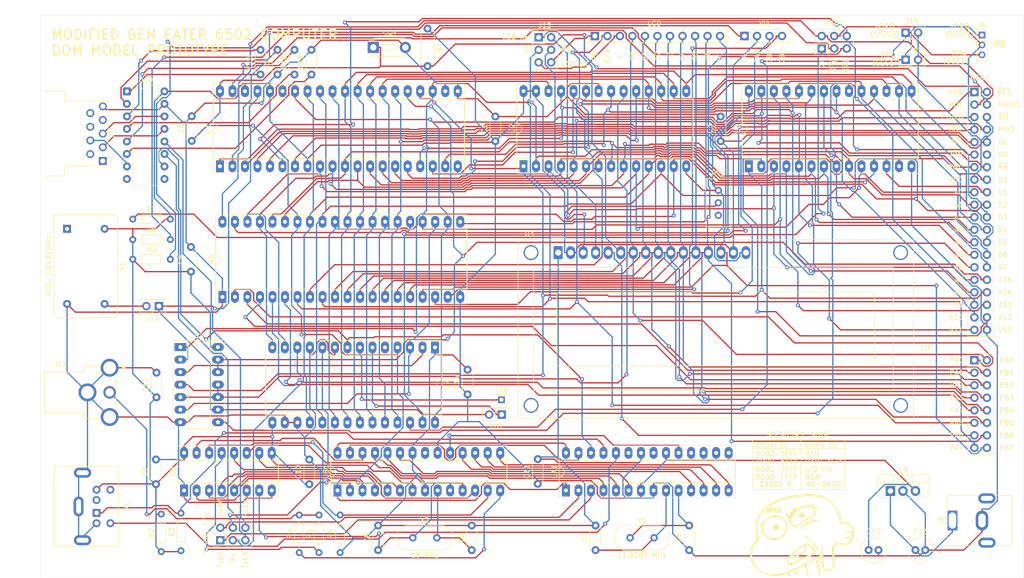
<source format=kicad_pcb>
(kicad_pcb (version 20241229) (generator "pcbnew") (generator_version "9.0")
  (layers (0 "F.Cu" signal) (2 "B.Cu" signal) (13 "F.Paste" user) (15 "B.Paste" user) (5 "F.SilkS" user "F.Silkscreen") (7 "B.SilkS" user "B.Silkscreen") (1 "F.Mask" user) (3 "B.Mask" user) (25 "Edge.Cuts" user))
  (net 0 "")
  (net 1 "Net-(J2-Pin_2)")
  (net 2 "GND")
  (net 3 "Net-(J2-Pin_14)")
  (net 4 "Net-(U9-VI)")
  (net 5 "+5V")
  (net 6 "Net-(J2-Pin_11)")
  (net 7 "Net-(J2-Pin_18)")
  (net 8 "Net-(J2-Pin_25)")
  (net 9 "Net-(J2-Pin_19)")
  (net 10 "Net-(J2-Pin_21)")
  (net 11 "Net-(J2-Pin_32)")
  (net 12 "Net-(J2-Pin_30)")
  (net 13 "Net-(J2-Pin_39)")
  (net 14 "Net-(J2-Pin_26)")
  (net 15 "Net-(J2-Pin_29)")
  (net 16 "Net-(J2-Pin_5)")
  (net 17 "Net-(J2-Pin_13)")
  (net 18 "Net-(J2-Pin_4)")
  (net 19 "Net-(J2-Pin_27)")
  (net 20 "Net-(J2-Pin_3)")
  (net 21 "Net-(U10-C1-)")
  (net 22 "Net-(J2-Pin_38)")
  (net 23 "Net-(J2-Pin_33)")
  (net 24 "Net-(J2-Pin_31)")
  (net 25 "Net-(J2-Pin_22)")
  (net 26 "Net-(J2-Pin_24)")
  (net 27 "Net-(J2-Pin_34)")
  (net 28 "Net-(J2-Pin_17)")
  (net 29 "Net-(J2-Pin_35)")
  (net 30 "Net-(J2-Pin_36)")
  (net 31 "Net-(J2-Pin_16)")
  (net 32 "Net-(J2-Pin_20)")
  (net 33 "Net-(J2-Pin_23)")
  (net 35 "Net-(J2-Pin_37)")
  (net 36 "Net-(J2-Pin_28)")
  (net 37 "Net-(J2-Pin_9)")
  (net 38 "Net-(J2-Pin_1)")
  (net 39 "Net-(J3-Pin_4)")
  (net 40 "Net-(J3-Pin_3)")
  (net 41 "Net-(J3-Pin_2)")
  (net 42 "Net-(J3-Pin_1)")
  (net 43 "Net-(J4-Pin_2)")
  (net 44 "Net-(J4-Pin_5)")
  (net 45 "Net-(J4-Pin_3)")
  (net 46 "Net-(J4-Pin_6)")
  (net 47 "Net-(J4-Pin_1)")
  (net 48 "Net-(J4-Pin_4)")
  (net 49 "Net-(J5-Pin_4)")
  (net 50 "Net-(J5-Pin_7)")
  (net 51 "Net-(J5-Pin_16)")
  (net 52 "Net-(J5-Pin_6)")
  (net 53 "Net-(J5-Pin_2)")
  (net 54 "Net-(J5-Pin_10)")
  (net 55 "Net-(J5-Pin_14)")
  (net 56 "Net-(J5-Pin_13)")
  (net 57 "Net-(J5-Pin_8)")
  (net 58 "Net-(J5-Pin_1)")
  (net 59 "Net-(J5-Pin_12)")
  (net 60 "Net-(J5-Pin_5)")
  (net 61 "Net-(J5-Pin_3)")
  (net 62 "Net-(J5-Pin_9)")
  (net 65 "Net-(U10-C1+)")
  (net 66 "Net-(UA1-PC2)")
  (net 69 "Net-(UA1-PC1)")
  (net 71 "Net-(U3-VO)")
  (net 73 "Net-(U2-~{CS})")
  (net 74 "Net-(U7-CS0)")
  (net 75 "Net-(U6-~{CS})")
  (net 76 "Net-(U5-~{CS2})")
  (net 78 "Net-(J10-Pin_1)")
  (net 79 "Net-(UA1-XTAL2{slash}PB7)")
  (net 80 "Net-(UA1-XTAL1{slash}PB6)")
  (net 83 "Net-(UA1-PC4)")
  (net 85 "Net-(UA1-PC5)")
  (net 86 "Net-(UB1-XTAL1{slash}PB6)")
  (net 87 "Net-(UA1-PD5)")
  (net 88 "Net-(UA1-PD3)")
  (net 91 "Net-(UA1-PD2)")
  (net 92 "Net-(J12-Pin_2)")
  (net 94 "Net-(UA1-PD4)")
  (net 95 "Net-(UA1-PD7)")
  (net 96 "Net-(UA1-PB0)")
  (net 97 "Net-(UA1-PD6)")
  (net 98 "Net-(UA1-PB5)")
  (net 100 "Net-(UB1-PB0)")
  (net 101 "Net-(U8-QH)")
  (net 102 "Net-(U8-H)")
  (net 103 "Net-(U8-F)")
  (net 104 "Net-(U8-G)")
  (net 105 "Net-(J12-Pin_1)")
  (net 106 "Net-(U8-C)")
  (net 107 "Net-(U8-E)")
  (net 108 "Net-(U8-D)")
  (net 109 "Net-(U8-SH{slash}~{LD})")
  (net 110 "Net-(U8-A)")
  (net 111 "Net-(U8-B)")
  (net 112 "Net-(J12-Pin_5)")
  (net 114 "Net-(J12-Pin_6)")
  (net 115 "Net-(J12-Pin_4)")
  (net 116 "Net-(J12-Pin_3)")
  (net 117 "Net-(J11-V_In)")
  (net 118 "Net-(U8-CLK)")
  (net 119 "Net-(J13-Pin_1)")
  (net 120 "Net-(J13-Pin_2)")
  (net 124 "Net-(U10-VS+)")
  (net 125 "Net-(U10-C2+)")
  (net 126 "Net-(U10-C2-)")
  (net 127 "Net-(U10-VS-)")
  (net 128 "Net-(U10-T2OUT)")
  (net 129 "Net-(U10-T1OUT)")
  (net 130 "Net-(U10-R1IN)")
  (net 131 "Net-(J14-Pin_1)")
  (net 132 "Net-(J7-Pin_1)")
  (net 133 "Net-(J7-Pin_3)")
  (net 134 "Net-(J7-Pin_5)")
  (net 135 "Net-(U10-T2IN)")
  (net 138 "Net-(J2-Pin_7)")
  (net 139 "Net-(J15-Pin_1)")
  (net 140 "Net-(J16-Pin_1)")
  (footprint "Display:WC1602A" (layer "F.Cu") (at 130.5 64.1425)
    (property "Reference" "U3")
    (property "Value" "WC1602A")
  )
  (footprint "Package_DIP:DIP-16_W7.62mm_Socket_LongPads" (layer "F.Cu") (at 54.61 112.395 90)
    (property "Reference" "U8")
    (property "Value" "74HC166")
  )
  (footprint "Oscillator:Oscillator_DIP-14" (layer "F.Cu") (at 30.861 59.309 -90)
    (property "Reference" "X1")
    (property "Value" "ACO-1.8432MHz")
  )
  (footprint "Capacitor_THT:C_Disc_D4.3mm_W1.9mm_P5.00mm" (layer "F.Cu") (at 48.895 111.125 90)
    (property "Reference" "C2")
    (property "Value" "0.1uF")
  )
  (footprint "Capacitor_THT:C_Disc_D4.3mm_W1.9mm_P5.00mm" (layer "F.Cu") (at 80.01 111.125 90)
    (property "Reference" "C10")
    (property "Value" "0.1uF")
  )
  (footprint "Capacitor_THT:C_Disc_D4.3mm_W1.9mm_P5.00mm" (layer "F.Cu") (at 49 93.5 90)
    (property "Reference" "C12")
    (property "Value" "0.1uF")
  )
  (footprint "Capacitor_THT:C_Disc_D4.3mm_W1.9mm_P5.00mm" (layer "F.Cu") (at 112.129 92.9 90)
    (property "Reference" "C14")
    (property "Value" "0.1uF")
  )
  (footprint "Capacitor_THT:C_Disc_D4.3mm_W1.9mm_P5.00mm" (layer "F.Cu") (at 126.365 111.045 90)
    (property "Reference" "C11")
    (property "Value" "0.1uF")
  )
  (footprint "Package_DIP:DIP-28_W7.62mm_Socket_LongPads" (layer "F.Cu") (at 85.725 112.395 90)
    (property "Reference" "UB1")
    (property "Value" "ATmega328P-PU")
  )
  (footprint "Capacitor_THT:C_Disc_D4.3mm_W1.9mm_P5.00mm" (layer "F.Cu") (at 117.76 41.529 90)
    (property "Reference" "C1")
    (property "Value" "0.1uF")
  )
  (footprint "Capacitor_THT:C_Disc_D4.3mm_W1.9mm_P5.00mm" (layer "F.Cu") (at 163.48 41.529 90)
    (property "Reference" "C3")
    (property "Value" "0.1uF")
  )
  (footprint "Capacitor_THT:C_Disc_D4.3mm_W1.9mm_P5.00mm" (layer "F.Cu") (at 56 68 90)
    (property "Reference" "C4")
    (property "Value" "0.1uF")
  )
  (footprint "Capacitor_THT:C_Disc_D4.3mm_W1.9mm_P5.00mm" (layer "F.Cu") (at 56.16 41.465 90)
    (property "Reference" "C5")
    (property "Value" "0.1")
  )
  (footprint "Resistor_THT:R_Axial_DIN0207_L6.3mm_D2.5mm_P7.62mm_Horizontal" (layer "F.Cu") (at 104 18.69 -90)
    (property "Reference" "R1")
    (property "Value" "1K")
  )
  (footprint "Package_DIP:DIP-40_W15.24mm_Socket_LongPads" (layer "F.Cu") (at 61.875 46.625 90)
    (property "Reference" "U1")
    (property "Value" "WD65C02")
  )
  (footprint "Package_DIP:DIP-28_W15.24mm_Socket_LongPads" (layer "F.Cu") (at 123.475 46.609 90)
    (property "Reference" "U2")
    (property "Value" "28C256")
  )
  (footprint "Package_DIP:DIP-28_W15.24mm_Socket_LongPads" (layer "F.Cu") (at 169.195 46.609 90)
    (property "Reference" "U6")
    (property "Value" "CY62256-70PC")
  )
  (footprint "Potentiometer_THT:Potentiometer_Bourns_3386C_Horizontal" (layer "F.Cu") (at 163 51.5)
    (property "Reference" "RV1")
    (property "Value" "R_POT_TRIM_US")
  )
  (footprint "Connector_BarrelJack:BarrelJack_CUI_PJ-063AH_Horizontal" (layer "F.Cu") (at 210.5 118.5 90)
    (property "Reference" "J8")
    (property "Value" "Barrel_Jack")
  )
  (footprint "Package_DIP:DIP-40_W15.24mm_Socket_LongPads" (layer "F.Cu") (at 62.375 73.125 90)
    (property "Reference" "U5")
    (property "Value" "WD65C22")
  )
  (footprint "ps2:Connector_Mini-DIN_Female_6Pin_2rows" (layer "F.Cu") (at 36.85 116.95 -90)
    (property "Reference" "P1")
    (property "Value" "Mini-DIN_6pins")
  )
  (footprint "Connector_PinHeader_2.54mm:PinHeader_1x11_P2.54mm_Vertical" (layer "F.Cu") (at 137.953 20.193 90)
    (property "Reference" "J9")
    (property "Value" "Conn_01x11_Male")
  )
  (footprint "Package_DIP:DIP-14_W7.62mm_Socket_LongPads" (layer "F.Cu") (at 53.848 83.312)
    (property "Reference" "U4")
    (property "Value" "74HC00")
  )
  (footprint "Connector_PinHeader_2.54mm:PinHeader_1x04_P2.54mm_Vertical" (layer "F.Cu") (at 168.306 20.193 90)
    (property "Reference" "J3")
    (property "Value" "Conn_01x04_Male")
  )
  (footprint "Package_DIP:DIP-28_W15.24mm_Socket_LongPads" (layer "F.Cu") (at 105.525 83.375 -90)
    (property "Reference" "U7")
    (property "Value" "6551")
  )
  (footprint "Package_DIP:DIP-28_W7.62mm_Socket_LongPads" (layer "F.Cu") (at 132.08 112.395 90)
    (property "Reference" "UA1")
    (property "Value" "ATmega328P-PU")
  )
  (footprint "Connector_PinHeader_2.54mm:PinHeader_2x03_P2.54mm_Vertical" (layer "F.Cu") (at 183.975 22.733 90)
    (property "Reference" "J7")
    (property "Value" "Conn_02x03_Odd_Even")
  )
  (footprint "Connector_PinHeader_2.54mm:PinHeader_2x20_P2.54mm_Vertical" (layer "F.Cu") (at 214.96 31.5595)
    (property "Reference" "J2")
    (property "Value" "Conn_02x20_Odd_Even")
  )
  (footprint "Connector_PinHeader_2.54mm:PinHeader_2x03_P2.54mm_Vertical" (layer "F.Cu") (at 61.96 122.5 90)
    (property "Reference" "J4")
    (property "Value" "Conn_02x03_Odd_Even")
  )
  (footprint "Connector_PinHeader_2.54mm:PinHeader_2x08_P2.54mm_Vertical" (layer "F.Cu") (at 214.96 85.979)
    (property "Reference" "J5")
    (property "Value" "Conn_02x08_Odd_Even")
  )
  (footprint "Connector_PinHeader_2.54mm:PinHeader_2x01_P2.54mm_Vertical" (layer "F.Cu") (at 119.04 97 180)
    (property "Reference" "J16")
    (property "Value" "Conn_02x01" (hide yes))
  )
  (footprint "Connector_PinHeader_2.00mm:PinHeader_1x03_P2.00mm_Vertical" (layer "F.Cu") (at 216.5 20)
    (property "Reference" "J6")
    (property "Value" "Conn_01x03")
  )
  (footprint "Resistor_THT:R_Axial_DIN0204_L3.6mm_D1.6mm_P7.62mm_Horizontal" (layer "F.Cu") (at 81.968 125.008 90)
    (property "Reference" "R5")
    (property "Value" "470 Ohms")
  )
  (footprint "Resistor_THT:R_Axial_DIN0204_L3.6mm_D1.6mm_P7.62mm_Horizontal" (layer "F.Cu") (at 44.19 57.35)
    (property "Reference" "R7")
    (property "Value" "10k")
  )
  (footprint "Capacitor_THT:C_Disc_D4.3mm_W1.9mm_P5.00mm" (layer "F.Cu") (at 157.088 124.508 90)
    (property "Reference" "C6")
    (property "Value" "22pF")
  )
  (footprint "Resistor_THT:R_Axial_DIN0204_L3.6mm_D1.6mm_P7.62mm_Horizontal" (layer "F.Cu") (at 86.268 125.008 90)
    (property "Reference" "R6")
    (property "Value" "10k")
  )
  (footprint "Capacitor_THT:C_Disc_D4.3mm_W1.9mm_P5.00mm" (layer "F.Cu") (at 80.45 28 90)
    (property "Reference" "C19")
    (property "Value" "1uf")
  )
  (footprint "Connector_PinHeader_2.54mm:PinHeader_2x03_P2.54mm_Vertical" (layer "F.Cu") (at 126.54 20.46)
    (property "Reference" "J12")
    (property "Value" "Conn_02x03_Odd_Even")
  )
  (footprint "Connector_PinHeader_2.00mm:PinHeader_1x01_P2.00mm_Vertical" (layer "F.Cu") (at 119 94 180)
    (property "Reference" "J10")
    (property "Value" "Conn_01x01" (hide yes))
  )
  (footprint "Package_TO_SOT_THT:TO-220-3_Vertical" (layer "F.Cu") (at 197.92 112.5)
    (property "Reference" "U9")
    (property "Value" "LM7805_TO220")
  )
  (footprint "Capacitor_THT:C_Radial_D5.0mm_H11.0mm_P2.00mm" (layer "F.Cu") (at 193.5 124.5)
    (property "Reference" "C15")
    (property "Value" "10uf")
  )
  (footprint "Crystal:Crystal_HC49-4H_Vertical" (layer "F.Cu") (at 101.018 122.008)
    (property "Reference" "Y2")
    (property "Value" "16 MHz")
  )
  (footprint "Crystal:Crystal_HC49-4H_Vertical" (layer "F.Cu") (at 145.088 122.008)
    (property "Reference" "Y1")
    (property "Value" "11.0582 MHz")
  )
  (footprint "Connector_PinHeader_2.54mm:PinHeader_2x01_P2.54mm_Vertical" (layer "F.Cu") (at 201 19.5)
    (property "Reference" "J15")
    (property "Value" "Conn_02x01")
  )
  (footprint "Capacitor_THT:C_Radial_D5.0mm_H11.0mm_P2.00mm" (layer "F.Cu") (at 203 124.5)
    (property "Reference" "C13")
    (property "Value" "10uf")
  )
  (footprint "Capacitor_THT:C_Disc_D4.3mm_W1.9mm_P5.00mm" (layer "F.Cu") (at 93.968 124.508 90)
    (property "Reference" "C8")
    (property "Value" "22pF")
  )
  (footprint "Button_Switch_THT:SW_PUSH_1P1T_6x3.5mm_H4.3_APEM_MJTP1243" (layer "F.Cu") (at 93 22.5)
    (property "Reference" "SW1")
    (property "Value" "RESET")
  )
  (footprint "Connector_Dsub:DSUB-9_Socket_Horizontal_P2.77x2.54mm_EdgePinOffset9.40mm" (layer "F.Cu") (at 38.1103 45.54 -90)
    (property "Reference" "J1")
    (property "Value" "DE9_Pins")
  )
  (footprint "Capacitor_THT:C_Disc_D4.3mm_W1.9mm_P5.00mm" (layer "F.Cu") (at 70.1 28 90)
    (property "Reference" "C16")
    (property "Value" "1uf")
  )
  (footprint "Package_DIP:DIP-16_W7.62mm" (layer "F.Cu") (at 43 31.42)
    (property "Reference" "U10")
    (property "Value" "MAX232")
  )
  (footprint "Resistor_THT:R_Axial_DIN0204_L3.6mm_D1.6mm_P7.62mm_Horizontal" (layer "F.Cu") (at 44.19 65.5)
    (property "Reference" "R9")
    (property "Value" "10k")
  )
  (footprint "Connector_PinHeader_2.54mm:PinHeader_2x01_P2.54mm_Vertical" (layer "F.Cu") (at 49.5 75 180)
    (property "Reference" "J13")
    (property "Value" "Conn_02x01")
  )
  (footprint "Resistor_THT:R_Axial_DIN0204_L3.6mm_D1.6mm_P7.62mm_Horizontal" (layer "F.Cu") (at 44.19 61.5)
    (property "Reference" "R8")
    (property "Value" "10k")
  )
  (footprint "Connector_RCA:CUI_RCJ-017" (layer "F.Cu") (at 33.55 92.5)
    (property "Reference" "J11")
    (property "Value" "RCJ-017")
  )
  (footprint "Capacitor_THT:C_Disc_D4.3mm_W1.9mm_P5.00mm" (layer "F.Cu") (at 77 28 90)
    (property "Reference" "C18")
    (property "Value" "1uf")
  )
  (footprint "Capacitor_THT:C_Disc_D4.3mm_W1.9mm_P5.00mm" (layer "F.Cu") (at 138.088 124.508 90)
    (property "Reference" "C7")
    (property "Value" "22pF")
  )
  (footprint "Connector_PinHeader_2.54mm:PinHeader_2x01_P2.54mm_Vertical" (layer "F.Cu") (at 201 25)
    (property "Reference" "J14")
    (property "Value" "Conn_02x01")
  )
  (footprint "Resistor_THT:R_Axial_DIN0204_L3.6mm_D1.6mm_P7.62mm_Horizontal" (layer "F.Cu") (at 77.968 125.008 90)
    (property "Reference" "R4")
    (property "Value" "1k")
  )
  (footprint "Capacitor_THT:C_Disc_D4.3mm_W1.9mm_P5.00mm" (layer "F.Cu") (at 112.968 124.508 90)
    (property "Reference" "C9")
    (property "Value" "22pF")
  )
  (footprint "Resistor_THT:R_Axial_DIN0204_L3.6mm_D1.6mm_P7.62mm_Horizontal" (layer "F.Cu") (at 53.968 124.628 90)
    (property "Reference" "R3")
    (property "Value" "10k")
  )
  (footprint "Resistor_THT:R_Axial_DIN0204_L3.6mm_D1.6mm_P7.62mm_Horizontal" (layer "F.Cu") (at 49.968 124.818 90)
    (property "Reference" "R2")
    (property "Value" "10k")
  )
  (footprint "Capacitor_THT:C_Disc_D4.3mm_W1.9mm_P5.00mm" (layer "F.Cu") (at 73.55 28 90)
    (property "Reference" "C17")
    (property "Value" "1uf")
  )
  (footprint "LOGO" (layer "F.Cu") (at 179.275628 117.937217)
    (property "Reference" "G***" (hide yes))
    (property "Value" "LOGO" (hide yes))
  )
  (gr_line (start 169.959 112.199) (end 169.959 102.182) (stroke (width 0.12)) (layer "F.SilkS"))
  (gr_line (start 188.628 102.182) (end 188.628 112.199) (stroke (width 0.12)) (layer "F.SilkS"))
  (gr_line (start 169.959 103.96) (end 188.628 103.96) (stroke (width 0.12)) (layer "F.SilkS"))
  (gr_line (start 169.959 102.182) (end 188.628 102.182) (stroke (width 0.12)) (layer "F.SilkS"))
  (gr_line (start 179.738 102.182) (end 179.738 112.199) (stroke (width 0.12)) (layer "F.SilkS"))
  (gr_line (start 188.628 112.199) (end 169.959 112.199) (stroke (width 0.12)) (layer "F.SilkS"))
  (gr_line (start 25.4 130.175) (end 25.4 16) (stroke (width 0.05)) (layer "Edge.Cuts"))
  (gr_line (start 25.4 16) (end 225 16) (stroke (width 0.05)) (layer "Edge.Cuts"))
  (gr_line (start 203.2 130.175) (end 209.55 130.175) (stroke (width 0.05)) (layer "Edge.Cuts"))
  (gr_line (start 203.2 130.175) (end 25.4 130.175) (stroke (width 0.05)) (layer "Edge.Cuts"))
  (gr_line (start 225 16) (end 225 130.175) (stroke (width 0.05)) (layer "Edge.Cuts"))
  (gr_line (start 209.55 130.175) (end 225 130.175) (stroke (width 0.05)) (layer "Edge.Cuts"))
  (gr_text "SYNC" (at 210.769 46.7995 0) (layer "F.SilkS") (effects (font (size 1 1))))
  (gr_text "PB6" (at 221.501 101.219 0) (layer "F.SilkS") (effects (font (size 1 1))))
  (gr_text "PB7" (at 221.501 103.759 0) (layer "F.SilkS") (effects (font (size 1 1))))
  (gr_text "PB4" (at 221.501 96.139 0) (layer "F.SilkS") (effects (font (size 1 1))))
  (gr_text "PB5" (at 221.501 98.679 0) (layer "F.SilkS") (effects (font (size 1 1))))
  (gr_text "PB1" (at 221.501 88.519 0) (layer "F.SilkS") (effects (font (size 1 1))))
  (gr_text "PB0" (at 221.501 85.979 0) (layer "F.SilkS") (effects (font (size 1 1))))
  (gr_text "PB3" (at 221.501 93.599 0) (layer "F.SilkS") (effects (font (size 1 1))))
  (gr_text "PB2" (at 221.501 91.059 0) (layer "F.SilkS") (effects (font (size 1 1))))
  (gr_text "PA5" (at 211.341 98.679 0) (layer "F.SilkS") (effects (font (size 1 1))))
  (gr_text "PA7" (at 211.341 103.759 0) (layer "F.SilkS") (effects (font (size 1 1))))
  (gr_text "PA1" (at 211.341 88.519 0) (layer "F.SilkS") (effects (font (size 1 1))))
  (gr_text "PA0" (at 211.341 85.979 0) (layer "F.SilkS") (effects (font (size 1 1))))
  (gr_text "PA2" (at 211.341 91.059 0) (layer "F.SilkS") (effects (font (size 1 1))))
  (gr_text "PA6" (at 211.341 101.219 0) (layer "F.SilkS") (effects (font (size 1 1))))
  (gr_text "A14" (at 221.183 72.1995 0) (layer "F.SilkS") (effects (font (size 1 1))))
  (gr_text "~{RES}" (at 221.056 31.5595 0) (layer "F.SilkS") (effects (font (size 1 1))))
  (gr_text "A10" (at 211.277 77.2795 0) (layer "F.SilkS") (effects (font (size 1 1))))
  (gr_text "A3" (at 211.785 59.4995 0) (layer "F.SilkS") (effects (font (size 1 1))))
  (gr_text "A8" (at 211.785 72.1995 0) (layer "F.SilkS") (effects (font (size 1 1))))
  (gr_text "A4" (at 211.785 62.0395 0) (layer "F.SilkS") (effects (font (size 1 1))))
  (gr_text "NC" (at 220.802 44.2595 0) (layer "F.SilkS") (effects (font (size 1 1))))
  (gr_text "VPB" (at 211.15 31.623 0) (layer "F.SilkS") (effects (font (size 1 1))))
  (gr_text "~{NMI}" (at 211.277 44.2595 0) (layer "F.SilkS") (effects (font (size 1 1))))
  (gr_text "VDD" (at 211.277 49.3395 0) (layer "F.SilkS") (effects (font (size 1 1))))
  (gr_text "A9" (at 211.785 74.7395 0) (layer "F.SilkS") (effects (font (size 1 1))))
  (gr_text "RDY" (at 211.15 34.0995 0) (layer "F.SilkS") (effects (font (size 1 1))))
  (gr_text "PHI2" (at 221.437 39.1795 0) (layer "F.SilkS") (effects (font (size 1 1))))
  (gr_text "~{ML}" (at 211.277 41.7195 0) (layer "F.SilkS") (effects (font (size 1 1))))
  (gr_text "D2" (at 220.675 54.4195 0) (layer "F.SilkS") (effects (font (size 1 1))))
  (gr_text "D5" (at 220.675 62.0395 0) (layer "F.SilkS") (effects (font (size 1 1))))
  (gr_text "A7" (at 211.785 69.6595 0) (layer "F.SilkS") (effects (font (size 1 1))))
  (gr_text "A0" (at 211.785 51.8795 0) (layer "F.SilkS") (effects (font (size 1 1))))
  (gr_text "A2" (at 211.785 57.023 0) (layer "F.SilkS") (effects (font (size 1 1))))
  (gr_text "~{IRQ}" (at 211.023 39.1795 0) (layer "F.SilkS") (effects (font (size 1 1))))
  (gr_text "A1" (at 211.785 54.4195 0) (layer "F.SilkS") (effects (font (size 1 1))))
  (gr_text "D0" (at 220.675 49.3395 0) (layer "F.SilkS") (effects (font (size 1 1))))
  (gr_text "D4" (at 220.675 59.4995 0) (layer "F.SilkS") (effects (font (size 1 1))))
  (gr_text "A5" (at 211.785 64.5795 0) (layer "F.SilkS") (effects (font (size 1 1))))
  (gr_text "D3" (at 220.675 56.9595 0) (layer "F.SilkS") (effects (font (size 1 1))))
  (gr_text "BE" (at 220.802 41.7195 0) (layer "F.SilkS") (effects (font (size 1 1))))
  (gr_text "~{RW}" (at 220.802 46.7995 0) (layer "F.SilkS") (effects (font (size 1 1))))
  (gr_text "D1" (at 220.675 51.8795 0) (layer "F.SilkS") (effects (font (size 1 1))))
  (gr_text "D6" (at 220.675 64.5795 0) (layer "F.SilkS") (effects (font (size 1 1))))
  (gr_text "A13" (at 221.183 74.7395 0) (layer "F.SilkS") (effects (font (size 1 1))))
  (gr_text "D7" (at 220.675 67.1195 0) (layer "F.SilkS") (effects (font (size 1 1))))
  (gr_text "A12" (at 221.183 77.2795 0) (layer "F.SilkS") (effects (font (size 1 1))))
  (gr_text "A15" (at 221.183 69.6595 0) (layer "F.SilkS") (effects (font (size 1 1))))
  (gr_text "ADDRESS\n0000-3FFF\n4000-5FFF\n6000-7FFF\n8000-FFFF" (at 170.467 106.5 0) (layer "F.SilkS") (effects (font (size 1 1)) (justify left)))
  (gr_text "MAPS TO\nRAM\nUART ACIA\nI/O VIA\nROM" (at 180.5 106.5 0) (layer "F.SilkS") (effects (font (size 1 1)) (justify left)))
  (gr_text "MEMORY MAP" (at 179.182 101.199 0) (layer "F.SilkS") (effects (font (size 1.3 1.3))))
  (gr_text "D4" (at 155.733 24.257 90) (layer "F.SilkS") (effects (font (size 1 1))))
  (gr_text "RS" (at 137.953 24.257 90) (layer "F.SilkS") (effects (font (size 1 1))))
  (gr_text "D7" (at 163.353 24.257 90) (layer "F.SilkS") (effects (font (size 1 1))))
  (gr_text "D6" (at 160.813 24.257 90) (layer "F.SilkS") (effects (font (size 1 1))))
  (gr_text "D2" (at 150.653 24.257 90) (layer "F.SilkS") (effects (font (size 1 1))))
  (gr_text "R/W" (at 140.493 24.257 90) (layer "F.SilkS") (effects (font (size 1 1))))
  (gr_text "D3" (at 153.193 24.257 90) (layer "F.SilkS") (effects (font (size 1 1))))
  (gr_text "D5" (at 158.273 24.257 90) (layer "F.SilkS") (effects (font (size 1 1))))
  (gr_text "D1" (at 148.113 24.257 90) (layer "F.SilkS") (effects (font (size 1 1))))
  (gr_text "D0" (at 145.573 24.257 90) (layer "F.SilkS") (effects (font (size 1 1))))
  (gr_text "E" (at 143.033 24.384 90) (layer "F.SilkS") (effects (font (size 1 1))))
  (gr_text "CA1" (at 168.306 24.257 90) (layer "F.SilkS") (effects (font (size 1 1))))
  (gr_text "CB1" (at 173.386 24.257 90) (layer "F.SilkS") (effects (font (size 1 1))))
  (gr_text "CB2" (at 175.926 24.257 90) (layer "F.SilkS") (effects (font (size 1 1))))
  (gr_text "CA2" (at 170.846 24.257 90) (layer "F.SilkS") (effects (font (size 1 1))))
  (gr_text "VIA" (at 172.37 17.653 0) (layer "F.SilkS") (effects (font (size 1 1))))
  (gr_text "LCD" (at 150.018 17.653 0) (layer "F.SilkS") (effects (font (size 1 1))))
  (gr_text "VIA" (at 205.105 83.439 0) (layer "F.SilkS") (effects (font (size 1 1))))
  (gr_text "6502" (at 216.103 28.702 0) (layer "F.SilkS") (effects (font (size 1 1))))
  (gr_text "PHI1O" (at 210.5 36.5 0) (layer "F.SilkS") (effects (font (size 1 1))))
  (gr_text "A11" (at 211.277 79.8195 0) (layer "F.SilkS") (effects (font (size 1 1))))
  (gr_text "RDY" (at 183.975 26.416 90) (layer "F.SilkS") (effects (font (size 1 1))))
  (gr_text "~{NMI}" (at 189.055 26.416 90) (layer "F.SilkS") (effects (font (size 1 1))))
  (gr_text "~{IRQ\n(6551})" (at 197.105 24.912 0) (layer "F.SilkS") (effects (font (size 1 1))))
  (gr_text "~{IRQ}" (at 186.515 26.416 90) (layer "F.SilkS") (effects (font (size 1 1))))
  (gr_text "6502" (at 186.515 17.653 0) (layer "F.SilkS") (effects (font (size 1 1))))
  (gr_text "A6" (at 211.785 67.1195 0) (layer "F.SilkS") (effects (font (size 1 1))))
  (gr_text "VSS" (at 221.183 79.8195 0) (layer "F.SilkS") (effects (font (size 1 1))))
  (gr_text "PHI2O" (at 221.945 34.0995 0) (layer "F.SilkS") (effects (font (size 1 1))))
  (gr_text "~{SO}" (at 220.929 36.6395 0) (layer "F.SilkS") (effects (font (size 1 1))))
  (gr_text "PA3" (at 211.341 93.599 0) (layer "F.SilkS") (effects (font (size 1 1))))
  (gr_text "PA4" (at 211.341 96.139 0) (layer "F.SilkS") (effects (font (size 1 1))))
  (gr_text "TxEX" (at 66.968 126.508 90) (layer "F.SilkS") (effects (font (size 1 1))))
  (gr_text "Rx" (at 64.5 125.865 90) (layer "F.SilkS") (effects (font (size 1 1))))
  (gr_text "TxAV" (at 61.96 126.508 90) (layer "F.SilkS") (effects (font (size 1 1))))
  (gr_text "SERIAL I/O" (at 59.039 121.1025 90) (layer "F.SilkS") (effects (font (size 1 1))))
  (gr_text "~{IRQ\n(6522})" (at 196.765 19 0) (layer "F.SilkS") (effects (font (size 1 1))))
  (gr_text "$8000 R	  MS-BASIC" (at 171.238 111.699 0) (layer "F.SilkS") (effects (font (size 1 1)) (justify left bottom)))
  (gr_text "Tx" (at 64.5 116.721 90) (layer "F.SilkS") (effects (font (size 1 1))))
  (gr_text "~{IRQ}" (at 220 22 0) (layer "F.SilkS") (effects (font (size 1 1))))
  (gr_text "MODIFIED BEN EATER 6502 COMPUTER\nDOM MODEL PROTOTYPE" (at 27.5 21.5 0) (layer "F.SilkS") (effects (font (size 2 2) (thickness 0.3)) (justify left)))
  (gr_text "LCD EX" (at 131.04 26.5 0) (layer "F.SilkS") (effects (font (size 1 1) (thickness 0.2) (bold yes)) (justify left bottom)))
  (gr_text "~{IRQ\n(6522})" (at 211.5 24.5 0) (layer "F.SilkS") (effects (font (size 1 1))))
  (gr_text "LCD IN\n" (at 119.04 21 0) (layer "F.SilkS") (effects (font (size 1 1) (thickness 0.2) (bold yes)) (justify left bottom)))
  (gr_text "E" (at 123.54 23.5 0) (layer "F.SilkS") (effects (font (size 1 1) (thickness 0.2) (bold yes)) (justify left bottom)))
  (gr_text "RxAV" (at 61.968 116.008 90) (layer "F.SilkS") (effects (font (size 1 1))))
  (gr_text "~{IRQ\n(6551})" (at 212 19 0) (layer "F.SilkS") (effects (font (size 1 1))))
  (gr_text "RxEX\n" (at 67.04 116.008 90) (layer "F.SilkS") (effects (font (size 1 1))))
  (gr_text "RS" (at 131.04 23.5 0) (layer "F.SilkS") (effects (font (size 1 1) (thickness 0.2) (bold yes)) (justify left bottom)))
  (segment (start 56.16 41.465) (end 59.2719 38.3531) (width 0.25) (layer "F.Cu") (net 1))
  (segment (start 104 26.31) (end 105.1267 26.31) (width 0.25) (layer "F.Cu") (net 1))
  (segment (start 135.8275 19.9555) (end 131.5793 19.9555) (width 0.25) (layer "F.Cu") (net 1))
  (segment (start 205.0222 30.3828) (end 201.4734 26.834) (width 0.25) (layer "F.Cu") (net 1))
  (segment (start 131.5793 19.9555) (end 129.7115 21.8233) (width 0.25) (layer "F.Cu") (net 1))
  (segment (start 201.4734 26.834) (end 138.5445 26.834) (width 0.25) (layer "F.Cu") (net 1))
  (segment (start 86.2128 114.4095) (end 113.6493 114.4095) (width 0.25) (layer "F.Cu") (net 1))
  (segment (start 131.405 111.0554) (end 131.405 110.9429) (width 0.25) (layer "F.Cu") (net 1))
  (segment (start 132.0799 110.8683) (end 132.08 110.8683) (width 0.25) (layer "F.Cu") (net 1))
  (segment (start 62.5553 29.178) (end 70.5446 29.178) (width 0.25) (layer "F.Cu") (net 1))
  (segment (start 114.935 113.1238) (end 114.935 111.6404) (width 0.25) (layer "F.Cu") (net 1))
  (segment (start 87.2759 84.9017) (end 86.475 84.1008) (width 0.25) (layer "F.Cu") (net 1))
  (segment (start 59.2719 38.3531) (end 68.6047 38.3531) (width 0.25) (layer "F.Cu") (net 1))
  (segment (start 94.4517 26.31) (end 102.8733 26.31) (width 0.25) (layer "F.Cu") (net 1))
  (segment (start 97.905 83.375) (end 97.905 84.9017) (width 0.25) (layer "F.Cu") (net 1))
  (segment (start 86.475 84.1008) (end 86.475 82.6244) (width 0.25) (layer "F.Cu") (net 1))
  (segment (start 215.9556 30.3828) (end 205.0222 30.3828) (width 0.25) (layer "F.Cu") (net 1))
  (segment (start 216.3233 31.5595) (end 216.3233 30.7505) (width 0.25) (layer "F.Cu") (net 1))
  (segment (start 119.42 110.8683) (end 120.7559 112.2042) (width 0.25) (layer "F.Cu") (net 1))
  (segment (start 86.475 82.6244) (end 84.6153 80.7647) (width 0.25) (layer "F.Cu") (net 1))
  (segment (start 70.5446 29.178) (end 73.0943 26.6283) (width 0.25) (layer "F.Cu") (net 1))
  (segment (start 131.405 110.9429) (end 131.4781 110.8698) (width 0.25) (layer "F.Cu") (net 1))
  (segment (start 73.0943 26.6283) (end 94.1334 26.6283) (width 0.25) (layer "F.Cu") (net 1))
  (segment (start 216.3233 30.7505) (end 215.9556 30.3828) (width 0.25) (layer "F.Cu") (net 1))
  (segment (start 109.6134 21.8233) (end 105.1267 26.31) (width 0.25) (layer "F.Cu") (net 1))
  (segment (start 85.725 112.395) (end 85.725 113.9217) (width 0.25) (layer "F.Cu") (net 1))
  (segment (start 97.905 84.9017) (end 87.2759 84.9017) (width 0.25) (layer "F.Cu") (net 1))
  (segment (start 113.6493 114.4095) (end 114.935 113.1238) (width 0.25) (layer "F.Cu") (net 1))
  (segment (start 115.7071 110.8683) (end 119.42 110.8683) (width 0.25) (layer "F.Cu") (net 1))
  (segment (start 132.0784 110.8698) (end 132.0799 110.8683) (width 0.25) (layer "F.Cu") (net 1))
  (segment (start 217.5 31.5595) (end 216.3233 31.5595) (width 0.25) (layer "F.Cu") (net 1))
  (segment (start 94.4517 26.31) (end 94.4517 22.5) (width 0.25) (layer "F.Cu") (net 1))
  (segment (start 120.7559 112.2042) (end 130.2562 112.2042) (width 0.25) (layer "F.Cu") (net 1))
  (segment (start 85.725 113.9217) (end 86.2128 114.4095) (width 0.25) (layer "F.Cu") (net 1))
  (segment (start 93 22.5) (end 94.4517 22.5) (width 0.25) (layer "F.Cu") (net 1))
  (segment (start 130.2562 112.2042) (end 131.405 111.0554) (width 0.25) (layer "F.Cu") (net 1))
  (segment (start 114.935 111.6404) (end 115.7071 110.8683) (width 0.25) (layer "F.Cu") (net 1))
  (segment (start 131.4781 110.8698) (end 132.0784 110.8698) (width 0.25) (layer "F.Cu") (net 1))
  (segment (start 61.875 31.385) (end 61.875 29.8583) (width 0.25) (layer "F.Cu") (net 1))
  (segment (start 132.08 112.395) (end 132.08 110.8683) (width 0.25) (layer "F.Cu") (net 1))
  (segment (start 94.1334 26.6283) (end 94.4517 26.31) (width 0.25) (layer "F.Cu") (net 1))
  (segment (start 61.875 29.8583) (end 62.5553 29.178) (width 0.25) (layer "F.Cu") (net 1))
  (segment (start 129.7115 21.8233) (end 109.6134 21.8233) (width 0.25) (layer "F.Cu") (net 1))
  (segment (start 84.6153 80.7647) (end 78.4356 80.7647) (width 0.25) (layer "F.Cu") (net 1))
  (segment (start 104 26.31) (end 102.8733 26.31) (width 0.25) (layer "F.Cu") (net 1))
  (segment (start 138.5445 26.834) (end 138.2736 26.5631) (width 0.25) (layer "F.Cu") (net 1))
  (via (at 135.8275 19.9555) (size 0.8) (drill 0.4) (layers "F.Cu" "B.Cu") (net 1))
  (via (at 68.6047 38.3531) (size 0.8) (drill 0.4) (layers "F.Cu" "B.Cu") (net 1))
  (via (at 138.2736 26.5631) (size 0.8) (drill 0.4) (layers "F.Cu" "B.Cu") (net 1))
  (via (at 78.4356 80.7647) (size 0.8) (drill 0.4) (layers "F.Cu" "B.Cu") (net 1))
  (segment (start 99.0344 93.6791) (end 97.905 92.5497) (width 0.25) (layer "B.Cu") (net 1))
  (segment (start 90.1036 110.0565) (end 94.615 105.5451) (width 0.25) (layer "B.Cu") (net 1))
  (segment (start 97.905 92.5497) (end 97.905 84.9017) (width 0.25) (layer "B.Cu") (net 1))
  (segment (start 77.615 57.885) (end 77.615 56.3583) (width 0.25) (layer "B.Cu") (net 1))
  (segment (start 86.5368 110.0565) (end 90.1036 110.0565) (width 0.25) (layer "B.Cu") (net 1))
  (segment (start 94.615 105.5451) (end 94.615 104.0266) (width 0.25) (layer "B.Cu") (net 1))
  (segment (start 75.7017 45.4501) (end 75.7017 54.445) (width 0.25) (layer "B.Cu") (net 1))
  (segment (start 78.4356 76.8815) (end 76.4245 74.8704) (width 0.25) (layer "B.Cu") (net 1))
  (segment (start 56.16 41.465) (end 61.875 35.75) (width 0.25) (layer "B.Cu") (net 1))
  (segment (start 75.7017 54.445) (end 77.615 56.3583) (width 0.25) (layer "B.Cu") (net 1))
  (segment (start 78.4356 80.7647) (end 78.4356 76.8815) (width 0.25) (layer "B.Cu") (net 1))
  (segment (start 99.0344 99.6072) (end 99.0344 93.6791) (width 0.25) (layer "B.Cu") (net 1))
  (segment (start 97.905 83.375) (end 97.905 84.9017) (width 0.25) (layer "B.Cu") (net 1))
  (segment (start 94.615 104.0266) (end 99.0344 99.6072) (width 0.25) (layer "B.Cu") (net 1))
  (segment (start 85.725 112.395) (end 85.725 110.8683) (width 0.25) (layer "B.Cu") (net 1))
  (segment (start 135.8275 24.117) (end 135.8275 19.9555) (width 0.25) (layer "B.Cu") (net 1))
  (segment (start 76.4245 60.6022) (end 77.615 59.4117) (width 0.25) (layer "B.Cu") (net 1))
  (segment (start 85.725 110.8683) (end 86.5368 110.0565) (width 0.25) (layer "B.Cu") (net 1))
  (segment (start 68.6047 38.3531) (end 75.7017 45.4501) (width 0.25) (layer "B.Cu") (net 1))
  (segment (start 77.615 57.885) (end 77.615 59.4117) (width 0.25) (layer "B.Cu") (net 1))
  (segment (start 138.2736 26.5631) (end 135.8275 24.117) (width 0.25) (layer "B.Cu") (net 1))
  (segment (start 76.4245 74.8704) (end 76.4245 60.6022) (width 0.25) (layer "B.Cu") (net 1))
  (segment (start 61.875 35.75) (end 61.875 31.385) (width 0.25) (layer "B.Cu") (net 1))
  (segment (start 77.585 98.615) (end 75.045 98.615) (width 0.25) (layer "F.Cu") (net 2))
  (segment (start 138.088 119.508) (end 112.968 119.508) (width 0.25) (layer "F.Cu") (net 2))
  (segment (start 39.5 97.5) (end 51.2693 97.5) (width 0.25) (layer "F.Cu") (net 2))
  (segment (start 50.62 33.96) (end 49.4463 35.1337) (width 0.25) (layer "F.Cu") (net 2))
  (segment (start 110.135 31.385) (end 110.135 32.9117) (width 0.25) (layer "F.Cu") (net 2))
  (segment (start 38.784 35.1337) (end 38.1103 34.46) (width 0.25) (layer "F.Cu") (net 2))
  (segment (start 205 124.5) (end 212.8267 124.5) (width 0.25) (layer "F.Cu") (net 2))
  (segment (start 56.6447 97.282) (end 55.3747 98.552) (width 0.25) (layer "F.Cu") (net 2))
  (segment (start 58.8071 33.8179) (end 56.16 36.465) (width 0.25) (layer "F.Cu") (net 2))
  (segment (start 82.4017 21.0483) (end 98.0483 21.0483) (width 0.25) (layer "F.Cu") (net 2))
  (segment (start 138.715 31.369) (end 138.715 29.8423) (width 0.25) (layer "F.Cu") (net 2))
  (segment (start 39.5 87.5) (end 48 87.5) (width 0.25) (layer "F.Cu") (net 2))
  (segment (start 62.375 74.9827) (end 62.375 74.6517) (width 0.25) (layer "F.Cu") (net 2))
  (segment (start 81.5383 83.9613) (end 80.5979 84.9017) (width 0.25) (layer "F.Cu") (net 2))
  (segment (start 83.1318 81.8483) (end 82.1982 81.8483) (width 0.25) (layer "F.Cu") (net 2))
  (segment (start 67.31 113.9217) (end 66.4066 114.8251) (width 0.25) (layer "F.Cu") (net 2))
  (segment (start 55.5134 114.8251) (end 54.61 113.9217) (width 0.25) (layer "F.Cu") (net 2))
  (segment (start 81.5383 82.5082) (end 81.5383 83.9613) (width 0.25) (layer "F.Cu") (net 2))
  (segment (start 67.3115 113.9217) (end 72.39 113.9217) (width 0.25) (layer "F.Cu") (net 2))
  (segment (start 132.365 30.6372) (end 133.1599 29.8423) (width 0.25) (layer "F.Cu") (net 2))
  (segment (start 195.5 124.5) (end 195.5 125.6705) (width 0.25) (layer "F.Cu") (net 2))
  (segment (start 109.1307 84.9017) (end 112.129 87.9) (width 0.25) (layer "F.Cu") (net 2))
  (segment (start 93.968 119.508) (end 112.968 119.508) (width 0.25) (layer "F.Cu") (net 2))
  (segment (start 98.0483 21.0483) (end 99.5 22.5) (width 0.25) (layer "F.Cu") (net 2))
  (segment (start 53.848 98.552) (end 55.3747 98.552) (width 0.25) (layer "F.Cu") (net 2))
  (segment (start 195.5 125.6705) (end 158.2505 125.6705) (width 0.25) (layer "F.Cu") (net 2))
  (segment (start 114.1427 32.9117) (end 110.135 32.9117) (width 0.25) (layer "F.Cu") (net 2))
  (segment (start 30.861 74.549) (end 32.5358 76.2238) (width 0.25) (layer "F.Cu") (net 2))
  (segment (start 75.045 98.615) (end 75.045 97.0883) (width 0.25) (layer "F.Cu") (net 2))
  (segment (start 156.495 48.1357) (end 159.8593 51.5) (width 0.25) (layer "F.Cu") (net 2))
  (segment (start 147.32 104.775) (end 147.32 106.3017) (width 0.25) (layer "F.Cu") (net 2))
  (segment (start 67.31 113.9202) (end 67.3115 113.9217) (width 0.25) (layer "F.Cu") (net 2))
  (segment (start 133.1599 29.8423) (end 138.715 29.8423) (width 0.25) (layer "F.Cu") (net 2))
  (segment (start 84.734 84.9017) (end 83.7917 83.9594) (width 0.25) (layer "F.Cu") (net 2))
  (segment (start 80.45 23) (end 82.4017 21.0483) (width 0.25) (layer "F.Cu") (net 2))
  (segment (start 105.525 83.375) (end 105.525 84.9017) (width 0.25) (layer "F.Cu") (net 2))
  (segment (start 75.045 97.0883) (end 63.8844 97.0883) (width 0.25) (layer "F.Cu") (net 2))
  (segment (start 130.4602 106.7534) (end 129.7518 106.045) (width 0.25) (layer "F.Cu") (net 2))
  (segment (start 70.2989 33.8179) (end 58.8071 33.8179) (width 0.25) (layer "F.Cu") (net 2))
  (segment (start 66.4066 114.8251) (end 55.5134 114.8251) (width 0.25) (layer "F.Cu") (net 2))
  (segment (start 105.525 84.9017) (end 109.1307 84.9017) (width 0.25) (layer "F.Cu") (net 2))
  (segment (start 203.8295 125.6705) (end 195.5 125.6705) (width 0.25) (layer "F.Cu") (net 2))
  (segment (start 62.375 73.125) (end 62.375 74.6517) (width 0.25) (layer "F.Cu") (net 2))
  (segment (start 147.32 106.3017) (end 146.8683 106.7534) (width 0.25) (layer "F.Cu") (net 2))
  (segment (start 132.365 32.4678) (end 128.3038 36.529) (width 0.25) (layer "F.Cu") (net 2))
  (segment (start 32.5358 76.2238) (end 61.1339 76.2238) (width 0.25) (layer "F.Cu") (net 2))
  (segment (start 163.0283 36.0773) (end 135.9745 36.0773) (width 0.25) (layer "F.Cu") (net 2))
  (segment (start 205 124.5) (end 203.8295 125.6705) (width 0.25) (layer "F.Cu") (net 2))
  (segment (start 49.4463 35.1337) (end 38.784 35.1337) (width 0.25) (layer "F.Cu") (net 2))
  (segment (start 67.31 113.92) (end 67.31 113.9202) (width 0.25) (layer "F.Cu") (net 2))
  (segment (start 80.125 83.375) (end 80.125 84.9017) (width 0.25) (layer "F.Cu") (net 2))
  (segment (start 117.76 36.529) (end 114.1427 32.9117) (width 0.25) (layer "F.Cu") (net 2))
  (segment (start 51.2693 97.5) (end 52.3213 98.552) (width 0.25) (layer "F.Cu") (net 2))
  (segment (start 146.8683 106.7534) (end 130.4602 106.7534) (width 0.25) (layer "F.Cu") (net 2))
  (segment (start 83.7917 83.9594) (end 83.7917 82.5082) (width 0.25) (layer "F.Cu") (net 2))
  (segment (start 48 87.5) (end 49 88.5) (width 0.25) (layer "F.Cu") (net 2))
  (segment (start 216.5 118.5) (end 216.5 120.8267) (width 0.25) (layer "F.Cu") (net 2))
  (segment (start 129.7518 106.045) (end 126.365 106.045) (width 0.25) (layer "F.Cu") (net 2))
  (segment (start 63.8844 97.0883) (end 63.6907 97.282) (width 0.25) (layer "F.Cu") (net 2))
  (segment (start 132.365 32.4678) (end 132.365 30.6372) (width 0.25) (layer "F.Cu") (net 2))
  (segment (start 128.3038 36.529) (end 117.76 36.529) (width 0.25) (layer "F.Cu") (net 2))
  (segment (start 53.848 98.552) (end 52.3213 98.552) (width 0.25) (layer "F.Cu") (net 2))
  (segment (start 163.48 36.529) (end 163.0283 36.0773) (width 0.25) (layer "F.Cu") (net 2))
  (segment (start 54.61 112.395) (end 54.61 113.9217) (width 0.25) (layer "F.Cu") (net 2))
  (segment (start 82.1982 81.8483) (end 81.5383 82.5082) (width 0.25) (layer "F.Cu") (net 2))
  (segment (start 156.495 46.609) (end 156.495 48.1357) (width 0.25) (layer "F.Cu") (net 2))
  (segment (start 83.7917 82.5082) (end 83.1318 81.8483) (width 0.25) (layer "F.Cu") (net 2))
  (segment (start 72.39 112.395) (end 72.39 113.9217) (width 0.25) (layer "F.Cu") (net 2))
  (segment (start 80.5979 84.9017) (end 80.125 84.9017) (width 0.25) (layer "F.Cu") (net 2))
  (segment (start 63.6907 97.282) (end 56.6447 97.282) (width 0.25) (layer "F.Cu") (net 2))
  (segment (start 158.2505 125.6705) (end 157.088 124.508) (width 0.25) (layer "F.Cu") (net 2))
  (segment (start 67.31 113.9202) (end 67.31 113.9217) (width 0.25) (layer "F.Cu") (net 2))
  (segment (start 135.9745 36.0773) (end 132.365 32.4678) (width 0.25) (layer "F.Cu") (net 2))
  (segment (start 85.205 84.9017) (end 84.734 84.9017) (width 0.25) (layer "F.Cu") (net 2))
  (segment (start 212.8267 124.5) (end 216.5 120.8267) (width 0.25) (layer "F.Cu") (net 2))
  (segment (start 67.31 112.395) (end 67.31 113.92) (width 0.25) (layer "F.Cu") (net 2))
  (segment (start 61.1339 76.2238) (end 62.375 74.9827) (width 0.25) (layer "F.Cu") (net 2))
  (segment (start 85.205 83.375) (end 85.205 84.9017) (width 0.25) (layer "F.Cu") (net 2))
  (segment (start 159.8593 51.5) (end 163 51.5) (width 0.25) (layer "F.Cu") (net 2))
  (via (at 70.2989 33.8179) (size 0.8) (drill 0.4) (layers "F.Cu" "B.Cu") (net 2))
  (segment (start 80.01 106.125) (end 82.3054 108.4204) (width 0.25) (layer "B.Cu") (net 2))
  (segment (start 77.95 25.5) (end 76.05 25.5) (width 0.25) (layer "B.Cu") (net 2))
  (segment (start 36.85 119.05) (end 34 121.9) (width 0.25) (layer "B.Cu") (net 2))
  (segment (start 110.135 29.8583) (end 105.9075 29.8583) (width 0.25) (layer "B.Cu") (net 2))
  (segment (start 217.5 79.8195) (end 217.5 80.9962) (width 0.25) (layer "B.Cu") (net 2))
  (segment (start 214.5547 70.9295) (end 215.4437 70.9295) (width 0.25) (layer "B.Cu") (net 2))
  (segment (start 56 63) (end 55.0113 62.0113) (width 0.25) (layer "B.Cu") (net 2))
  (segment (start 216.3233 77.8339) (end 217.1322 78.6428) (width 0.25) (layer "B.Cu") (net 2))
  (segment (start 202.215 46.609) (end 202.215 58.5898) (width 0.25) (layer "B.Cu") (net 2))
  (segment (start 101.9453 109.3086) (end 103.505 110.8683) (width 0.25) (layer "B.Cu") (net 2))
  (segment (start 53.4833 98.9167) (end 53.848 98.552) (width 0.25) (layer "B.Cu") (net 2))
  (segment (start 82.3054 108.4204) (end 82.3054 115.5033) (width 0.25) (layer "B.Cu") (net 2))
  (segment (start 163.0086 65.7749) (end 166.5843 65.7749) (width 0.25) (layer "B.Cu") (net 2))
  (segment (start 30.861 88.361) (end 35 92.5) (width 0.25) (layer "B.Cu") (net 2))
  (segment (start 130.5 64.1425) (end 130.5 105.6107) (width 0.25) (layer "B.Cu") (net 2))
  (segment (start 88.8612 122.0591) (end 91.4169 122.0591) (width 0.25) (layer "B.Cu") (net 2))
  (segment (start 91.4169 122.0591) (end 93.968 119.508) (width 0.25) (layer "B.Cu") (net 2))
  (segment (start 73.3606 28) (end 70.765 30.5956) (width 0.25) (layer "B.Cu") (net 2))
  (segment (start 147.32 104.775) (end 147.32 106.3017) (width 0.25) (layer "B.Cu") (net 2))
  (segment (start 100.965 104.775) (end 100.965 108.3283) (width 0.25) (layer "B.Cu") (net 2))
  (segment (start 30.861 74.549) (end 30.861 88.361) (width 0.25) (layer "B.Cu") (net 2))
  (segment (start 143.6533 109.9684) (end 147.32 106.3017) (width 0.25) (layer "B.Cu") (net 2))
  (segment (start 202.215 58.5898) (end 214.5547 70.9295) (width 0.25) (layer "B.Cu") (net 2))
  (segment (start 33.2 109.6) (end 34 108.8) (width 0.25) (layer "B.Cu") (net 2))
  (segment (start 54.2737 37.6137) (end 50.62 33.96) (width 0.25) (layer "B.Cu") (net 2))
  (segment (start 135.89 111.0007) (end 135.89 117.31) (width 0.25) (layer "B.Cu") (net 2))
  (segment (start 80.45 23) (end 77.95 25.5) (width 0.25) (layer "B.Cu") (net 2))
  (segment (start 55.0113 37.6137) (end 56.16 36.465) (width 0.25) (layer "B.Cu") (net 2))
  (segment (start 135.89 117.31) (end 138.088 119.508) (width 0.25) (layer "B.Cu") (net 2))
  (segment (start 79.0954 101.6521) (end 79.0954 105.2104) (width 0.25) (layer "B.Cu") (net 2))
  (segment (start 161.4428 38.5662) (end 163.48 36.529) (width 0.25) (layer "B.Cu") (net 2))
  (segment (start 161.7074 42.7653) (end 161.8286 42.8865) (width 0.25) (layer "B.Cu") (net 2))
  (segment (start 161.7074 42.7653) (end 161.4428 42.5007) (width 0.25) (layer "B.Cu") (net 2))
  (segment (start 100.965 104.775) (end 100.965 103.2483) (width 0.25) (layer "B.Cu") (net 2))
  (segment (start 34 121.9) (end 34 122.5) (width 0.25) (layer "B.Cu") (net 2))
  (segment (start 73.55 28) (end 73.3606 28) (width 0.25) (layer "B.Cu") (net 2))
  (segment (start 81.26 96.8141) (end 80.125 95.6791) (width 0.25) (layer "B.Cu") (net 2))
  (segment (start 70.765 33.3518) (end 70.2989 33.8179) (width 0.25) (layer "B.Cu") (net 2))
  (segment (start 55.0113 37.6137) (end 54.2737 37.6137) (width 0.25) (layer "B.Cu") (net 2))
  (segment (start 217.1322 78.6428) (end 217.5 78.6428) (width 0.25) (layer "B.Cu") (net 2))
  (segment (start 126.7993 105.6107) (end 126.365 106.045) (width 0.25) (layer "B.Cu") (net 2))
  (segment (start 79.0954 105.2104) (end 80.01 106.125) (width 0.25) (layer "B.Cu") (net 2))
  (segment (start 161.4428 42.5007) (end 161.4428 38.5662) (width 0.25) (layer "B.Cu") (net 2))
  (segment (start 77.585 98.615) (end 77.585 100.1417) (width 0.25) (layer "B.Cu") (net 2))
  (segment (start 39.5 97.5) (end 35.95 93.95) (width 0.25) (layer "B.Cu") (net 2))
  (segment (start 79.0954 101.6521) (end 81.26 99.4875) (width 0.25) (layer "B.Cu") (net 2))
  (segment (start 86.268 125.008) (end 88.8612 122.4148) (width 0.25) (layer "B.Cu") (net 2))
  (segment (start 161.8286 50.3286) (end 163 51.5) (width 0.25) (layer "B.Cu") (net 2))
  (segment (start 130.5 105.6107) (end 135.89 111.0007) (width 0.25) (layer "B.Cu") (net 2))
  (segment (start 104.3983 86.0284) (end 104.3983 99.815) (width 0.25) (layer "B.Cu") (net 2))
  (segment (start 152.8715 110.8683) (end 149.86 110.8683) (width 0.25) (layer "B.Cu") (net 2))
  (segment (start 53.4833 106.125) (end 48.895 106.125) (width 0.25) (layer "B.Cu") (net 2))
  (segment (start 100.965 108.3283) (end 101.9453 109.3086) (width 0.25) (layer "B.Cu") (net 2))
  (segment (start 33.2 115.65) (end 33.2 109.6) (width 0.25) (layer "B.Cu") (net 2))
  (segment (start 217.5 80.9962) (end 219.6068 83.103) (width 0.25) (layer "B.Cu") (net 2))
  (segment (start 105.9075 29.8583) (end 99.5 23.4508) (width 0.25) (layer "B.Cu") (net 2))
  (segment (start 62.375 73.125) (end 62.375 69.375) (width 0.25) (layer "B.Cu") (net 2))
  (segment (start 35 107.8) (end 35 92.5) (width 0.25) (layer "B.Cu") (net 2))
  (segment (start 163 51.5) (end 164.0499 52.5499) (width 0.25) (layer "B.Cu") (net 2))
  (segment (start 215.4437 70.9295) (end 216.3233 71.8091) (width 0.25) (layer "B.Cu") (net 2))
  (segment (start 103.505 112.395) (end 103.505 110.8683) (width 0.25) (layer "B.Cu") (net 2))
  (segment (start 205 117.04) (end 205 124.5) (width 0.25) (layer "B.Cu") (net 2))
  (segment (start 219.6068 83.103) (end 219.6068 114.5207) (width 0.25) (layer "B.Cu") (net 2))
  (segment (start 216.5 118.5) (end 216.5 116.1733) (width 0.25) (layer "B.Cu") (net 2))
  (segment (start 143.6533 113.2618) (end 143.6533 109.9684) (width 0.25) (layer "B.Cu") (net 2))
  (segment (start 153.7425 111.7393) (end 152.8715 110.8683) (width 0.25) (layer "B.Cu") (net 2))
  (segment (start 35.95 92.5) (end 35.95 91.05) (width 0.25) (layer "B.Cu") (net 2))
  (segment (start 35.95 93.95) (end 35.95 92.5) (width 0.25) (layer "B.Cu") (net 2))
  (segment (start 33.2 121.7) (end 33.2 115.65) (width 0.25) (layer "B.Cu") (net 2))
  (segment (start 149.86 112.395) (end 149.86 113.9217) (width 0.25) (layer "B.Cu") (net 2))
  (segment (start 200.46 112.5) (end 205 117.04) (width 0.25) (layer "B.Cu") (net 2))
  (segment (start 34 122.5) (end 33.2 121.7) (width 0.25) (layer "B.Cu") (net 2))
  (segment (start 162.25 65.0163) (end 163.0086 65.7749) (width 0.25) (layer "B.Cu") (net 2))
  (segment (start 166.5843 65.7749) (end 167.3733 64.9859) (width 0.25) (layer "B.Cu") (net 2))
  (segment (start 104.3983 99.815) (end 100.965 103.2483) (width 0.25) (layer "B.Cu") (net 2))
  (segment (start 162.25 60.7227) (end 162.25 65.0163) (width 0.25) (layer "B.Cu") (net 2))
  (segment (start 168.6 64.1425) (end 167.3733 64.1425) (width 0.25) (layer "B.Cu") (net 2))
  (segment (start 110.135 31.385) (end 110.135 29.8583) (width 0.25) (layer "B.Cu") (net 2))
  (segment (start 62.375 69.375) (end 56 63) (width 0.25) (layer "B.Cu") (net 2))
  (segment (start 99.5 23.4508) (end 99.5 22.5) (width 0.25) (layer "B.Cu") (net 2))
  (segment (start 144.3132 113.9217) (end 143.6533 113.2618) (width 0.25) (layer "B.Cu") (net 2))
  (segment (start 164.0499 58.9228) (end 162.25 60.7227) (width 0.25) (layer "B.Cu") (net 2))
  (segment (start 79.0954 101.6521) (end 77.585 100.1417) (width 0.25) (layer "B.Cu") (net 2))
  (segment (start 80.125 95.6791) (end 80.125 83.375) (width 0.25) (layer "B.Cu") (net 2))
  (segment (start 54.61 110.8683) (end 53.4833 109.7416) (width 0.25) (layer "B.Cu") (net 2))
  (segment (start 88.8612 122.4148) (end 88.8612 122.0591) (width 0.25) (layer "B.Cu") (net 2))
  (segment (start 217.9542 116.1733) (end 216.5 116.1733) (width 0.25) (layer "B.Cu") (net 2))
  (segment (start 149.86 111.9614) (end 149.86 110.8683) (width 0.25) (layer "B.Cu") (net 2))
  (segment (start 70.765 30.5956) (end 70.765 33.3518) (width 0.25) (layer "B.Cu") (net 2))
  (segment (start 101.9453 109.3086) (end 99.5558 111.6981) (width 0.25) (layer "B.Cu") (net 2))
  (segment (start 81.26 99.4875) (end 81.26 96.8141) (width 0.25) (layer "B.Cu") (net 2))
  (segment (start 219.6068 114.5207) (end 217.9542 116.1733) (width 0.25) (layer "B.Cu") (net 2))
  (segment (start 157.088 124.508) (end 153.7425 121.1625) (width 0.25) (layer "B.Cu") (net 2))
  (segment (start 149.86 111.9614) (end 149.86 112.395) (width 0.25) (layer "B.Cu") (net 2))
  (segment (start 130.5 105.6107) (end 126.7993 105.6107) (width 0.25) (layer "B.Cu") (net 2))
  (segment (start 53.4833 106.125) (end 53.4833 98.9167) (width 0.25) (layer "B.Cu") (net 2))
  (segment (start 99.5558 111.6981) (end 99.5558 113.9202) (width 0.25) (layer "B.Cu") (net 2))
  (segment (start 217.5 79.8195) (end 217.5 78.6428) (width 0.25) (layer "B.Cu") (net 2))
  (segment (start 99.5558 113.9202) (end 93.968 119.508) (width 0.25) (layer "B.Cu") (net 2))
  (segment (start 34 108.8) (end 35 107.8) (width 0.25) (layer "B.Cu") (net 2))
  (segment (start 105.525 84.9017) (end 104.3983 86.0284) (width 0.25) (layer "B.Cu") (net 2))
  (segment (start 164.0499 52.5499) (end 164.0499 58.9228) (width 0.25) (layer "B.Cu") (net 2))
  (segment (start 149.86 113.9217) (end 144.3132 113.9217) (width 0.25) (layer "B.Cu") (net 2))
  (segment (start 161.7074 42.7653) (end 161.8286 42.8865) (width 0.25) (layer "B.Cu") (net 2))
  (segment (start 54.61 112.395) (end 54.61 110.8683) (width 0.25) (layer "B.Cu") (net 2))
  (segment (start 55.0113 62.0113) (end 55.0113 37.6137) (width 0.25) (layer "B.Cu") (net 2))
  (segment (start 35.95 91.05) (end 39.5 87.5) (width 0.25) (layer "B.Cu") (net 2))
  (segment (start 161.8286 42.8865) (end 161.8286 50.3286) (width 0.25) (layer "B.Cu") (net 2))
  (segment (start 53.4833 109.7416) (end 53.4833 106.125) (width 0.25) (layer "B.Cu") (net 2))
  (segment (start 82.3054 115.5033) (end 88.8612 122.0591) (width 0.25) (layer "B.Cu") (net 2))
  (segment (start 153.7425 121.1625) (end 153.7425 111.7393) (width 0.25) (layer "B.Cu") (net 2))
  (segment (start 167.3733 64.9859) (end 167.3733 64.1425) (width 0.25) (layer "B.Cu") (net 2))
  (segment (start 105.525 83.375) (end 105.525 84.9017) (width 0.25) (layer "B.Cu") (net 2))
  (segment (start 216.3233 71.8091) (end 216.3233 77.8339) (width 0.25) (layer "B.Cu") (net 2))
  (segment (start 35 92.5) (end 35.95 92.5) (width 0.25) (layer "B.Cu") (net 2))
  (segment (start 76.05 25.5) (end 73.55 28) (width 0.25) (layer "B.Cu") (net 2))
  (segment (start 81.3393 37.136) (end 77.115 32.9117) (width 0.25) (layer "F.Cu") (net 3))
  (segment (start 171.375 36.3782) (end 165.9688 36.3782) (width 0.25) (layer "F.Cu") (net 3))
  (segment (start 104.5392 37.136) (end 81.3393 37.136) (width 0.25) (layer "F.Cu") (net 3))
  (segment (start 135.3678 37.106) (end 134.9161 36.6543) (width 0.25) (layer "F.Cu") (net 3))
  (segment (start 212.2133 43.954) (end 189.6622 43.954) (width 0.25) (layer "F.Cu") (net 3))
  (segment (start 162.6179 38.1411) (end 161.5828 37.106) (width 0.25) (layer "F.Cu") (net 3))
  (segment (start 216.3233 46.7995) (end 216.3233 46.4317) (width 0.25) (layer "F.Cu") (net 3))
  (segment (start 189.6622 43.954) (end 187.5832 41.875) (width 0.25) (layer "F.Cu") (net 3))
  (segment (start 164.2059 38.1411) (end 162.6179 38.1411) (width 0.25) (layer "F.Cu") (net 3))
  (segment (start 165.9688 36.3782) (end 164.2059 38.1411) (width 0.25) (layer "F.Cu") (net 3))
  (segment (start 105.0593 37.6561) (end 104.5392 37.136) (width 0.25) (layer "F.Cu") (net 3))
  (segment (start 216.3233 46.4317) (end 215.5129 45.6213) (width 0.25) (layer "F.Cu") (net 3))
  (segment (start 217.5 46.7995) (end 216.3233 46.7995) (width 0.25) (layer "F.Cu") (net 3))
  (segment (start 161.5828 37.106) (end 135.3678 37.106) (width 0.25) (layer "F.Cu") (net 3))
  (segment (start 171.8267 35.9265) (end 171.375 36.3782) (width 0.25) (layer "F.Cu") (net 3))
  (segment (start 187.5832 41.875) (end 171.154 41.875) (width 0.25) (layer "F.Cu") (net 3))
  (segment (start 129.5641 37.6561) (end 105.0593 37.6561) (width 0.25) (layer "F.Cu") (net 3))
  (segment (start 215.5129 45.6213) (end 213.8806 45.6213) (width 0.25) (layer "F.Cu") (net 3))
  (segment (start 77.115 31.385) (end 77.115 32.9117) (width 0.25) (layer "F.Cu") (net 3))
  (segment (start 213.8806 45.6213) (end 212.2133 43.954) (width 0.25) (layer "F.Cu") (net 3))
  (segment (start 130.5659 36.6543) (end 129.5641 37.6561) (width 0.25) (layer "F.Cu") (net 3))
  (segment (start 134.9161 36.6543) (end 130.5659 36.6543) (width 0.25) (layer "F.Cu") (net 3))
  (via (at 171.154 41.875) (size 0.8) (drill 0.4) (layers "F.Cu" "B.Cu") (net 3))
  (via (at 171.8267 35.9265) (size 0.8) (drill 0.4) (layers "F.Cu" "B.Cu") (net 3))
  (via (at 104.5392 37.136) (size 0.8) (drill 0.4) (layers "F.Cu" "B.Cu") (net 3))
  (segment (start 106.825 95.7883) (end 105.525 97.0883) (width 0.25) (layer "B.Cu") (net 3))
  (segment (start 171.8267 32.9874) (end 171.735 32.8957) (width 0.25) (layer "B.Cu") (net 3))
  (segment (start 171.154 41.875) (end 171.8267 41.2023) (width 0.25) (layer "B.Cu") (net 3))
  (segment (start 108.095 57.885) (end 108.095 59.4117) (width 0.25) (layer "B.Cu") (net 3))
  (segment (start 108.095 59.4117) (end 106.825 60.6817) (width 0.25) (layer "B.Cu") (net 3))
  (segment (start 108.095 57.885) (end 108.095 56.3583) (width 0.25) (layer "B.Cu") (net 3))
  (segment (start 106.825 60.6817) (end 106.825 95.7883) (width 0.25) (layer "B.Cu") (net 3))
  (segment (start 106.325 38.9218) (end 106.325 54.5883) (width 0.25) (layer "B.Cu") (net 3))
  (segment (start 106.325 54.5883) (end 108.095 56.3583) (width 0.25) (layer "B.Cu") (net 3))
  (segment (start 104.5392 37.136) (end 106.325 38.9218) (width 0.25) (layer "B.Cu") (net 3))
  (segment (start 171.8267 35.9265) (end 171.8267 32.9874) (width 0.25) (layer "B.Cu") (net 3))
  (segment (start 171.735 31.369) (end 171.735 32.8957) (width 0.25) (layer "B.Cu") (net 3))
  (segment (start 171.8267 41.2023) (end 171.8267 35.9265) (width 0.25) (layer "B.Cu") (net 3))
  (segment (start 105.525 98.615) (end 105.525 97.0883) (width 0.25) (layer "B.Cu") (net 3))
  (segment (start 210.5 120.8267) (end 205.6406 125.6861) (width 0.25) (layer "B.Cu") (net 4))
  (segment (start 204.1861 125.6861) (end 203 124.5) (width 0.25) (layer "B.Cu") (net 4))
  (segment (start 197.92 112.5) (end 197.92 119.42) (width 0.25) (layer "B.Cu") (net 4))
  (segment (start 210.5 118.5) (end 210.5 120.8267) (width 0.25) (layer "B.Cu") (net 4))
  (segment (start 205.6406 125.6861) (end 204.1861 125.6861) (width 0.25) (layer "B.Cu") (net 4))
  (segment (start 197.92 119.42) (end 203 124.5) (width 0.25) (layer "B.Cu") (net 4))
  (segment (start 215.5048 42.9057) (end 214.2904 42.9057) (width 0.25) (layer "F.Cu") (net 5))
  (segment (start 96.4468 108.4977) (end 98.8174 110.8683) (width 0.25) (layer "F.Cu") (net 5))
  (segment (start 56.375 101.4833) (end 72.505 101.4833) (width 0.25) (layer "F.Cu") (net 5))
  (segment (start 100.965 112.395) (end 100.965 110.8683) (width 0.25) (layer "F.Cu") (net 5))
  (segment (start 134.2667 63.2991) (end 135.0539 62.5119) (width 0.25) (layer "F.Cu") (net 5))
  (segment (start 167.5891 41.529) (end 168.6504 40.4677) (width 0.25) (layer "F.Cu") (net 5))
  (segment (start 66.955 29.8583) (end 72.035 29.8583) (width 0.25) (layer "F.Cu") (net 5))
  (segment (start 54.61 103.2483) (end 56.375 101.4833) (width 0.25) (layer "F.Cu") (net 5))
  (segment (start 73.4779 107.2762) (end 91.7892 107.2762) (width 0.25) (layer "F.Cu") (net 5))
  (segment (start 216.3233 42.0872) (end 215.5048 42.9057) (width 0.25) (layer "F.Cu") (net 5))
  (segment (start 66.4821 29.8583) (end 66.955 29.8583) (width 0.25) (layer "F.Cu") (net 5))
  (segment (start 64.8818 32.9117) (end 65.5417 32.2518) (width 0.25) (layer "F.Cu") (net 5))
  (segment (start 72.035 31.385) (end 72.035 29.8583) (width 0.25) (layer "F.Cu") (net 5))
  (segment (start 65.5417 30.7987) (end 66.4821 29.8583) (width 0.25) (layer "F.Cu") (net 5))
  (segment (start 48.8243 59.309) (end 44.19 59.309) (width 0.25) (layer "F.Cu") (net 5))
  (segment (start 102.9542 42.3445) (end 82.4088 42.3445) (width 0.25) (layer "F.Cu") (net 5))
  (segment (start 168.8375 40.2806) (end 168.6504 40.4677) (width 0.25) (layer "F.Cu") (net 5))
  (segment (start 123.475 31.369) (end 126.015 31.369) (width 0.25) (layer "F.Cu") (net 5))
  (segment (start 98.8174 110.8683) (end 100.965 110.8683) (width 0.25) (layer "F.Cu") (net 5))
  (segment (start 134.2667 64.1425) (end 134.2667 63.2991) (width 0.25) (layer "F.Cu") (net 5))
  (segment (start 59.9166 31.4201) (end 61.4082 32.9117) (width 0.25) (layer "F.Cu") (net 5))
  (segment (start 214.2904 42.9057) (end 211.6653 40.2806) (width 0.25) (layer "F.Cu") (net 5))
  (segment (start 147.32 112.395) (end 147.32 113.9217) (width 0.25) (layer "F.Cu") (net 5))
  (segment (start 44.19 59.309) (end 38.481 59.309) (width 0.25) (layer "F.Cu") (net 5))
  (segment (start 66.955 31.385) (end 66.955 29.8583) (width 0.25) (layer "F.Cu") (net 5))
  (segment (start 138.43 111.6416) (end 137.205 110.4166) (width 0.25) (layer "F.Cu") (net 5))
  (segment (start 51.81 57.35) (end 50.7833 57.35) (width 0.25) (layer "F.Cu") (net 5))
  (segment (start 138.43 113.1267) (end 138.43 111.6416) (width 0.25) (layer "F.Cu") (net 5))
  (segment (start 126.9934 110.4166) (end 126.365 111.045) (width 0.25) (layer "F.Cu") (net 5))
  (segment (start 217.5 41.7195) (end 216.3233 41.7195) (width 0.25) (layer "F.Cu") (net 5))
  (segment (start 48.8351 111.0651) (end 48.895 111.125) (width 0.25) (layer "F.Cu") (net 5))
  (segment (start 108.7571 41.7509) (end 117.5381 41.7509) (width 0.25) (layer "F.Cu") (net 5))
  (segment (start 103.3622 41.9365) (end 102.9542 42.3445) (width 0.25) (layer "F.Cu") (net 5))
  (segment (start 44.19 59.309) (end 44.19 61.5) (width 0.25) (layer "F.Cu") (net 5))
  (segment (start 196.8017 106.3017) (end 152.4 106.3017) (width 0.25) (layer "F.Cu") (net 5))
  (segment (start 203 112.5) (end 196.8017 106.3017) (width 0.25) (layer "F.Cu") (net 5))
  (segment (start 56 68) (end 46.69 68) (width 0.25) (layer "F.Cu") (net 5))
  (segment (start 137.205 110.4166) (end 126.9934 110.4166) (width 0.25) (layer "F.Cu") (net 5))
  (segment (start 65.5417 32.2518) (end 65.5417 30.7987) (width 0.25) (layer "F.Cu") (net 5))
  (segment (start 108.5715 41.9365) (end 108.7571 41.7509) (width 0.25) (layer "F.Cu") (net 5))
  (segment (start 211.6653 40.2806) (end 168.8375 40.2806) (width 0.25) (layer "F.Cu") (net 5))
  (segment (start 147.32 113.9217) (end 139.225 113.9217) (width 0.25) (layer "F.Cu") (net 5))
  (segment (start 38.0349 111.0651) (end 48.8351 111.0651) (width 0.25) (layer "F.Cu") (net 5))
  (segment (start 139.225 113.9217) (end 138.43 113.1267) (width 0.25) (layer "F.Cu") (net 5))
  (segment (start 216.3233 41.7195) (end 216.3233 42.0872) (width 0.25) (layer "F.Cu") (net 5))
  (segment (start 79.655 46.625) (end 79.655 45.0983) (width 0.25) (layer "F.Cu") (net 5))
  (segment (start 91.7892 107.2762) (end 93.0107 108.4977) (width 0.25) (layer "F.Cu") (net 5))
  (segment (start 168.8375 40.2806) (end 168.6504 40.4677) (width 0.25) (layer "F.Cu") (net 5))
  (segment (start 49.968 124.818) (end 53.778 124.818) (width 0.25) (layer "F.Cu") (net 5))
  (segment (start 46.69 68) (end 44.19 65.5) (width 0.25) (layer "F.Cu") (net 5))
  (segment (start 54.61 106.3017) (end 53.7183 106.3017) (width 0.25) (layer "F.Cu") (net 5))
  (segment (start 108.5715 41.9365) (end 108.7571 41.7509) (width 0.25) (layer "F.Cu") (net 5))
  (segment (start 59.9166 31.42) (end 59.9166 31.4201) (width 0.25) (layer "F.Cu") (net 5))
  (segment (start 133.04 64.1425) (end 134.2667 64.1425) (width 0.25) (layer "F.Cu") (net 5))
  (segment (start 36.85 112.25) (end 38.0349 111.0651) (width 0.25) (layer "F.Cu") (net 5))
  (segment (start 54.61 104.775) (end 54.61 103.2483) (width 0.25) (layer "F.Cu") (net 5))
  (segment (start 93.0107 108.4977) (end 96.4468 108.4977) (width 0.25) (layer "F.Cu") (net 5))
  (segment (start 117.5381 41.7509) (end 117.76 41.529) (width 0.25) (layer "F.Cu") (net 5))
  (segment (start 135.0539 62.5119) (end 164.4294 62.5119) (width 0.25) (layer "F.Cu") (net 5))
  (segment (start 72.39 104.775) (end 72.39 106.1883) (width 0.25) (layer "F.Cu") (net 5))
  (segment (start 82.4088 42.3445) (end 79.655 45.0983) (width 0.25) (layer "F.Cu") (net 5))
  (segment (start 61.4082 32.9117) (end 64.8818 32.9117) (width 0.25) (layer "F.Cu") (net 5))
  (segment (start 164.4294 62.5119) (end 166.06 64.1425) (width 0.25) (layer "F.Cu") (net 5))
  (segment (start 108.5715 41.9365) (end 103.3622 41.9365) (width 0.25) (layer "F.Cu") (net 5))
  (segment (start 50.7833 57.35) (end 48.8243 59.309) (width 0.25) (layer "F.Cu") (net 5))
  (segment (start 54.61 104.775) (end 54.61 106.3017) (width 0.25) (layer "F.Cu") (net 5))
  (segment (start 152.4 104.775) (end 152.4 106.3017) (width 0.25) (layer "F.Cu") (net 5))
  (segment (start 53.778 124.818) (end 53.968 124.628) (width 0.25) (layer "F.Cu") (net 5))
  (segment (start 53.7183 106.3017) (end 48.895 111.125) (width 0.25) (layer "F.Cu") (net 5))
  (segment (start 72.39 106.1883) (end 73.4779 107.2762) (width 0.25) (layer "F.Cu") (net 5))
  (segment (start 50.62 31.42) (end 59.9166 31.42) (width 0.25) (layer "F.Cu") (net 5))
  (segment (start 163.48 41.529) (end 167.5891 41.529) (width 0.25) (layer "F.Cu") (net 5))
  (via (at 72.505 101.4833) (size 0.8) (drill 0.4) (layers "F.Cu" "B.Cu") (net 5))
  (segment (start 203 112.5) (end 201.6733 111.1733) (width 0.25) (layer "B.Cu") (net 5))
  (segment (start 169.195 31.369) (end 169.195 32.8957) (width 0.25) (layer "B.Cu") (net 5))
  (segment (start 196.7706 111.1733) (end 193.5 114.4439) (width 0.25) (layer "B.Cu") (net 5))
  (segment (start 44.19 65.5) (end 44.19 61.5) (width 0.25) (layer "B.Cu") (net 5))
  (segment (start 203.54 19.5) (end 203.54 25) (width 0.25) (layer "B.Cu") (net 5))
  (segment (start 193.5 114.4439) (end 193.5 124.5) (width 0.25) (layer "B.Cu") (net 5))
  (segment (start 127.4283 34.309) (end 127.4283 47.4758) (width 0.25) (layer "B.Cu") (net 5))
  (segment (start 217.1322 40.5428) (end 217.5 40.5428) (width 0.25) (layer "B.Cu") (net 5))
  (segment (start 117.76 41.529) (end 113.7213 37.4903) (width 0.25) (layer "B.Cu") (net 5))
  (segment (start 106.045 102.6393) (end 106.045 103.2483) (width 0.25) (layer "B.Cu") (net 5))
  (segment (start 214.5132 40.4495) (end 203.54 29.4763) (width 0.25) (layer "B.Cu") (net 5))
  (segment (start 44.19 88.69) (end 44.19 65.5) (width 0.25) (layer "B.Cu") (net 5))
  (segment (start 79.655 46.625) (end 79.655 45.0983) (width 0.25) (layer "B.Cu") (net 5))
  (segment (start 51.81 57.35) (end 51.81 56.3233) (width 0.25) (layer "B.Cu") (net 5))
  (segment (start 117.76 64.4733) (end 117.76 41.529) (width 0.25) (layer "B.Cu") (net 5))
  (segment (start 218.6767 39.667) (end 218.6767 38.692) (width 0.25) (layer "B.Cu") (net 5))
  (segment (start 48.576 33.464) (end 50.62 31.42) (width 0.25) (layer "B.Cu") (net 5))
  (segment (start 217.5 40.5428) (end 217.8009 40.5428) (width 0.25) (layer "B.Cu") (net 5))
  (segment (start 126.015 32.8957) (end 127.4283 34.309) (width 0.25) (layer "B.Cu") (net 5))
  (segment (start 112.129 98.4266) (end 114.4703 98.4266) (width 0.25) (layer "B.Cu") (net 5))
  (segment (start 203.54 29.4763) (end 203.54 25) (width 0.25) (layer "B.Cu") (net 5))
  (segment (start 72.505 103.1333) (end 72.39 103.2483) (width 0.25) (layer "B.Cu") (net 5))
  (segment (start 113.7213 37.4903) (end 113.7213 28.4113) (width 0.25) (layer "B.Cu") (net 5))
  (segment (start 72.505 101.4833) (end 72.505 103.1333) (width 0.25) (layer "B.Cu") (net 5))
  (segment (start 48.576 53.0893) (end 48.576 33.464) (width 0.25) (layer "B.Cu") (net 5))
  (segment (start 47.8824 110.4354) (end 47.7261 110.2791) (width 0.25) (layer "B.Cu") (net 5))
  (segment (start 112.129 98.4266) (end 110.2577 98.4266) (width 0.25) (layer "B.Cu") (net 5))
  (segment (start 163.5823 40.3121) (end 163.5823 41.529) (width 0.25) (layer "B.Cu") (net 5))
  (segment (start 113.7213 28.4113) (end 104 18.69) (width 0.25) (layer "B.Cu") (net 5))
  (segment (start 123.475 31.369) (end 123.475 35.814) (width 0.25) (layer "B.Cu") (net 5))
  (segment (start 79.655 45.0983) (end 72.035 37.4783) (width 0.25) (layer "B.Cu") (net 5))
  (segment (start 72.39 104.3414) (end 79.1736 111.125) (width 0.25) (layer "B.Cu") (net 5))
  (segment (start 166.06 44.0067) (end 163.5823 41.529) (width 0.25) (layer "B.Cu") (net 5))
  (segment (start 79.1736 111.125) (end 80.01 111.125) (width 0.25) (layer "B.Cu") (net 5))
  (segment (start 110.635 73.125) (end 110.635 71.5983) (width 0.25) (layer "B.Cu") (net 5))
  (segment (start 72.39 104.3414) (end 72.39 103.2483) (width 0.25) (layer "B.Cu") (net 5))
  (segment (start 126.015 31.369) (end 126.015 32.8957) (width 0.25) (layer "B.Cu") (net 5))
  (segment (start 147.32 112.395) (end 147.32 110.8683) (width 0.25) (layer "B.Cu") (net 5))
  (segment (start 110.635 71.5983) (end 117.76 64.4733) (width 0.25) (layer "B.Cu") (net 5))
  (segment (start 216.3021 47.1885) (end 215.3278 48.1628) (width 0.25) (layer "B.Cu") (net 5))
  (segment (start 48.895 113.7615) (end 48.895 111.3354) (width 0.25) (layer "B.Cu") (net 5))
  (segment (start 48.895 111.3354) (end 47.995 110.4354) (width 0.25) (layer "B.Cu") (net 5))
  (segment (start 216.3021 41.3729) (end 215.3787 40.4495) (width 0.25) (layer "B.Cu") (net 5))
  (segment (start 72.035 37.4783) (end 72.035 31.385) (width 0.25) (layer "B.Cu") (net 5))
  (segment (start 131.8133 51.8608) (end 131.8133 64.1425) (width 0.25) (layer "B.Cu") (net 5))
  (segment (start 147.8334 110.8683) (end 152.4 106.3017) (width 0.25) (layer "B.Cu") (net 5))
  (segment (start 169.195 34.6994) (end 163.5823 40.3121) (width 0.25) (layer "B.Cu") (net 5))
  (segment (start 47.7261 94.7739) (end 49 93.5) (width 0.25) (layer "B.Cu") (net 5))
  (segment (start 147.32 110.8683) (end 147.8334 110.8683) (width 0.25) (layer "B.Cu") (net 5))
  (segment (start 215.3787 40.4495) (end 214.5132 40.4495) (width 0.25) (layer "B.Cu") (net 5))
  (segment (start 215.3278 48.1628) (end 214.96 48.1628) (width 0.25) (layer "B.Cu") (net 5))
  (segment (start 49.968 124.818) (end 48.895 123.745) (width 0.25) (layer "B.Cu") (net 5))
  (segment (start 112.129 92.9) (end 112.129 98.4266) (width 0.25) (layer "B.Cu") (net 5))
  (segment (start 169.195 32.8957) (end 169.195 34.6994) (width 0.25) (layer "B.Cu") (net 5))
  (segment (start 216.3021 41.3729) (end 216.3021 47.1885) (width 0.25) (layer "B.Cu") (net 5))
  (segment (start 47.995 110.4354) (end 47.8824 110.4354) (width 0.25) (layer "B.Cu") (net 5))
  (segment (start 72.505 98.615) (end 72.505 101.4833) (width 0.25) (layer "B.Cu") (net 5))
  (segment (start 59.9413 76.2719) (end 59.9413 83.312) (width 0.25) (layer "B.Cu") (net 5))
  (segment (start 217.5 36.6395) (end 217.5 37.8162) (width 0.25) (layer "B.Cu") (net 5))
  (segment (start 106.045 104.775) (end 106.045 103.2483) (width 0.25) (layer "B.Cu") (net 5))
  (segment (start 123.475 35.814) (end 117.76 41.529) (width 0.25) (layer "B.Cu") (net 5))
  (segment (start 133.04 64.1425) (end 131.8133 64.1425) (width 0.25) (layer "B.Cu") (net 5))
  (segment (start 110.2577 98.4266) (end 106.045 102.6393) (width 0.25) (layer "B.Cu") (net 5))
  (segment (start 126.365 110.3213) (end 126.365 111.045) (width 0.25) (layer "B.Cu") (net 5))
  (segment (start 217.8009 37.8162) (end 217.5 37.8162) (width 0.25) (layer "B.Cu") (net 5))
  (segment (start 166.06 64.1425) (end 166.06 62.5158) (width 0.25) (layer "B.Cu") (net 5))
  (segment (start 48.895 123.745) (end 48.895 113.7615) (width 0.25) (layer "B.Cu") (net 5))
  (segment (start 47.7261 110.2791) (end 47.7261 94.7739) (width 0.25) (layer "B.Cu") (net 5))
  (segment (start 48.895 113.7615) (end 48.895 111.125) (width 0.25) (layer "B.Cu") (net 5))
  (segment (start 127.4283 47.4758) (end 131.8133 51.8608) (width 0.25) (layer "B.Cu") (net 5))
  (segment (start 217.5 41.7195) (end 217.5 40.5428) (width 0.25) (layer "B.Cu") (net 5))
  (segment (start 110.635 73.125) (end 110.635 91.406) (width 0.25) (layer "B.Cu") (net 5))
  (segment (start 61.468 83.312) (end 59.9413 83.312) (width 0.25) (layer "B.Cu") (net 5))
  (segment (start 201.6733 111.1733) (end 196.7706 111.1733) (width 0.25) (layer "B.Cu") (net 5))
  (segment (start 49 93.5) (end 44.19 88.69) (width 0.25) (layer "B.Cu") (net 5))
  (segment (start 216.3021 41.3729) (end 217.1322 40.5428) (width 0.25) (layer "B.Cu") (net 5))
  (segment (start 114.4703 98.4266) (end 126.365 110.3213) (width 0.25) (layer "B.Cu") (net 5))
  (segment (start 163.48 41.529) (end 163.5823 41.529) (width 0.25) (layer "B.Cu") (net 5))
  (segment (start 217.8009 40.5428) (end 218.6767 39.667) (width 0.25) (layer "B.Cu") (net 5))
  (segment (start 56 72.3306) (end 59.9413 76.2719) (width 0.25) (layer "B.Cu") (net 5))
  (segment (start 152.4 104.775) (end 152.4 106.3017) (width 0.25) (layer "B.Cu") (net 5))
  (segment (start 51.81 56.3233) (end 48.576 53.0893) (width 0.25) (layer "B.Cu") (net 5))
  (segment (start 56 68) (end 56 72.3306) (width 0.25) (layer "B.Cu") (net 5))
  (segment (start 166.06 62.5158) (end 166.06 44.0067) (width 0.25) (layer "B.Cu") (net 5))
  (segment (start 110.635 91.406) (end 112.129 92.9) (width 0.25) (layer "B.Cu") (net 5))
  (segment (start 72.39 104.775) (end 72.39 104.3414) (width 0.25) (layer "B.Cu") (net 5))
  (segment (start 218.6767 38.692) (end 217.8009 37.8162) (width 0.25) (layer "B.Cu") (net 5))
  (segment (start 214.96 49.3395) (end 214.96 48.1628) (width 0.25) (layer "B.Cu") (net 5))
  (segment (start 191.1719 43.227) (end 212.7508 43.227) (width 0.25) (layer "F.Cu") (net 6))
  (segment (start 70.0335 41.0985) (end 72.9834 38.1486) (width 0.25) (layer "F.Cu") (net 6))
  (segment (start 102.3267 17.2527) (end 102.2816 17.2978) (width 0.25) (layer "F.Cu") (net 6))
  (segment (start 102.3267 17.2527) (end 102.2816 17.2978) (width 0.25) (layer "F.Cu") (net 6))
  (segment (start 87.38 17.2978) (end 87.238 17.4398) (width 0.25) (layer "F.Cu") (net 6))
  (segment (start 186.9957 17.9299) (end 185.7147 16.6489) (width 0.25) (layer "F.Cu") (net 6))
  (segment (start 102.9305 16.6489) (end 102.3267 17.2527) (width 0.25) (layer "F.Cu") (net 6))
  (segment (start 185.7147 16.6489) (end 102.9305 16.6489) (width 0.25) (layer "F.Cu") (net 6))
  (segment (start 212.7508 43.227) (end 213.7833 44.2595) (width 0.25) (layer "F.Cu") (net 6))
  (segment (start 214.96 44.2595) (end 213.7833 44.2595) (width 0.25) (layer "F.Cu") (net 6))
  (segment (start 102.2816 17.2978) (end 87.38 17.2978) (width 0.25) (layer "F.Cu") (net 6))
  (segment (start 72.9834 38.1486) (end 88.9048 38.1486) (width 0.25) (layer "F.Cu") (net 6))
  (via (at 191.1719 43.227) (size 0.8) (drill 0.4) (layers "F.Cu" "B.Cu") (net 6))
  (via (at 88.9048 38.1486) (size 0.8) (drill 0.4) (layers "F.Cu" "B.Cu") (net 6))
  (via (at 87.238 17.4398) (size 0.8) (drill 0.4) (layers "F.Cu" "B.Cu") (net 6))
  (via (at 186.9957 17.9299) (size 0.8) (drill 0.4) (layers "F.Cu" "B.Cu") (net 6))
  (via (at 70.0335 41.0985) (size 0.8) (drill 0.4) (layers "F.Cu" "B.Cu") (net 6))
  (segment (start 190.4298 32.6381) (end 190.785 32.2829) (width 0.25) (layer "B.Cu") (net 6))
  (segment (start 74.0333 45.0983) (end 70.0335 41.0985) (width 0.25) (layer "B.Cu") (net 6))
  (segment (start 88.4017 18.6035) (end 87.238 17.4398) (width 0.25) (layer "B.Cu") (net 6))
  (segment (start 190.4298 42.4849) (end 190.4298 32.6381) (width 0.25) (layer "B.Cu") (net 6))
  (segment (start 187.9686 17.9299) (end 189.055 19.0163) (width 0.25) (layer "B.Cu") (net 6))
  (segment (start 189.055 20.193) (end 189.055 19.0163) (width 0.25) (layer "B.Cu") (net 6))
  (segment (start 190.785 22.732) (end 189.4227 21.3697) (width 0.25) (layer "B.Cu") (net 6))
  (segment (start 74.575 46.625) (end 74.575 45.0983) (width 0.25) (layer "B.Cu") (net 6))
  (segment (start 74.575 45.0983) (end 74.0333 45.0983) (width 0.25) (layer "B.Cu") (net 6))
  (segment (start 88.9048 38.1486) (end 88.4017 37.6455) (width 0.25) (layer "B.Cu") (net 6))
  (segment (start 189.055 20.193) (end 189.055 21.3697) (width 0.25) (layer "B.Cu") (net 6))
  (segment (start 189.4227 21.3697) (end 189.055 21.3697) (width 0.25) (layer "B.Cu") (net 6))
  (segment (start 186.9957 17.9299) (end 187.9686 17.9299) (width 0.25) (layer "B.Cu") (net 6))
  (segment (start 191.1719 43.227) (end 190.4298 42.4849) (width 0.25) (layer "B.Cu") (net 6))
  (segment (start 88.4017 37.6455) (end 88.4017 18.6035) (width 0.25) (layer "B.Cu") (net 6))
  (segment (start 190.785 32.2829) (end 190.785 22.732) (width 0.25) (layer "B.Cu") (net 6))
  (segment (start 132.2886 54.5503) (end 132.103 54.7359) (width 0.25) (layer "F.Cu") (net 7))
  (segment (start 197.135 48.0223) (end 197.135 48.1342) (width 0.25) (layer "F.Cu") (net 7))
  (segment (start 82.695 57.885) (end 82.695 56.3583) (width 0.25) (layer "F.Cu") (net 7))
  (segment (start 155.8274 52.5481) (end 151.415 48.1357) (width 0.25) (layer "F.Cu") (net 7))
  (segment (start 197.135 46.609) (end 197.135 48.0223) (width 0.25) (layer "F.Cu") (net 7))
  (segment (start 216.3233 51.5117) (end 215.5144 50.7028) (width 0.25) (layer "F.Cu") (net 7))
  (segment (start 197.135 48.1342) (end 197.135 48.1357) (width 0.25) (layer "F.Cu") (net 7))
  (segment (start 215.5144 50.7028) (end 199.7021 50.7028) (width 0.25) (layer "F.Cu") (net 7))
  (segment (start 151.415 48.1357) (end 145.265 54.2857) (width 0.25) (layer "F.Cu") (net 7))
  (segment (start 199.7021 50.7028) (end 197.135 48.1357) (width 0.25) (layer "F.Cu") (net 7))
  (segment (start 132.2886 54.5503) (end 132.103 54.7359) (width 0.25) (layer "F.Cu") (net 7))
  (segment (start 216.3233 51.8795) (end 216.3233 51.5117) (width 0.25) (layer "F.Cu") (net 7))
  (segment (start 185.4543 52.5481) (end 155.8274 52.5481) (width 0.25) (layer "F.Cu") (net 7))
  (segment (start 132.103 54.7359) (end 84.3174 54.7359) (width 0.25) (layer "F.Cu") (net 7))
  (segment (start 151.415 46.609) (end 151.415 48.1357) (width 0.25) (layer "F.Cu") (net 7))
  (segment (start 84.3174 54.7359) (end 82.695 56.3583) (width 0.25) (layer "F.Cu") (net 7))
  (segment (start 190.5093 50.9885) (end 187.0139 50.9885) (width 0.25) (layer "F.Cu") (net 7))
  (segment (start 145.265 54.2857) (end 132.5532 54.2857) (width 0.25) (layer "F.Cu") (net 7))
  (segment (start 217.5 51.8795) (end 216.3233 51.8795) (width 0.25) (layer "F.Cu") (net 7))
  (segment (start 187.0139 50.9885) (end 185.4543 52.5481) (width 0.25) (layer "F.Cu") (net 7))
  (segment (start 132.5532 54.2857) (end 132.2886 54.5503) (width 0.25) (layer "F.Cu") (net 7))
  (via (at 190.5093 50.9885) (size 0.8) (drill 0.4) (layers "F.Cu" "B.Cu") (net 7))
  (segment (start 82.695 57.885) (end 82.695 57.1216) (width 0.25) (layer "B.Cu") (net 7))
  (segment (start 82.695 57.1216) (end 81.4825 58.3341) (width 0.25) (layer "B.Cu") (net 7))
  (segment (start 81.4825 58.3341) (end 81.4825 95.9058) (width 0.25) (layer "B.Cu") (net 7))
  (segment (start 81.4825 95.9058) (end 82.665 97.0883) (width 0.25) (layer "B.Cu") (net 7))
  (segment (start 82.695 57.1216) (end 82.695 56.3583) (width 0.25) (layer "B.Cu") (net 7))
  (segment (start 197.135 45.0823) (end 191.5338 45.0823) (width 0.25) (layer "B.Cu") (net 7))
  (segment (start 83.3686 55.6847) (end 82.695 56.3583) (width 0.25) (layer "B.Cu") (net 7))
  (segment (start 82.195 31.385) (end 82.195 32.9117) (width 0.25) (layer "B.Cu") (net 7))
  (segment (start 197.135 46.609) (end 197.135 45.0823) (width 0.25) (layer "B.Cu") (net 7))
  (segment (start 82.665 98.615) (end 82.665 97.0883) (width 0.25) (layer "B.Cu") (net 7))
  (segment (start 190.785 50.7128) (end 190.5093 50.9885) (width 0.25) (layer "B.Cu") (net 7))
  (segment (start 82.195 32.9117) (end 83.3686 34.0853) (width 0.25) (layer "B.Cu") (net 7))
  (segment (start 190.785 45.8311) (end 190.785 50.7128) (width 0.25) (layer "B.Cu") (net 7))
  (segment (start 191.5338 45.0823) (end 190.785 45.8311) (width 0.25) (layer "B.Cu") (net 7))
  (segment (start 83.3686 34.0853) (end 83.3686 55.6847) (width 0.25) (layer "B.Cu") (net 7))
  (segment (start 163.4336 49.0391) (end 173.3792 49.0391) (width 0.25) (layer "F.Cu") (net 8))
  (segment (start 153.3556 43.7272) (end 157.585 43.7272) (width 0.25) (layer "F.Cu") (net 8))
  (segment (start 173.7745 48.6438) (end 181.3869 48.6438) (width 0.25) (layer "F.Cu") (net 8))
  (segment (start 151.1883 43.9523) (end 151.4134 44.1774) (width 0.25) (layer "F.Cu") (net 8))
  (segment (start 92.355 46.625) (end 92.355 48.1517) (width 0.25) (layer "F.Cu") (net 8))
  (segment (start 181.895 46.609) (end 181.895 48.1357) (width 0.25) (layer "F.Cu") (net 8))
  (segment (start 182.8982 57.4073) (end 183.5137 58.0228) (width 0.25) (layer "F.Cu") (net 8))
  (segment (start 94.6135 50.4102) (end 111.014 50.4102) (width 0.25) (layer "F.Cu") (net 8))
  (segment (start 150.2133 44.1789) (end 150.4399 43.9523) (width 0.25) (layer "F.Cu") (net 8))
  (segment (start 158.6633 44.2688) (end 163.4336 49.0391) (width 0.25) (layer "F.Cu") (net 8))
  (segment (start 111.2786 50.1456) (end 111.4657 49.9585) (width 0.25) (layer "F.Cu") (net 8))
  (segment (start 111.2786 50.1456) (end 111.4657 49.9585) (width 0.25) (layer "F.Cu") (net 8))
  (segment (start 111.4657 49.9585) (end 112.3221 49.9585) (width 0.25) (layer "F.Cu") (net 8))
  (segment (start 183.5137 58.0228) (end 209.7666 58.0228) (width 0.25) (layer "F.Cu") (net 8))
  (segment (start 92.355 48.1517) (end 94.6135 50.4102) (width 0.25) (layer "F.Cu") (net 8))
  (segment (start 136.175 46.609) (end 136.175 48.1357) (width 0.25) (layer "F.Cu") (net 8))
  (segment (start 209.7666 58.0228) (end 213.7833 62.0395) (width 0.25) (layer "F.Cu") (net 8))
  (segment (start 136.175 46.609) (end 136.5494 46.609) (width 0.25) (layer "F.Cu") (net 8))
  (segment (start 173.3792 49.0391) (end 173.7745 48.6438) (width 0.25) (layer "F.Cu") (net 8))
  (segment (start 151.4134 44.1774) (end 152.9054 44.1774) (width 0.25) (layer "F.Cu") (net 8))
  (segment (start 150.4399 43.9523) (end 151.1883 43.9523) (width 0.25) (layer "F.Cu") (net 8))
  (segment (start 112.3221 49.9585) (end 112.5867 49.6939) (width 0.25) (layer "F.Cu") (net 8))
  (segment (start 112.5867 49.6939) (end 112.7173 49.5633) (width 0.25) (layer "F.Cu") (net 8))
  (segment (start 138.9795 44.1789) (end 150.2133 44.1789) (width 0.25) (layer "F.Cu") (net 8))
  (segment (start 152.9054 44.1774) (end 153.3556 43.7272) (width 0.25) (layer "F.Cu") (net 8))
  (segment (start 134.7474 49.5633) (end 136.175 48.1357) (width 0.25) (layer "F.Cu") (net 8))
  (segment (start 112.7173 49.5633) (end 134.7474 49.5633) (width 0.25) (layer "F.Cu") (net 8))
  (segment (start 157.585 43.7272) (end 158.1266 44.2688) (width 0.25) (layer "F.Cu") (net 8))
  (segment (start 136.5494 46.609) (end 138.9795 44.1789) (width 0.25) (layer "F.Cu") (net 8))
  (segment (start 214.96 62.0395) (end 213.7833 62.0395) (width 0.25) (layer "F.Cu") (net 8))
  (segment (start 181.3869 48.6438) (end 181.895 48.1357) (width 0.25) (layer "F.Cu") (net 8))
  (segment (start 158.1266 44.2688) (end 158.6633 44.2688) (width 0.25) (layer "F.Cu") (net 8))
  (segment (start 112.5867 49.6939) (end 112.7173 49.5633) (width 0.25) (layer "F.Cu") (net 8))
  (segment (start 111.014 50.4102) (end 111.2786 50.1456) (width 0.25) (layer "F.Cu") (net 8))
  (via (at 182.8982 57.4073) (size 0.8) (drill 0.4) (layers "F.Cu" "B.Cu") (net 8))
  (segment (start 182.8982 57.4073) (end 182.7092 57.2183) (width 0.25) (layer "B.Cu") (net 8))
  (segment (start 181.895 46.609) (end 181.895 48.1357) (width 0.25) (layer "B.Cu") (net 8))
  (segment (start 182.7092 48.9499) (end 181.895 48.1357) (width 0.25) (layer "B.Cu") (net 8))
  (segment (start 182.7092 57.2183) (end 182.7092 48.9499) (width 0.25) (layer "B.Cu") (net 8))
  (segment (start 143.795 46.609) (end 143.795 48.1357) (width 0.25) (layer "F.Cu") (net 9))
  (segment (start 168.1619 43.6699) (end 187.838 43.6699) (width 0.25) (layer "F.Cu") (net 9))
  (segment (start 69.995 56.3583) (end 77.2982 49.0551) (width 0.25) (layer "F.Cu") (net 9))
  (segment (start 214.96 54.4195) (end 213.7833 54.4195) (width 0.25) (layer "F.Cu") (net 9))
  (segment (start 148.9304 42.3721) (end 149.0237 42.2788) (width 0.25) (layer "F.Cu") (net 9))
  (segment (start 152.3426 42.185) (end 152.2488 42.2788) (width 0.25) (layer "F.Cu") (net 9))
  (segment (start 193.485 49.5806) (end 193.0593 49.1549) (width 0.25) (layer "F.Cu") (net 9))
  (segment (start 148.9304 42.3721) (end 149.0237 42.2788) (width 0.25) (layer "F.Cu") (net 9))
  (segment (start 213.7833 54.4195) (end 211.7868 52.423) (width 0.25) (layer "F.Cu") (net 9))
  (segment (start 81.194 48.7905) (end 81.3811 48.6034) (width 0.25) (layer "F.Cu") (net 9))
  (segment (start 81.3811 48.6034) (end 83.6602 48.6034) (width 0.25) (layer "F.Cu") (net 9))
  (segment (start 111.3882 51.3136) (end 111.6528 51.049) (width 0.25) (layer "F.Cu") (net 9))
  (segment (start 167.7862 43.5298) (end 168.0441 43.7877) (width 0.25) (layer "F.Cu") (net 9))
  (segment (start 80.9294 49.0551) (end 81.194 48.7905) (width 0.25) (layer "F.Cu") (net 9))
  (segment (start 189.515 46.609) (end 189.515 45.0823) (width 0.25) (layer "F.Cu") (net 9))
  (segment (start 144.0452 42.2618) (end 144.0452 42.097) (width 0.25) (layer "F.Cu") (net 9))
  (segment (start 69.995 57.885) (end 69.995 56.3583) (width 0.25) (layer "F.Cu") (net 9))
  (segment (start 189.2504 45.0823) (end 189.515 45.0823) (width 0.25) (layer "F.Cu") (net 9))
  (segment (start 160.5816 43.5298) (end 167.7862 43.5298) (width 0.25) (layer "F.Cu") (net 9))
  (segment (start 187.838 43.6699) (end 189.2504 45.0823) (width 0.25) (layer "F.Cu") (net 9))
  (segment (start 112.9609 50.5973) (end 113.0263 50.5319) (width 0.25) (layer "F.Cu") (net 9))
  (segment (start 144.1555 42.3721) (end 144.0452 42.2618) (width 0.25) (layer "F.Cu") (net 9))
  (segment (start 193.485 49.6646) (end 193.485 49.5806) (width 0.25) (layer "F.Cu") (net 9))
  (segment (start 84.735 48.0383) (end 84.735 48.1502) (width 0.25) (layer "F.Cu") (net 9))
  (segment (start 111.8399 50.8619) (end 112.6963 50.8619) (width 0.25) (layer "F.Cu") (net 9))
  (segment (start 77.2982 49.0551) (end 80.9294 49.0551) (width 0.25) (layer "F.Cu") (net 9))
  (segment (start 113.0263 50.5319) (end 141.3988 50.5319) (width 0.25) (layer "F.Cu") (net 9))
  (segment (start 111.6528 51.049) (end 111.8399 50.8619) (width 0.25) (layer "F.Cu") (net 9))
  (segment (start 152.3426 42.185) (end 152.6072 41.9204) (width 0.25) (layer "F.Cu") (net 9))
  (segment (start 190.5342 49.1549) (end 189.515 48.1357) (width 0.25) (layer "F.Cu") (net 9))
  (segment (start 189.515 47.3723) (end 189.515 46.609) (width 0.25) (layer "F.Cu") (net 9))
  (segment (start 81.194 48.7905) (end 81.3811 48.6034) (width 0.25) (layer "F.Cu") (net 9))
  (segment (start 84.735 46.625) (end 84.735 48.0383) (width 0.25) (layer "F.Cu") (net 9))
  (segment (start 85.4784 51.3136) (end 111.3882 51.3136) (width 0.25) (layer "F.Cu") (net 9))
  (segment (start 152.07 42.2788) (end 151.9367 42.1455) (width 0.25) (layer "F.Cu") (net 9))
  (segment (start 84.735 48.1502) (end 84.735 48.1517) (width 0.25) (layer "F.Cu") (net 9))
  (segment (start 211.7868 52.423) (end 196.2434 52.423) (width 0.25) (layer "F.Cu") (net 9))
  (segment (start 168.0441 43.7877) (end 168.1147 43.7171) (width 0.25) (layer "F.Cu") (net 9))
  (segment (start 158.9722 41.9204) (end 160.5816 43.5298) (width 0.25) (layer "F.Cu") (net 9))
  (segment (start 111.6528 51.049) (end 111.8399 50.8619) (width 0.25) (layer "F.Cu") (net 9))
  (segment (start 83.6602 48.6034) (end 84.1119 48.1517) (width 0.25) (layer "F.Cu") (net 9))
  (segment (start 141.3988 50.5319) (end 143.795 48.1357) (width 0.25) (layer "F.Cu") (net 9))
  (segment (start 84.3668 50.202) (end 85.4784 51.3136) (width 0.25) (layer "F.Cu") (net 9))
  (segment (start 193.0593 49.1549) (end 190.5342 49.1549) (width 0.25) (layer "F.Cu") (net 9))
  (segment (start 196.2434 52.423) (end 193.485 49.6646) (width 0.25) (layer "F.Cu") (net 9))
  (segment (start 112.6963 50.8619) (end 112.9609 50.5973) (width 0.25) (layer "F.Cu") (net 9))
  (segment (start 189.515 47.3723) (end 189.515 48.1357) (width 0.25) (layer "F.Cu") (net 9))
  (segment (start 151.9367 42.1455) (end 149.157 42.1455) (width 0.25) (layer "F.Cu") (net 9))
  (segment (start 152.6072 41.9204) (end 158.9722 41.9204) (width 0.25) (layer "F.Cu") (net 9))
  (segment (start 112.9609 50.5973) (end 113.0263 50.5319) (width 0.25) (layer "F.Cu") (net 9))
  (segment (start 149.157 42.1455) (end 149.0237 42.2788) (width 0.25) (layer "F.Cu") (net 9))
  (segment (start 84.1119 48.1517) (end 84.735 48.1517) (width 0.25) (layer "F.Cu") (net 9))
  (segment (start 152.2488 42.2788) (end 152.07 42.2788) (width 0.25) (layer "F.Cu") (net 9))
  (segment (start 152.3426 42.185) (end 152.2488 42.2788) (width 0.25) (layer "F.Cu") (net 9))
  (segment (start 168.0441 43.7877) (end 168.1147 43.7171) (width 0.25) (layer "F.Cu") (net 9))
  (segment (start 168.1147 43.7171) (end 168.1619 43.6699) (width 0.25) (layer "F.Cu") (net 9))
  (segment (start 148.9304 42.3721) (end 144.1555 42.3721) (width 0.25) (layer "F.Cu") (net 9))
  (via (at 84.3668 50.202) (size 0.8) (drill 0.4) (layers "F.Cu" "B.Cu") (net 9))
  (via (at 144.0452 42.097) (size 0.8) (drill 0.4) (layers "F.Cu" "B.Cu") (net 9))
  (segment (start 69.995 57.885) (end 69.995 59.4117) (width 0.25) (layer "B.Cu") (net 9))
  (segment (start 84.735 49.8338) (end 84.3668 50.202) (width 0.25) (layer "B.Cu") (net 9))
  (segment (start 143.795 45.0823) (end 144.0452 44.8321) (width 0.25) (layer "B.Cu") (net 9))
  (segment (start 72.505 83.375) (end 72.505 81.8483) (width 0.25) (layer "B.Cu") (net 9))
  (segment (start 84.735 46.625) (end 84.735 49.8338) (width 0.25) (layer "B.Cu") (net 9))
  (segment (start 69.995 59.4117) (end 71.3309 60.7476) (width 0.25) (layer "B.Cu") (net 9))
  (segment (start 143.795 46.609) (end 143.795 45.0823) (width 0.25) (layer "B.Cu") (net 9))
  (segment (start 144.0452 44.8321) (end 144.0452 42.097) (width 0.25) (layer "B.Cu") (net 9))
  (segment (start 71.3309 80.6742) (end 72.505 81.8483) (width 0.25) (layer "B.Cu") (net 9))
  (segment (start 71.3309 60.7476) (end 71.3309 80.6742) (width 0.25) (layer "B.Cu") (net 9))
  (segment (start 149.8786 42.5972) (end 149.652 42.8238) (width 0.25) (layer "F.Cu") (net 10))
  (segment (start 190.149 56.9595) (end 187.5445 54.355) (width 0.25) (layer "F.Cu") (net 10))
  (segment (start 83.786 49.1164) (end 81.5069 49.1164) (width 0.25) (layer "F.Cu") (net 10))
  (segment (start 86.4031 49.0236) (end 83.8788 49.0236) (width 0.25) (layer "F.Cu") (net 10))
  (segment (start 131.4156 41.6927) (end 131.5425 41.5658) (width 0.25) (layer "F.Cu") (net 10))
  (segment (start 131.5425 41.5658) (end 141.0893 41.5658) (width 0.25) (layer "F.Cu") (net 10))
  (segment (start 87.275 46.625) (end 87.275 45.0983) (width 0.25) (layer "F.Cu") (net 10))
  (segment (start 186.975 46.4378) (end 184.7834 44.2462) (width 0.25) (layer "F.Cu") (net 10))
  (segment (start 151.9747 42.8223) (end 151.7496 42.5972) (width 0.25) (layer "F.Cu") (net 10))
  (segment (start 88.6824 43.6909) (end 118.5359 43.6909) (width 0.25) (layer "F.Cu") (net 10))
  (segment (start 74.265 56.3583) (end 72.535 56.3583) (width 0.25) (layer "F.Cu") (net 10))
  (segment (start 120.5341 41.6927) (end 131.4156 41.6927) (width 0.25) (layer "F.Cu") (net 10))
  (segment (start 158.7824 42.9137) (end 158.2408 42.3721) (width 0.25) (layer "F.Cu") (net 10))
  (segment (start 158.2408 42.3721) (end 152.7943 42.3721) (width 0.25) (layer "F.Cu") (net 10))
  (segment (start 81.5069 49.1164) (end 74.265 56.3583) (width 0.25) (layer "F.Cu") (net 10))
  (segment (start 186.975 46.609) (end 186.975 46.4378) (width 0.25) (layer "F.Cu") (net 10))
  (segment (start 87.275 45.0983) (end 88.6824 43.6909) (width 0.25) (layer "F.Cu") (net 10))
  (segment (start 87.275 48.1517) (end 86.4031 49.0236) (width 0.25) (layer "F.Cu") (net 10))
  (segment (start 214.96 56.9595) (end 190.149 56.9595) (width 0.25) (layer "F.Cu") (net 10))
  (segment (start 87.275 47.0586) (end 87.275 46.625) (width 0.25) (layer "F.Cu") (net 10))
  (segment (start 142.3473 42.8238) (end 141.4402 41.9167) (width 0.25) (layer "F.Cu") (net 10))
  (segment (start 163.3537 44.2462) (end 163.089 43.9815) (width 0.25) (layer "F.Cu") (net 10))
  (segment (start 151.7496 42.5972) (end 149.8786 42.5972) (width 0.25) (layer "F.Cu") (net 10))
  (segment (start 118.5359 43.6909) (end 120.5341 41.6927) (width 0.25) (layer "F.Cu") (net 10))
  (segment (start 152.3441 42.8223) (end 151.9747 42.8223) (width 0.25) (layer "F.Cu") (net 10))
  (segment (start 87.275 47.0586) (end 87.275 48.1517) (width 0.25) (layer "F.Cu") (net 10))
  (segment (start 159.3267 42.9137) (end 158.7824 42.9137) (width 0.25) (layer "F.Cu") (net 10))
  (segment (start 184.7834 44.2462) (end 163.3537 44.2462) (width 0.25) (layer "F.Cu") (net 10))
  (segment (start 160.3945 43.9815) (end 159.3267 42.9137) (width 0.25) (layer "F.Cu") (net 10))
  (segment (start 149.652 42.8238) (end 142.3473 42.8238) (width 0.25) (layer "F.Cu") (net 10))
  (segment (start 72.535 57.885) (end 72.535 56.3583) (width 0.25) (layer "F.Cu") (net 10))
  (segment (start 152.7943 42.3721) (end 152.3441 42.8223) (width 0.25) (layer "F.Cu") (net 10))
  (segment (start 83.8788 49.0236) (end 83.786 49.1164) (width 0.25) (layer "F.Cu") (net 10))
  (segment (start 163.089 43.9815) (end 160.3945 43.9815) (width 0.25) (layer "F.Cu") (net 10))
  (segment (start 141.0893 41.5658) (end 141.4402 41.9167) (width 0.25) (layer "F.Cu") (net 10))
  (via (at 187.5445 54.355) (size 0.8) (drill 0.4) (layers "F.Cu" "B.Cu") (net 10))
  (via (at 141.4402 41.9167) (size 0.8) (drill 0.4) (layers "F.Cu" "B.Cu") (net 10))
  (segment (start 141.255 45.0823) (end 141.4402 44.8971) (width 0.25) (layer "B.Cu") (net 10))
  (segment (start 186.975 53.7855) (end 187.5445 54.355) (width 0.25) (layer "B.Cu") (net 10))
  (segment (start 141.4402 44.8971) (end 141.4402 41.9167) (width 0.25) (layer "B.Cu") (net 10))
  (segment (start 141.255 46.609) (end 141.255 45.0823) (width 0.25) (layer "B.Cu") (net 10))
  (segment (start 186.975 46.609) (end 186.975 53.7855) (width 0.25) (layer "B.Cu") (net 10))
  (segment (start 215.5144 68.4828) (end 216.3233 69.2917) (width 0.25) (layer "F.Cu") (net 11))
  (segment (start 217.5 69.6595) (end 216.3233 69.6595) (width 0.25) (layer "F.Cu") (net 11))
  (segment (start 111.214 64.8482) (end 114.0065 62.0557) (width 0.25) (layer "F.Cu") (net 11))
  (segment (start 212.9248 68.4828) (end 215.5144 68.4828) (width 0.25) (layer "F.Cu") (net 11))
  (segment (start 99.175 84.2777) (end 99.175 82.6074) (width 0.25) (layer "F.Cu") (net 11))
  (segment (start 99.975 31.385) (end 99.975 32.9117) (width 0.25) (layer "F.Cu") (net 11))
  (segment (start 180.5787 66.4827) (end 210.9247 66.4827) (width 0.25) (layer "F.Cu") (net 11))
  (segment (start 97.6007 85.852) (end 99.175 84.2777) (width 0.25) (layer "F.Cu") (net 11))
  (segment (start 99.175 82.6074) (end 99.9341 81.8483) (width 0.25) (layer "F.Cu") (net 11))
  (segment (start 99.9341 81.8483) (end 107.8571 81.8483) (width 0.25) (layer "F.Cu") (net 11))
  (segment (start 216.3233 69.2917) (end 216.3233 69.6595) (width 0.25) (layer "F.Cu") (net 11))
  (segment (start 114.0065 62.0557) (end 176.1517 62.0557) (width 0.25) (layer "F.Cu") (net 11))
  (segment (start 61.468 85.852) (end 97.6007 85.852) (width 0.25) (layer "F.Cu") (net 11))
  (segment (start 176.1517 62.0557) (end 180.5787 66.4827) (width 0.25) (layer "F.Cu") (net 11))
  (segment (start 99.975 32.9117) (end 101.5393 34.476) (width 0.25) (layer "F.Cu") (net 11))
  (segment (start 101.5393 34.476) (end 104.7189 34.476) (width 0.25) (layer "F.Cu") (net 11))
  (segment (start 107.8571 81.8483) (end 108.083 81.6224) (width 0.25) (layer "F.Cu") (net 11))
  (segment (start 210.9247 66.4827) (end 212.9248 68.4828) (width 0.25) (layer "F.Cu") (net 11))
  (via (at 104.7189 34.476) (size 0.8) (drill 0.4) (layers "F.Cu" "B.Cu") (net 11))
  (via (at 108.083 81.6224) (size 0.8) (drill 0.4) (layers "F.Cu" "B.Cu") (net 11))
  (via (at 111.214 64.8482) (size 0.8) (drill 0.4) (layers "F.Cu" "B.Cu") (net 11))
  (segment (start 109.4389 80.2665) (end 109.4389 66.6233) (width 0.25) (layer "B.Cu") (net 11))
  (segment (start 109.4389 66.6233) (end 111.214 64.8482) (width 0.25) (layer "B.Cu") (net 11))
  (segment (start 109.2911 62.9253) (end 111.214 64.8482) (width 0.25) (layer "B.Cu") (net 11))
  (segment (start 61.468 88.392) (end 61.468 85.852) (width 0.25) (layer "B.Cu") (net 11))
  (segment (start 104.7189 34.476) (end 108.7217 38.4788) (width 0.25) (layer "B.Cu") (net 11))
  (segment (start 108.7217 51.6365) (end 109.2911 52.2059) (width 0.25) (layer "B.Cu") (net 11))
  (segment (start 109.2911 52.2059) (end 109.2911 62.9253) (width 0.25) (layer "B.Cu") (net 11))
  (segment (start 108.7217 38.4788) (end 108.7217 51.6365) (width 0.25) (layer "B.Cu") (net 11))
  (segment (start 108.083 81.6224) (end 109.4389 80.2665) (width 0.25) (layer "B.Cu") (net 11))
  (segment (start 177.612 29.3807) (end 191.5934 29.3807) (width 0.25) (layer "F.Cu") (net 12))
  (segment (start 145.3231 41.3692) (end 144.3202 40.3663) (width 0.25) (layer "F.Cu") (net 12))
  (segment (start 103.3196 41.2992) (end 103.001 41.6178) (width 0.25) (layer "F.Cu") (net 12))
  (segment (start 191.5934 29.3807) (end 192.055 29.8423) (width 0.25) (layer "F.Cu") (net 12))
  (segment (start 103.001 41.6178) (end 98.5635 41.6178) (width 0.25) (layer "F.Cu") (net 12))
  (segment (start 116.1561 41.2992) (end 103.3196 41.2992) (width 0.25) (layer "F.Cu") (net 12))
  (segment (start 146.335 31.8026) (end 146.335 32.8957) (width 0.25) (layer "F.Cu") (net 12))
  (segment (start 161.9417 33.3576) (end 162.0041 33.3576) (width 0.25) (layer "F.Cu") (net 12))
  (segment (start 146.335 32.8957) (end 149.7127 32.8957) (width 0.25) (layer "F.Cu") (net 12))
  (segment (start 149.7127 32.8957) (end 150.6263 33.8093) (width 0.25) (layer "F.Cu") (net 12))
  (segment (start 144.3202 40.3663) (end 131.5426 40.3663) (width 0.25) (layer "F.Cu") (net 12))
  (segment (start 177.1633 29.8294) (end 177.612 29.3807) (width 0.25) (layer "F.Cu") (net 12))
  (segment (start 130.6867 40.3663) (end 117.089 40.3663) (width 0.25) (layer "F.Cu") (net 12))
  (segment (start 161.49 33.8093) (end 161.9417 33.3576) (width 0.25) (layer "F.Cu") (net 12))
  (segment (start 150.6263 33.8093) (end 161.49 33.8093) (width 0.25) (layer "F.Cu") (net 12))
  (segment (start 131.4156 40.2393) (end 130.8137 40.2393) (width 0.25) (layer "F.Cu") (net 12))
  (segment (start 165.5323 29.8294) (end 177.1633 29.8294) (width 0.25) (layer "F.Cu") (net 12))
  (segment (start 146.4595 41.3692) (end 145.3231 41.3692) (width 0.25) (layer "F.Cu") (net 12))
  (segment (start 192.055 31.369) (end 192.055 29.8423) (width 0.25) (layer "F.Cu") (net 12))
  (segment (start 162.0041 33.3576) (end 165.5323 29.8294) (width 0.25) (layer "F.Cu") (net 12))
  (segment (start 117.089 40.3663) (end 116.1561 41.2992) (width 0.25) (layer "F.Cu") (net 12))
  (segment (start 146.335 31.8026) (end 146.335 31.369) (width 0.25) (layer "F.Cu") (net 12))
  (segment (start 131.5426 40.3663) (end 131.4156 40.2393) (width 0.25) (layer "F.Cu") (net 12))
  (segment (start 130.8137 40.2393) (end 130.6867 40.3663) (width 0.25) (layer "F.Cu") (net 12))
  (via (at 146.4595 41.3692) (size 0.8) (drill 0.4) (layers "F.Cu" "B.Cu") (net 12))
  (via (at 98.5635 41.6178) (size 0.8) (drill 0.4) (layers "F.Cu" "B.Cu") (net 12))
  (segment (start 192.055 31.369) (end 192.055 32.8957) (width 0.25) (layer "B.Cu") (net 12))
  (segment (start 96.7773 60.5694) (end 96.7773 95.9606) (width 0.25) (layer "B.Cu") (net 12))
  (segment (start 146.335 41.2447) (end 146.335 31.369) (width 0.25) (layer "B.Cu") (net 12))
  (segment (start 146.4595 41.3692) (end 146.335 41.2447) (width 0.25) (layer "B.Cu") (net 12))
  (segment (start 204.3918 45.2325) (end 192.055 32.8957) (width 0.25) (layer "B.Cu") (net 12))
  (segment (start 214.5392 63.3072) (end 204.3918 53.1598) (width 0.25) (layer "B.Cu") (net 12))
  (segment (start 97.435 32.9117) (end 98.5635 34.0402) (width 0.25) (layer "B.Cu") (net 12))
  (segment (start 216.3233 64.242) (end 215.3885 63.3072) (width 0.25) (layer "B.Cu") (net 12))
  (segment (start 216.3233 65.1339) (end 216.3233 64.242) (width 0.25) (layer "B.Cu") (net 12))
  (segment (start 217.1322 65.9428) (end 216.3233 65.1339) (width 0.25) (layer "B.Cu") (net 12))
  (segment (start 98.5635 55.7298) (end 97.935 56.3583) (width 0.25) (layer "B.Cu") (net 12))
  (segment (start 97.905 98.615) (end 97.905 97.0883) (width 0.25) (layer "B.Cu") (net 12))
  (segment (start 97.435 31.385) (end 97.435 32.9117) (width 0.25) (layer "B.Cu") (net 12))
  (segment (start 217.5 65.9428) (end 217.1322 65.9428) (width 0.25) (layer "B.Cu") (net 12))
  (segment (start 215.3885 63.3072) (end 214.5392 63.3072) (width 0.25) (layer "B.Cu") (net 12))
  (segment (start 97.935 59.4117) (end 96.7773 60.5694) (width 0.25) (layer "B.Cu") (net 12))
  (segment (start 217.5 67.1195) (end 217.5 65.9428) (width 0.25) (layer "B.Cu") (net 12))
  (segment (start 204.3918 53.1598) (end 204.3918 45.2325) (width 0.25) (layer "B.Cu") (net 12))
  (segment (start 97.935 57.885) (end 97.935 59.4117) (width 0.25) (layer "B.Cu") (net 12))
  (segment (start 98.5635 41.6178) (end 98.5635 55.7298) (width 0.25) (layer "B.Cu") (net 12))
  (segment (start 98.5635 34.0402) (end 98.5635 41.6178) (width 0.25) (layer "B.Cu") (net 12))
  (segment (start 96.7773 95.9606) (end 97.905 97.0883) (width 0.25) (layer "B.Cu") (net 12))
  (segment (start 97.935 57.885) (end 97.935 56.3583) (width 0.25) (layer "B.Cu") (net 12))
  (segment (start 122.0603 42.7596) (end 119.2232 45.5967) (width 0.25) (layer "F.Cu") (net 13))
  (segment (start 214.96 79.8195) (end 187.8124 79.8195) (width 0.25) (layer "F.Cu") (net 13))
  (segment (start 170.2378 33.7563) (end 169.9681 34.026) (width 0.25) (layer "F.Cu") (net 13))
  (segment (start 181.895 32.8957) (end 181.0344 33.7563) (width 0.25) (layer "F.Cu") (net 13))
  (segment (start 169.0667 34.289) (end 162.2879 34.289) (width 0.25) (layer "F.Cu") (net 13))
  (segment (start 150.1654 34.7127) (end 149.4383 33.9856) (width 0.25) (layer "F.Cu") (net 13))
  (segment (start 149.4383 33.9856) (end 135.0075 33.9856) (width 0.25) (layer "F.Cu") (net 13))
  (segment (start 181.0344 33.7563) (end 170.2378 33.7563) (width 0.25) (layer "F.Cu") (net 13))
  (segment (start 187.8124 79.8195) (end 185.515 77.5221) (width 0.25) (layer "F.Cu") (net 13))
  (segment (start 169.3297 34.026) (end 169.0667 34.289) (width 0.25) (layer "F.Cu") (net 13))
  (segment (start 162.2879 34.289) (end 161.8642 34.7127) (width 0.25) (layer "F.Cu") (net 13))
  (segment (start 136.636 42.7596) (end 122.0603 42.7596) (width 0.25) (layer "F.Cu") (net 13))
  (segment (start 119.2232 45.5967) (end 113.6317 45.5967) (width 0.25) (layer "F.Cu") (net 13))
  (segment (start 181.895 31.369) (end 181.895 32.8957) (width 0.25) (layer "F.Cu") (net 13))
  (segment (start 161.8642 34.7127) (end 150.1654 34.7127) (width 0.25) (layer "F.Cu") (net 13))
  (segment (start 169.9681 34.026) (end 169.3297 34.026) (width 0.25) (layer "F.Cu") (net 13))
  (via (at 185.515 77.5221) (size 0.8) (drill 0.4) (layers "F.Cu" "B.Cu") (net 13))
  (via (at 113.6317 45.5967) (size 0.8) (drill 0.4) (layers "F.Cu" "B.Cu") (net 13))
  (via (at 136.636 42.7596) (size 0.8) (drill 0.4) (layers "F.Cu" "B.Cu") (net 13))
  (via (at 135.0075 33.9856) (size 0.8) (drill 0.4) (layers "F.Cu" "B.Cu") (net 13))
  (segment (start 135.0075 33.9856) (end 136.175 32.8181) (width 0.25) (layer "B.Cu") (net 13))
  (segment (start 113.6317 47.3447) (end 113.6317 45.5967) (width 0.25) (layer "B.Cu") (net 13))
  (segment (start 185.515 77.5221) (end 185.515 69.7109) (width 0.25) (layer "B.Cu") (net 13))
  (segment (start 112.8247 48.1517) (end 113.6317 47.3447) (width 0.25) (layer "B.Cu") (net 13))
  (segment (start 181.895 31.369) (end 181.895 32.8957) (width 0.25) (layer "B.Cu") (net 13))
  (segment (start 182.3411 66.537) (end 182.3411 58.3071) (width 0.25) (layer "B.Cu") (net 13))
  (segment (start 110.135 48.1517) (end 112.8247 48.1517) (width 0.25) (layer "B.Cu") (net 13))
  (segment (start 180.7045 34.0862) (end 181.895 32.8957) (width 0.25) (layer "B.Cu") (net 13))
  (segment (start 182.084 50.6868) (end 180.7045 49.3073) (width 0.25) (layer "B.Cu") (net 13))
  (segment (start 136.636 35.6141) (end 135.0075 33.9856) (width 0.25) (layer "B.Cu") (net 13))
  (segment (start 110.135 46.625) (end 110.135 48.1517) (width 0.25) (layer "B.Cu") (net 13))
  (segment (start 136.175 31.369) (end 136.175 32.1323) (width 0.25) (layer "B.Cu") (net 13))
  (segment (start 180.7045 49.3073) (end 180.7045 34.0862) (width 0.25) (layer "B.Cu") (net 13))
  (segment (start 136.636 42.7596) (end 136.636 35.6141) (width 0.25) (layer "B.Cu") (net 13))
  (segment (start 185.515 69.7109) (end 182.3411 66.537) (width 0.25) (layer "B.Cu") (net 13))
  (segment (start 182.3411 58.3071) (end 182.084 58.05) (width 0.25) (layer "B.Cu") (net 13))
  (segment (start 136.175 32.8181) (end 136.175 32.1323) (width 0.25) (layer "B.Cu") (net 13))
  (segment (start 182.084 58.05) (end 182.084 50.6868) (width 0.25) (layer "B.Cu") (net 13))
  (segment (start 92.355 31.385) (end 92.355 29.8583) (width 0.25) (layer "F.Cu") (net 14))
  (segment (start 161.5279 33.0681) (end 162.382 32.214) (width 0.25) (layer "F.Cu") (net 14))
  (segment (start 93.7289 28.4844) (end 92.355 29.8583) (width 0.25) (layer "F.Cu") (net 14))
  (segment (start 151.415 29.8423) (end 150.0571 28.4844) (width 0.25) (layer "F.Cu") (net 14))
  (segment (start 175.6381 29.22) (end 175.9291 28.929) (width 0.25) (layer "F.Cu") (net 14))
  (segment (start 151.415 32.8957) (end 151.8769 33.3576) (width 0.25) (layer "F.Cu") (net 14))
  (segment (start 151.8769 33.3576) (end 161.3029 33.3576) (width 0.25) (layer "F.Cu") (net 14))
  (segment (start 151.415 30.9354) (end 151.415 29.8423) (width 0.25) (layer "F.Cu") (net 14))
  (segment (start 151.415 30.9354) (end 151.415 31.369) (width 0.25) (layer "F.Cu") (net 14))
  (segment (start 162.2746 31.7881) (end 162.2746 31.6847) (width 0.25) (layer "F.Cu") (net 14))
  (segment (start 175.9291 28.929) (end 196.2217 28.929) (width 0.25) (layer "F.Cu") (net 14))
  (segment (start 162.382 31.8955) (end 162.2746 31.7881) (width 0.25) (layer "F.Cu") (net 14))
  (segment (start 162.2746 31.6847) (end 164.7393 29.22) (width 0.25) (layer "F.Cu") (net 14))
  (segment (start 196.2217 28.929) (end 197.135 29.8423) (width 0.25) (layer "F.Cu") (net 14))
  (segment (start 162.382 32.214) (end 162.382 31.8955) (width 0.25) (layer "F.Cu") (net 14))
  (segment (start 197.135 31.369) (end 197.135 29.8423) (width 0.25) (layer "F.Cu") (net 14))
  (segment (start 161.3029 33.3576) (end 161.5279 33.1326) (width 0.25) (layer "F.Cu") (net 14))
  (segment (start 150.0571 28.4844) (end 93.7289 28.4844) (width 0.25) (layer "F.Cu") (net 14))
  (segment (start 164.7393 29.22) (end 175.6381 29.22) (width 0.25) (layer "F.Cu") (net 14))
  (segment (start 151.415 31.369) (end 151.415 32.8957) (width 0.25) (layer "F.Cu") (net 14))
  (segment (start 161.5279 33.1326) (end 161.5279 33.0681) (width 0.25) (layer "F.Cu") (net 14))
  (segment (start 93.5286 55.6847) (end 93.5286 34.0853) (width 0.25) (layer "B.Cu") (net 14))
  (segment (start 92.825 97.0883) (end 91.6425 95.9058) (width 0.25) (layer "B.Cu") (net 14))
  (segment (start 197.135 29.8438) (end 197.135 29.8423) (width 0.25) (layer "B.Cu") (net 14))
  (segment (start 91.6425 95.9058) (end 91.6425 60.6242) (width 0.25) (layer "B.Cu") (net 14))
  (segment (start 214.6369 55.7827) (end 215.4801 55.7827) (width 0.25) (layer "B.Cu") (net 14))
  (segment (start 92.855 57.885) (end 92.855 59.4117) (width 0.25) (layer "B.Cu") (net 14))
  (segment (start 92.355 31.385) (end 92.355 32.9117) (width 0.25) (layer "B.Cu") (net 14))
  (segment (start 92.855 56.3583) (end 93.5286 55.6847) (width 0.25) (layer "B.Cu") (net 14))
  (segment (start 197.135 29.8423) (end 200.142 29.8423) (width 0.25) (layer "B.Cu") (net 14))
  (segment (start 217.5 62.0395) (end 217.5 60.8628) (width 0.25) (layer "B.Cu") (net 14))
  (segment (start 92.825 98.615) (end 92.825 97.0883) (width 0.25) (layer "B.Cu") (net 14))
  (segment (start 217.8677 60.8628) (end 217.5 60.8628) (width 0.25) (layer "B.Cu") (net 14))
  (segment (start 213.3298 47.6236) (end 213.3298 54.4756) (width 0.25) (layer "B.Cu") (net 14))
  (segment (start 201.0883 30.7886) (end 201.0883 35.3821) (width 0.25) (layer "B.Cu") (net 14))
  (segment (start 92.855 57.885) (end 92.855 56.3583) (width 0.25) (layer "B.Cu") (net 14))
  (segment (start 218.7268 60.0037) (end 217.8677 60.8628) (width 0.25) (layer "B.Cu") (net 14))
  (segment (start 197.135 29.9556) (end 197.135 29.8438) (width 0.25) (layer "B.Cu") (net 14))
  (segment (start 215.4801 55.7827) (end 216.3232 56.6258) (width 0.25) (layer "B.Cu") (net 14))
  (segment (start 217.0941 58.3228) (end 218.0098 58.3228) (width 0.25) (layer "B.Cu") (net 14))
  (segment (start 201.0883 35.3821) (end 213.1445 47.4383) (width 0.25) (layer "B.Cu") (net 14))
  (segment (start 216.3232 57.5519) (end 217.0941 58.3228) (width 0.25) (layer "B.Cu") (net 14))
  (segment (start 91.6425 60.6242) (end 92.855 59.4117) (width 0.25) (layer "B.Cu") (net 14))
  (segment (start 213.1445 47.4383) (end 213.3298 47.6236) (width 0.25) (layer "B.Cu") (net 14))
  (segment (start 213.3298 54.4756) (end 214.6369 55.7827) (width 0.25) (layer "B.Cu") (net 14))
  (segment (start 213.1445 47.4383) (end 213.3298 47.6236) (width 0.25) (layer "B.Cu") (net 14))
  (segment (start 216.3232 56.6258) (end 216.3232 57.5519) (width 0.25) (layer "B.Cu") (net 14))
  (segment (start 197.135 31.369) (end 197.135 29.9556) (width 0.25) (layer "B.Cu") (net 14))
  (segment (start 93.5286 34.0853) (end 92.355 32.9117) (width 0.25) (layer "B.Cu") (net 14))
  (segment (start 218.7268 59.0398) (end 218.7268 60.0037) (width 0.25) (layer "B.Cu") (net 14))
  (segment (start 200.142 29.8423) (end 201.0883 30.7886) (width 0.25) (layer "B.Cu") (net 14))
  (segment (start 218.0098 58.3228) (end 218.7268 59.0398) (width 0.25) (layer "B.Cu") (net 14))
  (segment (start 151.6005 43.7257) (end 152.7183 43.7257) (width 0.25) (layer "F.Cu") (net 15))
  (segment (start 112.2125 48.7905) (end 112.3996 48.6034) (width 0.25) (layer "F.Cu") (net 15))
  (segment (start 153.1685 43.2755) (end 157.7721 43.2755) (width 0.25) (layer "F.Cu") (net 15))
  (segment (start 158.3137 43.8171) (end 158.9525 43.8171) (width 0.25) (layer "F.Cu") (net 15))
  (segment (start 152.7183 43.7257) (end 153.1685 43.2755) (width 0.25) (layer "F.Cu") (net 15))
  (segment (start 98.7901 49.5068) (end 110.6398 49.5068) (width 0.25) (layer "F.Cu") (net 15))
  (segment (start 97.435 46.625) (end 97.435 48.1517) (width 0.25) (layer "F.Cu") (net 15))
  (segment (start 208.9033 62.2395) (end 213.7833 67.1195) (width 0.25) (layer "F.Cu") (net 15))
  (segment (start 150.0262 43.7272) (end 150.2528 43.5006) (width 0.25) (layer "F.Cu") (net 15))
  (segment (start 131.095 45.0823) (end 137.176 45.0823) (width 0.25) (layer "F.Cu") (net 15))
  (segment (start 131.095 46.609) (end 131.095 45.0823) (width 0.25) (layer "F.Cu") (net 15))
  (segment (start 163.7228 48.5874) (end 173.192 48.5874) (width 0.25) (layer "F.Cu") (net 15))
  (segment (start 111.9479 49.0551) (end 112.2125 48.7905) (width 0.25) (layer "F.Cu") (net 15))
  (segment (start 112.3996 48.6034) (end 130.6273 48.6034) (width 0.25) (layer "F.Cu") (net 15))
  (segment (start 173.192 48.5874) (end 173.6437 48.1357) (width 0.25) (layer "F.Cu") (net 15))
  (segment (start 110.9044 49.2422) (end 111.0915 49.0551) (width 0.25) (layer "F.Cu") (net 15))
  (segment (start 214.96 67.1195) (end 213.7833 67.1195) (width 0.25) (layer "F.Cu") (net 15))
  (segment (start 150.2528 43.5006) (end 151.3754 43.5006) (width 0.25) (layer "F.Cu") (net 15))
  (segment (start 112.2125 48.7905) (end 112.3996 48.6034) (width 0.25) (layer "F.Cu") (net 15))
  (segment (start 110.6398 49.5068) (end 110.9044 49.2422) (width 0.25) (layer "F.Cu") (net 15))
  (segment (start 179.1613 62.2395) (end 208.9033 62.2395) (width 0.25) (layer "F.Cu") (net 15))
  (segment (start 137.176 45.0823) (end 138.5311 43.7272) (width 0.25) (layer "F.Cu") (net 15))
  (segment (start 130.6273 48.6034) (end 131.095 48.1357) (width 0.25) (layer "F.Cu") (net 15))
  (segment (start 97.435 48.1517) (end 98.7901 49.5068) (width 0.25) (layer "F.Cu") (net 15))
  (segment (start 111.0915 49.0551) (end 111.9479 49.0551) (width 0.25) (layer "F.Cu") (net 15))
  (segment (start 157.7721 43.2755) (end 158.3137 43.8171) (width 0.25) (layer "F.Cu") (net 15))
  (segment (start 131.095 46.609) (end 131.095 48.1357) (width 0.25) (layer "F.Cu") (net 15))
  (segment (start 158.9525 43.8171) (end 163.7228 48.5874) (width 0.25) (layer "F.Cu") (net 15))
  (segment (start 110.9044 49.2422) (end 111.0915 49.0551) (width 0.25) (layer "F.Cu") (net 15))
  (segment (start 151.3754 43.5006) (end 151.6005 43.7257) (width 0.25) (layer "F.Cu") (net 15))
  (segment (start 138.5311 43.7272) (end 150.0262 43.7272) (width 0.25) (layer "F.Cu") (net 15))
  (segment (start 176.815 46.609) (end 176.815 48.1357) (width 0.25) (layer "F.Cu") (net 15))
  (segment (start 173.6437 48.1357) (end 176.815 48.1357) (width 0.25) (layer "F.Cu") (net 15))
  (via (at 179.1613 62.2395) (size 0.8) (drill 0.4) (layers "F.Cu" "B.Cu") (net 15))
  (segment (start 182.5357 67.5956) (end 179.1613 64.2212) (width 0.25) (layer "B.Cu") (net 15))
  (segment (start 179.1613 64.2212) (end 179.1613 62.2395) (width 0.25) (layer "B.Cu") (net 15))
  (segment (start 182.0827 68.6033) (end 182.5357 68.1503) (width 0.25) (layer "B.Cu") (net 15))
  (segment (start 181.4484 68.6033) (end 182.0827 68.6033) (width 0.25) (layer "B.Cu") (net 15))
  (segment (start 182.5357 68.1503) (end 182.5357 67.5956) (width 0.25) (layer "B.Cu") (net 15))
  (segment (start 176.815 46.609) (end 176.815 63.9699) (width 0.25) (layer "B.Cu") (net 15))
  (segment (start 176.815 63.9699) (end 181.4484 68.6033) (width 0.25) (layer "B.Cu") (net 15))
  (segment (start 113.6092 39.228) (end 111.2571 39.228) (width 0.25) (layer "F.Cu") (net 16))
  (segment (start 188.114 36.7934) (end 213.6294 36.7934) (width 0.25) (layer "F.Cu") (net 16))
  (segment (start 187.9269 36.9805) (end 188.114 36.7934) (width 0.25) (layer "F.Cu") (net 16))
  (segment (start 213.6294 36.7934) (end 213.7833 36.6395) (width 0.25) (layer "F.Cu") (net 16))
  (segment (start 145.733 38.9987) (end 145.2938 38.5595) (width 0.25) (layer "F.Cu") (net 16))
  (segment (start 102.3374 39.613) (end 100.1653 39.613) (width 0.25) (layer "F.Cu") (net 16))
  (segment (start 171.1959 38.0209) (end 172.5462 38.0209) (width 0.25) (layer "F.Cu") (net 16))
  (segment (start 66.955 46.625) (end 73.7799 39.8001) (width 0.25) (layer "F.Cu") (net 16))
  (segment (start 115.8134 38.8241) (end 115.6388 38.9987) (width 0.25) (layer "F.Cu") (net 16))
  (segment (start 111.1367 39.3484) (end 111.2571 39.228) (width 0.25) (layer "F.Cu") (net 16))
  (segment (start 166.527 37.9199) (end 171.0949 37.9199) (width 0.25) (layer "F.Cu") (net 16))
  (segment (start 111.1367 39.3484) (end 111.2571 39.228) (width 0.25) (layer "F.Cu") (net 16))
  (segment (start 100.0883 39.536) (end 74.4097 39.536) (width 0.25) (layer "F.Cu") (net 16))
  (segment (start 110.9927 39.4924) (end 102.458 39.4924) (width 0.25) (layer "F.Cu") (net 16))
  (segment (start 132.291 38.5595) (end 132.164 38.4325) (width 0.25) (layer "F.Cu") (net 16))
  (segment (start 100.1653 39.613) (end 100.0883 39.536) (width 0.25) (layer "F.Cu") (net 16))
  (segment (start 73.7799 39.8001) (end 74.1456 39.8001) (width 0.25) (layer "F.Cu") (net 16))
  (segment (start 173.0754 37.4917) (end 173.245 37.3221) (width 0.25) (layer "F.Cu") (net 16))
  (segment (start 130.0653 38.4325) (end 129.9383 38.5595) (width 0.25) (layer "F.Cu") (net 16))
  (segment (start 164.7672 39.4962) (end 162.0566 39.4962) (width 0.25) (layer "F.Cu") (net 16))
  (segment (start 165.4648 38.7986) (end 165.6483 38.7986) (width 0.25) (layer "F.Cu") (net 16))
  (segment (start 74.1456 39.8001) (end 74.3312 39.6145) (width 0.25) (layer "F.Cu") (net 16))
  (segment (start 165.2964 38.967) (end 165.4648 38.7986) (width 0.25) (layer "F.Cu") (net 16))
  (segment (start 187.9269 36.9805) (end 188.114 36.7934) (width 0.25) (layer "F.Cu") (net 16))
  (segment (start 74.1456 39.8001) (end 74.3312 39.6145) (width 0.25) (layer "F.Cu") (net 16))
  (segment (start 173.245 37.3221) (end 173.3911 37.4682) (width 0.25) (layer "F.Cu") (net 16))
  (segment (start 115.6388 38.9987) (end 113.8385 38.9987) (width 0.25) (layer "F.Cu") (net 16))
  (segment (start 171.0949 37.9199) (end 171.1959 38.0209) (width 0.25) (layer "F.Cu") (net 16))
  (segment (start 129.9383 38.5595) (end 116.078 38.5595) (width 0.25) (layer "F.Cu") (net 16))
  (segment (start 115.8134 38.8241) (end 115.6388 38.9987) (width 0.25) (layer "F.Cu") (net 16))
  (segment (start 173.3911 37.4682) (end 187.4392 37.4682) (width 0.25) (layer "F.Cu") (net 16))
  (segment (start 145.2938 38.5595) (end 132.291 38.5595) (width 0.25) (layer "F.Cu") (net 16))
  (segment (start 132.164 38.4325) (end 130.0653 38.4325) (width 0.25) (layer "F.Cu") (net 16))
  (segment (start 74.4097 39.536) (end 74.3312 39.6145) (width 0.25) (layer "F.Cu") (net 16))
  (segment (start 172.5462 38.0209) (end 173.0754 37.4917) (width 0.25) (layer "F.Cu") (net 16))
  (segment (start 165.6483 38.7986) (end 166.527 37.9199) (width 0.25) (layer "F.Cu") (net 16))
  (segment (start 111.1367 39.3484) (end 110.9927 39.4924) (width 0.25) (layer "F.Cu") (net 16))
  (segment (start 116.078 38.5595) (end 115.8134 38.8241) (width 0.25) (layer "F.Cu") (net 16))
  (segment (start 173.0754 37.4917) (end 173.245 37.3221) (width 0.25) (layer "F.Cu") (net 16))
  (segment (start 165.2964 38.967) (end 165.4648 38.7986) (width 0.25) (layer "F.Cu") (net 16))
  (segment (start 162.0566 39.4962) (end 161.5591 38.9987) (width 0.25) (layer "F.Cu") (net 16))
  (segment (start 113.8385 38.9987) (end 113.6092 39.228) (width 0.25) (layer "F.Cu") (net 16))
  (segment (start 165.2964 38.967) (end 164.7672 39.4962) (width 0.25) (layer "F.Cu") (net 16))
  (segment (start 161.5591 38.9987) (end 145.733 38.9987) (width 0.25) (layer "F.Cu") (net 16))
  (segment (start 102.458 39.4924) (end 102.3374 39.613) (width 0.25) (layer "F.Cu") (net 16))
  (segment (start 214.96 36.6395) (end 213.7833 36.6395) (width 0.25) (layer "F.Cu") (net 16))
  (segment (start 187.4392 37.4682) (end 187.9269 36.9805) (width 0.25) (layer "F.Cu") (net 16))
  (segment (start 131.7297 39.9146) (end 131.6027 39.7876) (width 0.25) (layer "F.Cu") (net 17))
  (segment (start 145.1827 40.3648) (end 144.7325 39.9146) (width 0.25) (layer "F.Cu") (net 17))
  (segment (start 81.3222 40.8911) (end 77.115 45.0983) (width 0.25) (layer "F.Cu") (net 17))
  (segment (start 208.783 44.4622) (end 189.4396 44.4622) (width 0.25) (layer "F.Cu") (net 17))
  (segment (start 214.96 46.7995) (end 211.1203 46.7995) (width 0.25) (layer "F.Cu") (net 17))
  (segment (start 163.3508 42.9932) (end 160.7224 40.3648) (width 0.25) (layer "F.Cu") (net 17))
  (segment (start 211.1203 46.7995) (end 208.783 44.4622) (width 0.25) (layer "F.Cu") (net 17))
  (segment (start 189.4396 44.4622) (end 187.9706 42.9932) (width 0.25) (layer "F.Cu") (net 17))
  (segment (start 99.6645 41.0286) (end 99.527 40.8911) (width 0.25) (layer "F.Cu") (net 17))
  (segment (start 99.527 40.8911) (end 81.3222 40.8911) (width 0.25) (layer "F.Cu") (net 17))
  (segment (start 131.6027 39.7876) (end 130.6266 39.7876) (width 0.25) (layer "F.Cu") (net 17))
  (segment (start 160.7224 40.3648) (end 145.1827 40.3648) (width 0.25) (layer "F.Cu") (net 17))
  (segment (start 116.8264 39.9146) (end 115.8935 40.8475) (width 0.25) (layer "F.Cu") (net 17))
  (segment (start 130.6266 39.7876) (end 130.4996 39.9146) (width 0.25) (layer "F.Cu") (net 17))
  (segment (start 144.7325 39.9146) (end 131.7297 39.9146) (width 0.25) (layer "F.Cu") (net 17))
  (segment (start 115.8935 40.8475) (end 103.0194 40.8475) (width 0.25) (layer "F.Cu") (net 17))
  (segment (start 103.0194 40.8475) (end 102.8383 41.0286) (width 0.25) (layer "F.Cu") (net 17))
  (segment (start 130.4996 39.9146) (end 116.8264 39.9146) (width 0.25) (layer "F.Cu") (net 17))
  (segment (start 77.115 46.625) (end 77.115 45.0983) (width 0.25) (layer "F.Cu") (net 17))
  (segment (start 102.8383 41.0286) (end 99.6645 41.0286) (width 0.25) (layer "F.Cu") (net 17))
  (segment (start 187.9706 42.9932) (end 163.3508 42.9932) (width 0.25) (layer "F.Cu") (net 17))
  (segment (start 69.2001 25.7249) (end 72.4255 25.7249) (width 0.25) (layer "F.Cu") (net 18))
  (segment (start 66.6089 26.0258) (end 66.8496 26.2665) (width 0.25) (layer "F.Cu") (net 18))
  (segment (start 144.303 19.7114) (end 144.303 20.6434) (width 0.25) (layer "F.Cu") (net 18))
  (segment (start 66.8496 26.2665) (end 68.6585 26.2665) (width 0.25) (layer "F.Cu") (net 18))
  (segment (start 100.7251 20.5733) (end 100.9132 20.7614) (width 0.25) (layer "F.Cu") (net 18))
  (segment (start 125.327 19.0079) (end 143.5995 19.0079) (width 0.25) (layer "F.Cu") (net 18))
  (segment (start 77.5771 20.5733) (end 100.7251 20.5733) (width 0.25) (layer "F.Cu") (net 18))
  (segment (start 68.6585 26.2665) (end 69.2001 25.7249) (width 0.25) (layer "F.Cu") (net 18))
  (segment (start 100.9132 20.7614) (end 123.5735 20.7614) (width 0.25) (layer "F.Cu") (net 18))
  (segment (start 144.303 20.6434) (end 149.9185 26.2589) (width 0.25) (layer "F.Cu") (net 18))
  (segment (start 72.4255 25.7249) (end 77.5771 20.5733) (width 0.25) (layer "F.Cu") (net 18))
  (segment (start 143.5995 19.0079) (end 144.303 19.7114) (width 0.25) (layer "F.Cu") (net 18))
  (segment (start 211.942 26.2589) (end 215.0852 29.4021) (width 0.25) (layer "F.Cu") (net 18))
  (segment (start 123.5735 20.7614) (end 125.327 19.0079) (width 0.25) (layer "F.Cu") (net 18))
  (segment (start 149.9185 26.2589) (end 211.942 26.2589) (width 0.25) (layer "F.Cu") (net 18))
  (via (at 66.6089 26.0258) (size 0.8) (drill 0.4) (layers "F.Cu" "B.Cu") (net 18))
  (via (at 215.0852 29.4021) (size 0.8) (drill 0.4) (layers "F.Cu" "B.Cu") (net 18))
  (segment (start 216.3233 32.1139) (end 217.1322 32.9228) (width 0.25) (layer "B.Cu") (net 18))
  (segment (start 66.6089 27.6644) (end 64.415 29.8583) (width 0.25) (layer "B.Cu") (net 18))
  (segment (start 215.0852 29.4021) (end 216.3233 30.6402) (width 0.25) (layer "B.Cu") (net 18))
  (segment (start 216.3233 30.6402) (end 216.3233 32.1139) (width 0.25) (layer "B.Cu") (net 18))
  (segment (start 66.6089 26.0258) (end 66.6089 27.6644) (width 0.25) (layer "B.Cu") (net 18))
  (segment (start 64.415 31.385) (end 64.415 29.8583) (width 0.25) (layer "B.Cu") (net 18))
  (segment (start 217.5 34.0995) (end 217.5 32.9228) (width 0.25) (layer "B.Cu") (net 18))
  (segment (start 217.1322 32.9228) (end 217.5 32.9228) (width 0.25) (layer "B.Cu") (net 18))
  (segment (start 110.8269 49.9585) (end 111.0915 49.6939) (width 0.25) (layer "F.Cu") (net 19))
  (segment (start 133.635 46.609) (end 133.635 48.1357) (width 0.25) (layer "F.Cu") (net 19))
  (segment (start 214.96 64.5795) (end 213.7833 64.5795) (width 0.25) (layer "F.Cu") (net 19))
  (segment (start 111.0915 49.6939) (end 111.2786 49.5068) (width 0.25) (layer "F.Cu") (net 19))
  (segment (start 94.895 46.625) (end 94.895 48.1517) (width 0.25) (layer "F.Cu") (net 19))
  (segment (start 172.9903 36.2898) (end 177.5194 36.2898) (width 0.25) (layer "F.Cu") (net 19))
  (segment (start 112.135 49.5068) (end 112.5585 49.0833) (width 0.25) (layer "F.Cu") (net 19))
  (segment (start 178.7789 36.1822) (end 179.4426 36.1822) (width 0.25) (layer "F.Cu") (net 19))
  (segment (start 178.3963 36.5648) (end 178.7789 36.1822) (width 0.25) (layer "F.Cu") (net 19))
  (segment (start 161.3957 37.5577) (end 162.4308 38.5928) (width 0.25) (layer "F.Cu") (net 19))
  (segment (start 111.0915 49.6939) (end 111.2786 49.5068) (width 0.25) (layer "F.Cu") (net 19))
  (segment (start 181.6144 58.6081) (end 207.8119 58.6081) (width 0.25) (layer "F.Cu") (net 19))
  (segment (start 177.5194 36.2898) (end 177.7944 36.5648) (width 0.25) (layer "F.Cu") (net 19))
  (segment (start 132.6874 49.0833) (end 133.635 48.1357) (width 0.25) (layer "F.Cu") (net 19))
  (segment (start 164.393 38.5928) (end 166.1559 36.8299) (width 0.25) (layer "F.Cu") (net 19))
  (segment (start 111.2786 49.5068) (end 112.135 49.5068) (width 0.25) (layer "F.Cu") (net 19))
  (segment (start 172.4502 36.8299) (end 172.9903 36.2898) (width 0.25) (layer "F.Cu") (net 19))
  (segment (start 134.4154 37.5577) (end 161.3957 37.5577) (width 0.25) (layer "F.Cu") (net 19))
  (segment (start 207.8119 58.6081) (end 213.7833 64.5795) (width 0.25) (layer "F.Cu") (net 19))
  (segment (start 96.7018 49.9585) (end 110.8269 49.9585) (width 0.25) (layer "F.Cu") (net 19))
  (segment (start 177.7944 36.5648) (end 178.3963 36.5648) (width 0.25) (layer "F.Cu") (net 19))
  (segment (start 166.1559 36.8299) (end 172.4502 36.8299) (width 0.25) (layer "F.Cu") (net 19))
  (segment (start 134.2387 37.381) (end 134.4154 37.5577) (width 0.25) (layer "F.Cu") (net 19))
  (segment (start 94.895 48.1517) (end 96.7018 49.9585) (width 0.25) (layer "F.Cu") (net 19))
  (segment (start 112.5585 49.0833) (end 132.6874 49.0833) (width 0.25) (layer "F.Cu") (net 19))
  (segment (start 162.4308 38.5928) (end 164.393 38.5928) (width 0.25) (layer "F.Cu") (net 19))
  (via (at 181.6144 58.6081) (size 0.8) (drill 0.4) (layers "F.Cu" "B.Cu") (net 19))
  (via (at 134.2387 37.381) (size 0.8) (drill 0.4) (layers "F.Cu" "B.Cu") (net 19))
  (via (at 179.4426 36.1822) (size 0.8) (drill 0.4) (layers "F.Cu" "B.Cu") (net 19))
  (segment (start 179.4426 36.1822) (end 179.4426 44.9947) (width 0.25) (layer "B.Cu") (net 19))
  (segment (start 179.355 46.609) (end 179.355 45.0823) (width 0.25) (layer "B.Cu") (net 19))
  (segment (start 179.355 56.3487) (end 179.355 46.609) (width 0.25) (layer "B.Cu") (net 19))
  (segment (start 181.6144 58.6081) (end 179.355 56.3487) (width 0.25) (layer "B.Cu") (net 19))
  (segment (start 179.4426 44.9947) (end 179.355 45.0823) (width 0.25) (layer "B.Cu") (net 19))
  (segment (start 133.635 46.609) (end 133.635 45.0823) (width 0.25) (layer "B.Cu") (net 19))
  (segment (start 134.2387 44.4786) (end 134.2387 37.5978) (width 0.25) (layer "B.Cu") (net 19))
  (segment (start 134.2387 37.5978) (end 134.2387 37.381) (width 0.25) (layer "B.Cu") (net 19))
  (segment (start 133.635 45.0823) (end 134.2387 44.4786) (width 0.25) (layer "B.Cu") (net 19))
  (segment (start 68.0346 21.7587) (end 68.0346 21.8542) (width 0.25) (layer "F.Cu") (net 20))
  (segment (start 185.1517 20.5608) (end 185.1517 20.193) (width 0.25) (layer "F.Cu") (net 20))
  (segment (start 182.7983 20.193) (end 179.7059 17.1006) (width 0.25) (layer "F.Cu") (net 20))
  (segment (start 216.1367 33.7317) (end 216.9456 32.9228) (width 0.25) (layer "F.Cu") (net 20))
  (segment (start 218.7169 32.1023) (end 218.7169 31.0738) (width 0.25) (layer "F.Cu") (net 20))
  (segment (start 205.977 25.7728) (end 201.5739 21.3697) (width 0.25) (layer "F.Cu") (net 20))
  (segment (start 103.265 17.1006) (end 102.0111 18.3545) (width 0.25) (layer "F.Cu") (net 20))
  (segment (start 216.9456 32.9228) (end 217.8964 32.9228) (width 0.25) (layer "F.Cu") (net 20))
  (segment (start 185.9606 21.3697) (end 185.1517 20.5608) (width 0.25) (layer "F.Cu") (net 20))
  (segment (start 214.96 34.0995) (end 216.1367 34.0995) (width 0.25) (layer "F.Cu") (net 20))
  (segment (start 183.975 20.193) (end 185.1517 20.193) (width 0.25) (layer "F.Cu") (net 20))
  (segment (start 183.975 20.193) (end 182.7983 20.193) (width 0.25) (layer "F.Cu") (net 20))
  (segment (start 217.8964 32.9228) (end 218.7169 32.1023) (width 0.25) (layer "F.Cu") (net 20))
  (segment (start 201.5739 21.3697) (end 185.9606 21.3697) (width 0.25) (layer "F.Cu") (net 20))
  (segment (start 179.7059 17.1006) (end 103.265 17.1006) (width 0.25) (layer "F.Cu") (net 20))
  (segment (start 213.4159 25.7728) (end 205.977 25.7728) (width 0.25) (layer "F.Cu") (net 20))
  (segment (start 71.4388 18.3545) (end 68.0346 21.7587) (width 0.25) (layer "F.Cu") (net 20))
  (segment (start 216.1367 34.0995) (end 216.1367 33.7317) (width 0.25) (layer "F.Cu") (net 20))
  (segment (start 218.7169 31.0738) (end 213.4159 25.7728) (width 0.25) (layer "F.Cu") (net 20))
  (segment (start 102.0111 18.3545) (end 71.4388 18.3545) (width 0.25) (layer "F.Cu") (net 20))
  (via (at 68.0346 21.8542) (size 0.8) (drill 0.4) (layers "F.Cu" "B.Cu") (net 20))
  (segment (start 64.415 44.4595) (end 64.415 45.0983) (width 0.25) (layer "B.Cu") (net 20))
  (segment (start 68.0346 27.3695) (end 65.7148 29.6893) (width 0.25) (layer "B.Cu") (net 20))
  (segment (start 64.415 46.625) (end 64.415 45.0983) (width 0.25) (layer "B.Cu") (net 20))
  (segment (start 68.0346 21.8542) (end 68.0346 27.3695) (width 0.25) (layer "B.Cu") (net 20))
  (segment (start 65.7148 29.6893) (end 65.7148 43.1597) (width 0.25) (layer "B.Cu") (net 20))
  (segment (start 65.7148 43.1597) (end 64.415 44.4595) (width 0.25) (layer "B.Cu") (net 20))
  (segment (start 68.6642 23.1871) (end 68.8513 23) (width 0.25) (layer "F.Cu") (net 21))
  (segment (start 68.8513 23) (end 70.1 23) (width 0.25) (layer "F.Cu") (net 21))
  (segment (start 47.8889 23.1871) (end 68.6642 23.1871) (width 0.25) (layer "F.Cu") (net 21))
  (segment (start 45.8875 25.1885) (end 47.8889 23.1871) (width 0.25) (layer "F.Cu") (net 21))
  (segment (start 68.6642 23.1871) (end 68.8513 23) (width 0.25) (layer "F.Cu") (net 21))
  (via (at 45.8875 25.1885) (size 0.8) (drill 0.4) (layers "F.Cu" "B.Cu") (net 21))
  (segment (start 45.4192 34.0808) (end 43 36.5) (width 0.25) (layer "B.Cu") (net 21))
  (segment (start 45.8875 25.1885) (end 45.4192 25.6568) (width 0.25) (layer "B.Cu") (net 21))
  (segment (start 45.4192 25.6568) (end 45.4192 34.0808) (width 0.25) (layer "B.Cu") (net 21))
  (segment (start 126.5296 44.5677) (end 136.0491 44.5677) (width 0.25) (layer "F.Cu") (net 22))
  (segment (start 217.1322 78.4562) (end 216.3233 79.2651) (width 0.25) (layer "F.Cu") (net 22))
  (segment (start 126.015 45.0823) (end 126.5296 44.5677) (width 0.25) (layer "F.Cu") (net 22))
  (segment (start 137.3413 43.2755) (end 149.8391 43.2755) (width 0.25) (layer "F.Cu") (net 22))
  (segment (start 136.0491 44.5677) (end 137.3413 43.2755) (width 0.25) (layer "F.Cu") (net 22))
  (segment (start 217.5 77.2795) (end 217.5 78.4562) (width 0.25) (layer "F.Cu") (net 22))
  (segment (start 149.8391 43.2755) (end 150.0657 43.0489) (width 0.25) (layer "F.Cu") (net 22))
  (segment (start 159.1396 43.3654) (end 158.5953 43.3654) (width 0.25) (layer "F.Cu") (net 22))
  (segment (start 216.3233 80.1844) (end 215.4797 81.028) (width 0.25) (layer "F.Cu") (net 22))
  (segment (start 174.6629 76.1202) (end 170.9802 76.1202) (width 0.25) (layer "F.Cu") (net 22))
  (segment (start 217.5 78.4562) (end 217.1322 78.4562) (width 0.25) (layer "F.Cu") (net 22))
  (segment (start 150.0657 43.0489) (end 151.5625 43.0489) (width 0.25) (layer "F.Cu") (net 22))
  (segment (start 112.209 29.8583) (end 115.9977 33.647) (width 0.25) (layer "F.Cu") (net 22))
  (segment (start 152.7168 43.0884) (end 152.5312 43.274) (width 0.25) (layer "F.Cu") (net 22))
  (segment (start 151.5625 43.0489) (end 151.7876 43.274) (width 0.25) (layer "F.Cu") (net 22))
  (segment (start 158.5054 43.2755) (end 158.4109 43.2755) (width 0.25) (layer "F.Cu") (net 22))
  (segment (start 115.9977 33.647) (end 125.0981 33.647) (width 0.25) (layer "F.Cu") (net 22))
  (segment (start 107.595 31.385) (end 107.595 29.8583) (width 0.25) (layer "F.Cu") (net 22))
  (segment (start 107.595 29.8583) (end 112.209 29.8583) (width 0.25) (layer "F.Cu") (net 22))
  (segment (start 171.735 45.0823) (end 163.3244 45.0823) (width 0.25) (layer "F.Cu") (net 22))
  (segment (start 152.9814 42.8238) (end 152.7168 43.0884) (width 0.25) (layer "F.Cu") (net 22))
  (segment (start 179.5707 81.028) (end 174.6629 76.1202) (width 0.25) (layer "F.Cu") (net 22))
  (segment (start 160.2074 44.4332) (end 159.1396 43.3654) (width 0.25) (layer "F.Cu") (net 22))
  (segment (start 157.9592 42.8238) (end 152.9814 42.8238) (width 0.25) (layer "F.Cu") (net 22))
  (segment (start 151.7876 43.274) (end 152.5312 43.274) (width 0.25) (layer "F.Cu") (net 22))
  (segment (start 126.015 46.609) (end 126.015 45.0823) (width 0.25) (layer "F.Cu") (net 22))
  (segment (start 216.3233 79.2651) (end 216.3233 80.1844) (width 0.25) (layer "F.Cu") (net 22))
  (segment (start 215.4797 81.028) (end 179.5707 81.028) (width 0.25) (layer "F.Cu") (net 22))
  (segment (start 158.4109 43.2755) (end 157.9592 42.8238) (width 0.25) (layer "F.Cu") (net 22))
  (segment (start 158.5953 43.3654) (end 158.5054 43.2755) (width 0.25) (layer "F.Cu") (net 22))
  (segment (start 163.3244 45.0823) (end 162.6753 44.4332) (width 0.25) (layer "F.Cu") (net 22))
  (segment (start 152.7168 43.0884) (end 152.5312 43.274) (width 0.25) (layer "F.Cu") (net 22))
  (segment (start 162.6753 44.4332) (end 160.2074 44.4332) (width 0.25) (layer "F.Cu") (net 22))
  (segment (start 171.735 46.609) (end 171.735 45.0823) (width 0.25) (layer "F.Cu") (net 22))
  (via (at 170.9802 76.1202) (size 0.8) (drill 0.4) (layers "F.Cu" "B.Cu") (net 22))
  (via (at 125.0981 33.647) (size 0.8) (drill 0.4) (layers "F.Cu" "B.Cu") (net 22))
  (segment (start 126.015 34.5639) (end 126.015 46.609) (width 0.25) (layer "B.Cu") (net 22))
  (segment (start 125.0981 33.647) (end 126.015 34.5639) (width 0.25) (layer "B.Cu") (net 22))
  (segment (start 170.9802 76.1202) (end 170.9802 58.6041) (width 0.25) (layer "B.Cu") (net 22))
  (segment (start 168.0464 45.2911) (end 168.2552 45.0823) (width 0.25) (layer "B.Cu") (net 22))
  (segment (start 168.0464 55.6703) (end 168.0464 45.2911) (width 0.25) (layer "B.Cu") (net 22))
  (segment (start 171.735 46.609) (end 171.735 45.0823) (width 0.25) (layer "B.Cu") (net 22))
  (segment (start 168.2552 45.0823) (end 171.735 45.0823) (width 0.25) (layer "B.Cu") (net 22))
  (segment (start 170.9802 58.6041) (end 168.0464 55.6703) (width 0.25) (layer "B.Cu") (net 22))
  (segment (start 165.7817 35.9265) (end 164.0188 37.6894) (width 0.25) (layer "F.Cu") (net 23))
  (segment (start 118.6236 42.9642) (end 120.6218 40.966) (width 0.25) (layer "F.Cu") (net 23))
  (segment (start 120.6218 40.966) (end 131.1146 40.966) (width 0.25) (layer "F.Cu") (net 23))
  (segment (start 177.3686 35.1114) (end 170.7991 35.1114) (width 0.25) (layer "F.Cu") (net 23))
  (segment (start 170.7991 35.1114) (end 169.984 35.9265) (width 0.25) (layer "F.Cu") (net 23))
  (segment (start 133.8647 34.7389) (end 131.3082 34.7389) (width 0.25) (layer "F.Cu") (net 23))
  (segment (start 214.96 72.1995) (end 213.7833 72.1995) (width 0.25) (layer "F.Cu") (net 23))
  (segment (start 178.0953 35.8381) (end 177.3686 35.1114) (width 0.25) (layer "F.Cu") (net 23))
  (segment (start 103.3621 42.9642) (end 118.6236 42.9642) (width 0.25) (layer "F.Cu") (net 23))
  (segment (start 164.0188 37.6894) (end 162.805 37.6894) (width 0.25) (layer "F.Cu") (net 23))
  (segment (start 181.7624 67.8706) (end 209.4544 67.8706) (width 0.25) (layer "F.Cu") (net 23))
  (segment (start 169.984 35.9265) (end 165.7817 35.9265) (width 0.25) (layer "F.Cu") (net 23))
  (segment (start 135.7801 36.6543) (end 133.8647 34.7389) (width 0.25) (layer "F.Cu") (net 23))
  (segment (start 161.7699 36.6543) (end 135.7801 36.6543) (width 0.25) (layer "F.Cu") (net 23))
  (segment (start 162.805 37.6894) (end 161.7699 36.6543) (width 0.25) (layer "F.Cu") (net 23))
  (segment (start 209.4544 67.8706) (end 213.7833 72.1995) (width 0.25) (layer "F.Cu") (net 23))
  (via (at 131.3082 34.7389) (size 0.8) (drill 0.4) (layers "F.Cu" "B.Cu") (net 23))
  (via (at 131.1146 40.966) (size 0.8) (drill 0.4) (layers "F.Cu" "B.Cu") (net 23))
  (via (at 181.7624 67.8706) (size 0.8) (drill 0.4) (layers "F.Cu" "B.Cu") (net 23))
  (via (at 103.3621 42.9642) (size 0.8) (drill 0.4) (layers "F.Cu" "B.Cu") (net 23))
  (via (at 178.0953 35.8381) (size 0.8) (drill 0.4) (layers "F.Cu" "B.Cu") (net 23))
  (segment (start 131.1146 40.966) (end 131.3082 40.7724) (width 0.25) (layer "B.Cu") (net 23))
  (segment (start 102.515 43.8113) (end 103.3621 42.9642) (width 0.25) (layer "B.Cu") (net 23))
  (segment (start 176.815 31.369) (end 176.815 32.8957) (width 0.25) (layer "B.Cu") (net 23))
  (segment (start 176.815 32.8957) (end 178.0953 34.176) (width 0.25) (layer "B.Cu") (net 23))
  (segment (start 178.0953 34.176) (end 178.0953 35.8381) (width 0.25) (layer "B.Cu") (net 23))
  (segment (start 178.0953 64.2035) (end 181.7624 67.8706) (width 0.25) (layer "B.Cu") (net 23))
  (segment (start 131.3082 34.7389) (end 131.095 34.5257) (width 0.25) (layer "B.Cu") (net 23))
  (segment (start 178.0953 35.8381) (end 178.0953 64.2035) (width 0.25) (layer "B.Cu") (net 23))
  (segment (start 131.3082 40.7724) (end 131.3082 34.7389) (width 0.25) (layer "B.Cu") (net 23))
  (segment (start 102.515 46.625) (end 102.515 43.8113) (width 0.25) (layer "B.Cu") (net 23))
  (segment (start 131.095 34.5257) (end 131.095 31.369) (width 0.25) (layer "B.Cu") (net 23))
  (segment (start 110.7173 48.7905) (end 110.9044 48.6034) (width 0.25) (layer "F.Cu") (net 24))
  (segment (start 110.9044 48.6034) (end 111.7608 48.6034) (width 0.25) (layer "F.Cu") (net 24))
  (segment (start 133.7067 55.4279) (end 132.55 56.5846) (width 0.25) (layer "F.Cu") (net 24))
  (segment (start 111.7608 48.6034) (end 112.0254 48.3388) (width 0.25) (layer "F.Cu") (net 24))
  (segment (start 146.4001 55.4279) (end 146.5857 55.2423) (width 0.25) (layer "F.Cu") (net 24))
  (segment (start 128.539 48.1517) (end 128.555 48.1357) (width 0.25) (layer "F.Cu") (net 24))
  (segment (start 112.0254 48.3388) (end 112.2125 48.1517) (width 0.25) (layer "F.Cu") (net 24))
  (segment (start 110.4527 49.0551) (end 110.7173 48.7905) (width 0.25) (layer "F.Cu") (net 24))
  (segment (start 176.9592 67.1295) (end 210.6145 67.1295) (width 0.25) (layer "F.Cu") (net 24))
  (segment (start 100.8784 49.0551) (end 110.4527 49.0551) (width 0.25) (layer "F.Cu") (net 24))
  (segment (start 112.0254 48.3388) (end 112.2125 48.1517) (width 0.25) (layer "F.Cu") (net 24))
  (segment (start 110.7173 48.7905) (end 110.9044 48.6034) (width 0.25) (layer "F.Cu") (net 24))
  (segment (start 146.4001 55.4279) (end 133.7067 55.4279) (width 0.25) (layer "F.Cu") (net 24))
  (segment (start 99.975 46.625) (end 99.975 48.1517) (width 0.25) (layer "F.Cu") (net 24))
  (segment (start 174.275 55.1006) (end 174.1333 55.2423) (width 0.25) (layer "F.Cu") (net 24))
  (segment (start 112.2125 48.1517) (end 128.539 48.1517) (width 0.25) (layer "F.Cu") (net 24))
  (segment (start 99.975 48.1517) (end 100.8784 49.0551) (width 0.25) (layer "F.Cu") (net 24))
  (segment (start 210.6145 67.1295) (end 213.1445 69.6595) (width 0.25) (layer "F.Cu") (net 24))
  (segment (start 174.1333 55.2423) (end 146.5857 55.2423) (width 0.25) (layer "F.Cu") (net 24))
  (segment (start 214.96 69.6595) (end 213.7833 69.6595) (width 0.25) (layer "F.Cu") (net 24))
  (segment (start 146.4001 55.4279) (end 146.5857 55.2423) (width 0.25) (layer "F.Cu") (net 24))
  (segment (start 128.555 46.609) (end 128.555 48.1357) (width 0.25) (layer "F.Cu") (net 24))
  (segment (start 213.1445 69.6595) (end 213.7833 69.6595) (width 0.25) (layer "F.Cu") (net 24))
  (via (at 132.55 56.5846) (size 0.8) (drill 0.4) (layers "F.Cu" "B.Cu") (net 24))
  (via (at 174.275 55.1006) (size 0.8) (drill 0.4) (layers "F.Cu" "B.Cu") (net 24))
  (via (at 176.9592 67.1295) (size 0.8) (drill 0.4) (layers "F.Cu" "B.Cu") (net 24))
  (segment (start 174.275 55.1006) (end 174.275 48.1357) (width 0.25) (layer "B.Cu") (net 24))
  (segment (start 174.275 46.609) (end 174.275 48.1357) (width 0.25) (layer "B.Cu") (net 24))
  (segment (start 174.275 64.4453) (end 174.275 55.1006) (width 0.25) (layer "B.Cu") (net 24))
  (segment (start 132.4571 57.4282) (end 132.4571 56.9765) (width 0.25) (layer "B.Cu") (net 24))
  (segment (start 132.55 56.8836) (end 132.55 56.5846) (width 0.25) (layer "B.Cu") (net 24))
  (segment (start 176.9592 67.1295) (end 174.275 64.4453) (width 0.25) (layer "B.Cu") (net 24))
  (segment (start 132.4571 51.3288) (end 132.4571 57.4282) (width 0.25) (layer "B.Cu") (net 24))
  (segment (start 132.4571 56.9765) (end 132.55 56.8836) (width 0.25) (layer "B.Cu") (net 24))
  (segment (start 128.555 46.609) (end 128.555 47.4267) (width 0.25) (layer "B.Cu") (net 24))
  (segment (start 128.555 47.4267) (end 132.4571 51.3288) (width 0.25) (layer "B.Cu") (net 24))
  (segment (start 89.5603 27.573) (end 87.275 29.8583) (width 0.25) (layer "F.Cu") (net 25))
  (segment (start 137.0005 27.573) (end 89.5603 27.573) (width 0.25) (layer "F.Cu") (net 25))
  (segment (start 137.2654 27.3081) (end 137.0008 27.5727) (width 0.25) (layer "F.Cu") (net 25))
  (segment (start 87.275 31.385) (end 87.275 29.8583) (width 0.25) (layer "F.Cu") (net 25))
  (segment (start 200.3983 28.0256) (end 202.215 29.8423) (width 0.25) (layer "F.Cu") (net 25))
  (segment (start 137.0008 27.5727) (end 137.0005 27.573) (width 0.25) (layer "F.Cu") (net 25))
  (segment (start 153.9608 27.3081) (end 137.2654 27.3081) (width 0.25) (layer "F.Cu") (net 25))
  (segment (start 156.495 29.8423) (end 158.3117 28.0256) (width 0.25) (layer "F.Cu") (net 25))
  (segment (start 158.3117 28.0256) (end 200.3983 28.0256) (width 0.25) (layer "F.Cu") (net 25))
  (segment (start 137.0008 27.5727) (end 137.0005 27.573) (width 0.25) (layer "F.Cu") (net 25))
  (segment (start 156.495 29.8423) (end 153.9608 27.3081) (width 0.25) (layer "F.Cu") (net 25))
  (segment (start 156.495 31.369) (end 156.495 29.8423) (width 0.25) (layer "F.Cu") (net 25))
  (segment (start 202.215 31.369) (end 202.215 29.8423) (width 0.25) (layer "F.Cu") (net 25))
  (segment (start 87.275 31.385) (end 87.275 32.9117) (width 0.25) (layer "B.Cu") (net 25))
  (segment (start 213.7833 52.4454) (end 214.4874 53.1495) (width 0.25) (layer "B.Cu") (net 25))
  (segment (start 87.775 57.885) (end 87.775 59.4117) (width 0.25) (layer "B.Cu") (net 25))
  (segment (start 216.3233 54.082) (end 216.3233 54.9739) (width 0.25) (layer "B.Cu") (net 25))
  (segment (start 215.3908 53.1495) (end 216.3233 54.082) (width 0.25) (layer "B.Cu") (net 25))
  (segment (start 213.7833 44.464) (end 213.7833 52.4454) (width 0.25) (layer "B.Cu") (net 25))
  (segment (start 87.775 57.1216) (end 87.775 57.885) (width 0.25) (layer "B.Cu") (net 25))
  (segment (start 88.4486 55.6847) (end 87.775 56.3583) (width 0.25) (layer "B.Cu") (net 25))
  (segment (start 87.745 98.615) (end 87.745 97.0883) (width 0.25) (layer "B.Cu") (net 25))
  (segment (start 87.745 97.0883) (end 86.5625 95.9058) (width 0.25) (layer "B.Cu") (net 25))
  (segment (start 217.1322 55.7828) (end 217.5 55.7828) (width 0.25) (layer "B.Cu") (net 25))
  (segment (start 86.5625 95.9058) (end 86.5625 60.6242) (width 0.25) (layer "B.Cu") (net 25))
  (segment (start 202.215 32.8957) (end 213.7833 44.464) (width 0.25) (layer "B.Cu") (net 25))
  (segment (start 202.215 31.369) (end 202.215 32.8957) (width 0.25) (layer "B.Cu") (net 25))
  (segment (start 87.275 32.9117) (end 87.275 37.5464) (width 0.25) (layer "B.Cu") (net 25))
  (segment (start 214.4874 53.1495) (end 215.3908 53.1495) (width 0.25) (layer "B.Cu") (net 25))
  (segment (start 88.4486 38.72) (end 88.4486 55.6847) (width 0.25) (layer "B.Cu") (net 25))
  (segment (start 87.275 37.5464) (end 88.4486 38.72) (width 0.25) (layer "B.Cu") (net 25))
  (segment (start 87.775 57.1216) (end 87.775 56.3583) (width 0.25) (layer "B.Cu") (net 25))
  (segment (start 216.3233 54.9739) (end 217.1322 55.7828) (width 0.25) (layer "B.Cu") (net 25))
  (segment (start 217.5 56.9595) (end 217.5 55.7828) (width 0.25) (layer "B.Cu") (net 25))
  (segment (start 86.5625 60.6242) (end 87.775 59.4117) (width 0.25) (layer "B.Cu") (net 25))
  (segment (start 161.7712 31.9235) (end 161.7712 31.5493) (width 0.25) (layer "F.Cu") (net 26))
  (segment (start 91.6486 28.0247) (end 89.815 29.8583) (width 0.25) (layer "F.Cu") (net 26))
  (segment (start 161.9024 32.0547) (end 161.7712 31.9235) (width 0.25) (layer "F.Cu") (net 26))
  (segment (start 151.8725 27.7598) (end 137.4525 27.7598) (width 0.25) (layer "F.Cu") (net 26))
  (segment (start 199.675 31.369) (end 199.675 29.8423) (width 0.25) (layer "F.Cu") (net 26))
  (segment (start 153.955 31.369) (end 153.955 32.8957) (width 0.25) (layer "F.Cu") (net 26))
  (segment (start 153.955 32.8957) (end 161.0615 32.8957) (width 0.25) (layer "F.Cu") (net 26))
  (segment (start 137.1879 28.0244) (end 137.1876 28.0247) (width 0.25) (layer "F.Cu") (net 26))
  (segment (start 137.1879 28.0244) (end 137.1876 28.0247) (width 0.25) (layer "F.Cu") (net 26))
  (segment (start 164.8432 28.4773) (end 198.31 28.4773) (width 0.25) (layer "F.Cu") (net 26))
  (segment (start 198.31 28.4773) (end 199.675 29.8423) (width 0.25) (layer "F.Cu") (net 26))
  (segment (start 89.815 31.385) (end 89.815 29.8583) (width 0.25) (layer "F.Cu") (net 26))
  (segment (start 161.7712 31.5493) (end 164.8432 28.4773) (width 0.25) (layer "F.Cu") (net 26))
  (segment (start 137.1876 28.0247) (end 91.6486 28.0247) (width 0.25) (layer "F.Cu") (net 26))
  (segment (start 137.4525 27.7598) (end 137.1879 28.0244) (width 0.25) (layer "F.Cu") (net 26))
  (segment (start 161.9024 32.0548) (end 161.9024 32.0547) (width 0.25) (layer "F.Cu") (net 26))
  (segment (start 153.955 29.8423) (end 151.8725 27.7598) (width 0.25) (layer "F.Cu") (net 26))
  (segment (start 161.0615 32.8957) (end 161.9024 32.0548) (width 0.25) (layer "F.Cu") (net 26))
  (segment (start 153.955 31.369) (end 153.955 29.8423) (width 0.25) (layer "F.Cu") (net 26))
  (segment (start 199.675 31.369) (end 199.675 32.8957) (width 0.25) (layer "B.Cu") (net 26))
  (segment (start 215.5144 58.3228) (end 216.3233 59.1317) (width 0.25) (layer "B.Cu") (net 26))
  (segment (start 90.9886 55.6847) (end 90.315 56.3583) (width 0.25) (layer "B.Cu") (net 26))
  (segment (start 89.1263 60.6004) (end 90.315 59.4117) (width 0.25) (layer "B.Cu") (net 26))
  (segment (start 90.285 98.615) (end 90.285 97.0883) (width 0.25) (layer "B.Cu") (net 26))
  (segment (start 90.285 97.0883) (end 89.1263 95.9296) (width 0.25) (layer "B.Cu") (net 26))
  (segment (start 90.315 57.885) (end 90.315 59.4117) (width 0.25) (layer "B.Cu") (net 26))
  (segment (start 216.3233 59.1317) (end 216.3233 59.4995) (width 0.25) (layer "B.Cu") (net 26))
  (segment (start 217.5 59.4995) (end 216.3233 59.4995) (width 0.25) (layer "B.Cu") (net 26))
  (segment (start 212.1035 48.4528) (end 212.1035 55.8541) (width 0.25) (layer "B.Cu") (net 26))
  (segment (start 90.315 57.885) (end 90.315 56.3583) (width 0.25) (layer "B.Cu") (net 26))
  (segment (start 214.5722 58.3228) (end 215.5144 58.3228) (width 0.25) (layer "B.Cu") (net 26))
  (segment (start 89.815 32.9117) (end 90.9886 34.0853) (width 0.25) (layer "B.Cu") (net 26))
  (segment (start 199.675 36.0243) (end 212.1035 48.4528) (width 0.25) (layer "B.Cu") (net 26))
  (segment (start 89.1263 95.9296) (end 89.1263 60.6004) (width 0.25) (layer "B.Cu") (net 26))
  (segment (start 89.815 31.385) (end 89.815 32.9117) (width 0.25) (layer "B.Cu") (net 26))
  (segment (start 199.675 32.8957) (end 199.675 36.0243) (width 0.25) (layer "B.Cu") (net 26))
  (segment (start 212.1035 55.8541) (end 214.5722 58.3228) (width 0.25) (layer "B.Cu") (net 26))
  (segment (start 90.9886 34.0853) (end 90.9886 55.6847) (width 0.25) (layer "B.Cu") (net 26))
  (segment (start 56.5561 92.1134) (end 55.3747 90.932) (width 0.25) (layer "F.Cu") (net 27))
  (segment (start 215.5048 73.3857) (end 173.4759 73.3857) (width 0.25) (layer "F.Cu") (net 27))
  (segment (start 127.4924 72.7715) (end 140.5093 72.7715) (width 0.25) (layer "F.Cu") (net 27))
  (segment (start 73.5929 88.7444) (end 70.2239 92.1134) (width 0.25) (layer "F.Cu") (net 27))
  (segment (start 104.5978 32.9117) (end 105.3651 33.679) (width 0.25) (layer "F.Cu") (net 27))
  (segment (start 173.005 47.3643) (end 172.2336 48.1357) (width 0.25) (layer "F.Cu") (net 27))
  (segment (start 173.005 45.8803) (end 173.005 47.3643) (width 0.25) (layer "F.Cu") (net 27))
  (segment (start 110.6629 89.0267) (end 110.3806 88.7444) (width 0.25) (layer "F.Cu") (net 27))
  (segment (start 102.515 31.385) (end 102.515 32.9117) (width 0.25) (layer "F.Cu") (net 27))
  (segment (start 123.0012 47.0828) (end 123.475 46.609) (width 0.25) (layer "F.Cu") (net 27))
  (segment (start 185.8417 47.4772) (end 185.8417 45.9762) (width 0.25) (layer "F.Cu") (net 27))
  (segment (start 173.815 45.0703) (end 173.005 45.8803) (width 0.25) (layer "F.Cu") (net 27))
  (segment (start 188.1465 45.7713) (end 188.1465 47.5119) (width 0.25) (layer "F.Cu") (net 27))
  (segment (start 140.5093 72.7715) (end 140.7367 72.9989) (width 0.25) (layer "F.Cu") (net 27))
  (segment (start 127.4204 89.0267) (end 110.6629 89.0267) (width 0.25) (layer "F.Cu") (net 27))
  (segment (start 70.2239 92.1134) (end 56.5561 92.1134) (width 0.25) (layer "F.Cu") (net 27))
  (segment (start 187.4569 48.2015) (end 186.566 48.2015) (width 0.25) (layer "F.Cu") (net 27))
  (segment (start 186.566 48.2015) (end 185.8417 47.4772) (width 0.25) (layer "F.Cu") (net 27))
  (segment (start 185.9776 44.3967) (end 186.7719 44.3967) (width 0.25) (layer "F.Cu") (net 27))
  (segment (start 140.7367 72.9989) (end 170.5175 72.9989) (width 0.25) (layer "F.Cu") (net 27))
  (segment (start 185.8417 45.9762) (end 184.9358 45.0703) (width 0.25) (layer "F.Cu") (net 27))
  (segment (start 172.2336 48.1357) (end 169.195 48.1357) (width 0.25) (layer "F.Cu") (net 27))
  (segment (start 173.4759 73.3857) (end 171.8033 71.7131) (width 0.25) (layer "F.Cu") (net 27))
  (segment (start 184.9358 45.0703) (end 173.815 45.0703) (width 0.25) (layer "F.Cu") (net 27))
  (segment (start 112.8423 47.0828) (end 123.0012 47.0828) (width 0.25) (layer "F.Cu") (net 27))
  (segment (start 216.3233 72.5672) (end 215.5048 73.3857) (width 0.25) (layer "F.Cu") (net 27))
  (segment (start 110.3806 88.7444) (end 73.5929 88.7444) (width 0.25) (layer "F.Cu") (net 27))
  (segment (start 170.5175 72.9989) (end 171.8033 71.7131) (width 0.25) (layer "F.Cu") (net 27))
  (segment (start 102.515 32.9117) (end 104.5978 32.9117) (width 0.25) (layer "F.Cu") (net 27))
  (segment (start 188.1465 47.5119) (end 187.4569 48.2015) (width 0.25) (layer "F.Cu") (net 27))
  (segment (start 169.195 46.609) (end 169.195 48.1357) (width 0.25) (layer "F.Cu") (net 27))
  (segment (start 217.5 72.1995) (end 216.3233 72.1995) (width 0.25) (layer "F.Cu") (net 27))
  (segment (start 53.848 90.932) (end 55.3747 90.932) (width 0.25) (layer "F.Cu") (net 27))
  (segment (start 127.4118 72.8521) (end 127.4924 72.7715) (width 0.25) (layer "F.Cu") (net 27))
  (segment (start 186.7719 44.3967) (end 188.1465 45.7713) (width 0.25) (layer "F.Cu") (net 27))
  (segment (start 216.3233 72.1995) (end 216.3233 72.5672) (width 0.25) (layer "F.Cu") (net 27))
  (via (at 127.4204 89.0267) (size 0.8) (drill 0.4) (layers "F.Cu" "B.Cu") (net 27))
  (via (at 105.3651 33.679) (size 0.8) (drill 0.4) (layers "F.Cu" "B.Cu") (net 27))
  (via (at 127.4118 72.8521) (size 0.8) (drill 0.4) (layers "F.Cu" "B.Cu") (net 27))
  (via (at 171.8033 71.7131) (size 0.8) (drill 0.4) (layers "F.Cu" "B.Cu") (net 27))
  (via (at 112.8423 47.0828) (size 0.8) (drill 0.4) (layers "F.Cu" "B.Cu") (net 27))
  (via (at 185.9776 44.3967) (size 0.8) (drill 0.4) (layers "F.Cu" "B.Cu") (net 27))
  (segment (start 123.475 46.609) (end 123.475 48.1357) (width 0.25) (layer "B.Cu") (net 27))
  (segment (start 112.8423 41.1562) (end 112.8423 47.0828) (width 0.25) (layer "B.Cu") (net 27))
  (segment (start 105.3651 33.679) (end 112.8423 41.1562) (width 0.25) (layer "B.Cu") (net 27))
  (segment (start 184.435 31.369) (end 184.435 42.8541) (width 0.25) (layer "B.Cu") (net 27))
  (segment (start 169.195 46.609) (end 169.195 48.1357) (width 0.25) (layer "B.Cu") (net 27))
  (segment (start 127.4204 89.0267) (end 127.4204 72.8607) (width 0.25) (layer "B.Cu") (net 27))
  (segment (start 171.8033 50.744) (end 171.8033 71.7131) (width 0.25) (layer "B.Cu") (net 27))
  (segment (start 127.4118 52.0725) (end 127.4118 72.8521) (width 0.25) (layer "B.Cu") (net 27))
  (segment (start 169.195 48.1357) (end 171.8033 50.744) (width 0.25) (layer "B.Cu") (net 27))
  (segment (start 127.4204 72.8607) (end 127.4118 72.8521) (width 0.25) (layer "B.Cu") (net 27))
  (segment (start 184.435 42.8541) (end 185.9776 44.3967) (width 0.25) (layer "B.Cu") (net 27))
  (segment (start 123.475 48.1357) (end 127.4118 52.0725) (width 0.25) (layer "B.Cu") (net 27))
  (segment (start 67.455 56.3583) (end 75.6616 48.1517) (width 0.25) (layer "F.Cu") (net 28))
  (segment (start 113.188 51.009) (end 143.4617 51.009) (width 0.25) (layer "F.Cu") (net 28))
  (segment (start 184.2929 54.3483) (end 181.3678 54.3483) (width 0.25) (layer "F.Cu") (net 28))
  (segment (start 75.6616 48.1517) (end 82.195 48.1517) (width 0.25) (layer "F.Cu") (net 28))
  (segment (start 192.055 46.609) (end 192.055 48.1357) (width 0.25) (layer "F.Cu") (net 28))
  (segment (start 185.6429 52.9983) (end 184.2929 54.3483) (width 0.25) (layer "F.Cu") (net 28))
  (segment (start 111.8399 51.5007) (end 112.027 51.3136) (width 0.25) (layer "F.Cu") (net 28))
  (segment (start 82.5196 50.6413) (end 83.6436 51.7653) (width 0.25) (layer "F.Cu") (net 28))
  (segment (start 113.148 51.049) (end 113.188 51.009) (width 0.25) (layer "F.Cu") (net 28))
  (segment (start 83.6436 51.7653) (end 111.5753 51.7653) (width 0.25) (layer "F.Cu") (net 28))
  (segment (start 176.7386 58.9775) (end 147.0023 58.9775) (width 0.25) (layer "F.Cu") (net 28))
  (segment (start 113.148 51.049) (end 113.188 51.009) (width 0.25) (layer "F.Cu") (net 28))
  (segment (start 111.5753 51.7653) (end 111.8399 51.5007) (width 0.25) (layer "F.Cu") (net 28))
  (segment (start 112.8834 51.3136) (end 113.148 51.049) (width 0.25) (layer "F.Cu") (net 28))
  (segment (start 67.455 57.885) (end 67.455 56.3583) (width 0.25) (layer "F.Cu") (net 28))
  (segment (start 214.96 51.8795) (end 196.4227 51.8795) (width 0.25) (layer "F.Cu") (net 28))
  (segment (start 192.6789 48.1357) (end 192.055 48.1357) (width 0.25) (layer "F.Cu") (net 28))
  (segment (start 143.4617 51.009) (end 146.335 48.1357) (width 0.25) (layer "F.Cu") (net 28))
  (segment (start 181.3678 54.3483) (end 176.7386 58.9775) (width 0.25) (layer "F.Cu") (net 28))
  (segment (start 196.4227 51.8795) (end 192.6789 48.1357) (width 0.25) (layer "F.Cu") (net 28))
  (segment (start 189.564 52.9983) (end 185.6429 52.9983) (width 0.25) (layer "F.Cu") (net 28))
  (segment (start 82.195 46.625) (end 82.195 48.1517) (width 0.25) (layer "F.Cu") (net 28))
  (segment (start 146.335 46.609) (end 146.335 48.1357) (width 0.25) (layer "F.Cu") (net 28))
  (segment (start 112.027 51.3136) (end 112.8834 51.3136) (width 0.25) (layer "F.Cu") (net 28))
  (segment (start 111.8399 51.5007) (end 112.027 51.3136) (width 0.25) (layer "F.Cu") (net 28))
  (segment (start 191.5722 50.9901) (end 189.564 52.9983) (width 0.25) (layer "F.Cu") (net 28))
  (segment (start 147.0023 58.9775) (end 146.608 59.3718) (width 0.25) (layer "F.Cu") (net 28))
  (via (at 191.5722 50.9901) (size 0.8) (drill 0.4) (layers "F.Cu" "B.Cu") (net 28))
  (via (at 146.608 59.3718) (size 0.8) (drill 0.4) (layers "F.Cu" "B.Cu") (net 28))
  (via (at 82.5196 50.6413) (size 0.8) (drill 0.4) (layers "F.Cu" "B.Cu") (net 28))
  (segment (start 73.805 62.095) (end 73.805 80.6083) (width 0.25) (layer "B.Cu") (net 28))
  (segment (start 73.805 80.6083) (end 75.045 81.8483) (width 0.25) (layer "B.Cu") (net 28))
  (segment (start 70.4776 56.3583) (end 71.1217 57.0024) (width 0.25) (layer "B.Cu") (net 28))
  (segment (start 192.055 48.1357) (end 191.5722 48.6185) (width 0.25) (layer "B.Cu") (net 28))
  (segment (start 67.455 56.3583) (end 70.4776 56.3583) (width 0.25) (layer "B.Cu") (net 28))
  (segment (start 82.5196 48.4763) (end 82.5196 50.6413) (width 0.25) (layer "B.Cu") (net 28))
  (segment (start 71.1217 59.4117) (end 73.805 62.095) (width 0.25) (layer "B.Cu") (net 28))
  (segment (start 82.195 46.625) (end 82.195 48.1517) (width 0.25) (layer "B.Cu") (net 28))
  (segment (start 146.335 46.609) (end 146.335 48.1357) (width 0.25) (layer "B.Cu") (net 28))
  (segment (start 146.335 48.1357) (end 146.335 59.0988) (width 0.25) (layer "B.Cu") (net 28))
  (segment (start 146.335 59.0988) (end 146.608 59.3718) (width 0.25) (layer "B.Cu") (net 28))
  (segment (start 191.5722 48.6185) (end 191.5722 50.9901) (width 0.25) (layer "B.Cu") (net 28))
  (segment (start 67.455 57.885) (end 67.455 56.3583) (width 0.25) (layer "B.Cu") (net 28))
  (segment (start 192.055 46.609) (end 192.055 48.1357) (width 0.25) (layer "B.Cu") (net 28))
  (segment (start 82.195 48.1517) (end 82.5196 48.4763) (width 0.25) (layer "B.Cu") (net 28))
  (segment (start 71.1217 57.0024) (end 71.1217 59.4117) (width 0.25) (layer "B.Cu") (net 28))
  (segment (start 75.045 83.375) (end 75.045 81.8483) (width 0.25) (layer "B.Cu") (net 28))
  (segment (start 179.355 31.369) (end 179.355 32.8957) (width 0.25) (layer "F.Cu") (net 29))
  (segment (start 135.6334 33.3674) (end 135.1617 32.8957) (width 0.25) (layer "F.Cu") (net 29))
  (segment (start 150.3525 34.261) (end 149.4589 33.3674) (width 0.25) (layer "F.Cu") (net 29))
  (segment (start 169.1426 33.5743) (end 168.8993 33.8176) (width 0.25) (layer "F.Cu") (net 29))
  (segment (start 179.355 31.369) (end 179.355 29.8423) (width 0.25) (layer "F.Cu") (net 29))
  (segment (start 179.355 32.8957) (end 170.4596 32.8957) (width 0.25) (layer "F.Cu") (net 29))
  (segment (start 169.7861 33.5692) (end 169.781 33.5743) (width 0.25) (layer "F.Cu") (net 29))
  (segment (start 191.1565 32.939) (end 190.785 32.5675) (width 0.25) (layer "F.Cu") (net 29))
  (segment (start 170.4596 32.8957) (end 169.7861 33.5692) (width 0.25) (layer "F.Cu") (net 29))
  (segment (start 135.1617 32.8957) (end 133.635 32.8957) (width 0.25) (layer "F.Cu") (net 29))
  (segment (start 110.6882 48.1517) (end 112.4839 46.356) (width 0.25) (layer "F.Cu") (net 29))
  (segment (start 149.4589 33.3674) (end 135.6334 33.3674) (width 0.25) (layer "F.Cu") (net 29))
  (segment (start 169.781 33.5743) (end 169.1426 33.5743) (width 0.25) (layer "F.Cu") (net 29))
  (segment (start 119.2151 46.356) (end 121.7945 43.7766) (width 0.25) (layer "F.Cu") (net 29))
  (segment (start 133.635 31.369) (end 133.635 32.8957) (width 0.25) (layer "F.Cu") (net 29))
  (segment (start 105.055 48.1517) (end 110.6882 48.1517) (width 0.25) (layer "F.Cu") (net 29))
  (segment (start 190.0186 29.8423) (end 179.355 29.8423) (width 0.25) (layer "F.Cu") (net 29))
  (segment (start 190.785 32.5675) (end 190.785 30.6087) (width 0.25) (layer "F.Cu") (net 29))
  (segment (start 162.1205 33.8176) (end 161.6771 34.261) (width 0.25) (layer "F.Cu") (net 29))
  (segment (start 169.7861 33.5692) (end 169.781 33.5743) (width 0.25) (layer "F.Cu") (net 29))
  (segment (start 121.7945 43.7766) (end 133.512 43.7766) (width 0.25) (layer "F.Cu") (net 29))
  (segment (start 190.785 30.6087) (end 190.0186 29.8423) (width 0.25) (layer "F.Cu") (net 29))
  (segment (start 168.8993 33.8176) (end 162.1205 33.8176) (width 0.25) (layer "F.Cu") (net 29))
  (segment (start 161.6771 34.261) (end 150.3525 34.261) (width 0.25) (layer "F.Cu") (net 29))
  (segment (start 105.055 46.625) (end 105.055 48.1517) (width 0.25) (layer "F.Cu") (net 29))
  (segment (start 112.4839 46.356) (end 119.2151 46.356) (width 0.25) (layer "F.Cu") (net 29))
  (via (at 133.512 43.7766) (size 0.8) (drill 0.4) (layers "F.Cu" "B.Cu") (net 29))
  (via (at 191.1565 32.939) (size 0.8) (drill 0.4) (layers "F.Cu" "B.Cu") (net 29))
  (segment (start 133.635 31.369) (end 133.635 32.8957) (width 0.25) (layer "B.Cu") (net 29))
  (segment (start 198.405 40.1875) (end 191.1565 32.939) (width 0.25) (layer "B.Cu") (net 29))
  (segment (start 133.512 33.0187) (end 133.512 43.7766) (width 0.25) (layer "B.Cu") (net 29))
  (segment (start 198.405 57.3755) (end 198.405 40.1875) (width 0.25) (layer "B.Cu") (net 29))
  (segment (start 133.635 32.8957) (end 133.512 33.0187) (width 0.25) (layer "B.Cu") (net 29))
  (segment (start 214.96 73.5628) (end 214.5923 73.5628) (width 0.25) (layer "B.Cu") (net 29))
  (segment (start 214.96 74.7395) (end 214.96 73.5628) (width 0.25) (layer "B.Cu") (net 29))
  (segment (start 214.5923 73.5628) (end 198.405 57.3755) (width 0.25) (layer "B.Cu") (net 29))
  (segment (start 180.2445 75.9162) (end 215.5144 75.9162) (width 0.25) (layer "F.Cu") (net 30))
  (segment (start 101.5933 80.2181) (end 100.9313 79.5561) (width 0.25) (layer "F.Cu") (net 30))
  (segment (start 103.015 57.885) (end 103.015 59.4117) (width 0.25) (layer "F.Cu") (net 30))
  (segment (start 128.555 29.9556) (end 128.555 29.8438) (width 0.25) (layer "F.Cu") (net 30))
  (segment (start 179.146 74.8177) (end 180.2445 75.9162) (width 0.25) (layer "F.Cu") (net 30))
  (segment (start 138.2929 58.5258) (end 138.2104 58.6083) (width 0.25) (layer "F.Cu") (net 30))
  (segment (start 105.055 31.385) (end 105.055 29.8583) (width 0.25) (layer "F.Cu") (net 30))
  (segment (start 103.015 59.4117) (end 137.407 59.4117) (width 0.25) (layer "F.Cu") (net 30))
  (segment (start 100.9313 79.5561) (end 59.1306 79.5561) (width 0.25) (layer "F.Cu") (net 30))
  (segment (start 175.545 57.3902) (end 174.4094 58.5258) (width 0.25) (layer "F.Cu") (net 30))
  (segment (start 138.0249 58.7938) (end 138.2104 58.6083) (width 0.25) (layer "F.Cu") (net 30))
  (segment (start 59.1306 79.5561) (end 55.3747 83.312) (width 0.25) (layer "F.Cu") (net 30))
  (segment (start 216.3233 75.1073) (end 216.3233 74.7395) (width 0.25) (layer "F.Cu") (net 30))
  (segment (start 215.5144 75.9162) (end 216.3233 75.1073) (width 0.25) (layer "F.Cu") (net 30))
  (segment (start 137.407 59.4117) (end 138.0249 58.7938) (width 0.25) (layer "F.Cu") (net 30))
  (segment (start 53.848 83.312) (end 55.3747 83.312) (width 0.25) (layer "F.Cu") (net 30))
  (segment (start 105.5211 29.3922) (end 128.1049 29.3922) (width 0.25) (layer "F.Cu") (net 30))
  (segment (start 128.555 29.8438) (end 128.555 29.8423) (width 0.25) (layer "F.Cu") (net 30))
  (segment (start 128.1049 29.3922) (end 128.555 29.8423) (width 0.25) (layer "F.Cu") (net 30))
  (segment (start 217.5 74.7395) (end 216.3233 74.7395) (width 0.25) (layer "F.Cu") (net 30))
  (segment (start 128.555 31.369) (end 128.555 29.9556) (width 0.25) (layer "F.Cu") (net 30))
  (segment (start 105.055 29.8583) (end 105.5211 29.3922) (width 0.25) (layer "F.Cu") (net 30))
  (segment (start 174.4094 58.5258) (end 138.2929 58.5258) (width 0.25) (layer "F.Cu") (net 30))
  (segment (start 138.0249 58.7938) (end 138.2104 58.6083) (width 0.25) (layer "F.Cu") (net 30))
  (via (at 101.5933 80.2181) (size 0.8) (drill 0.4) (layers "F.Cu" "B.Cu") (net 30))
  (via (at 175.545 57.3902) (size 0.8) (drill 0.4) (layers "F.Cu" "B.Cu") (net 30))
  (via (at 179.146 74.8177) (size 0.8) (drill 0.4) (layers "F.Cu" "B.Cu") (net 30))
  (segment (start 179.146 68.0882) (end 179.146 74.8177) (width 0.25) (layer "B.Cu") (net 30))
  (segment (start 175.545 34.1657) (end 175.545 57.3918) (width 0.25) (layer "B.Cu") (net 30))
  (segment (start 53.848 83.312) (end 55.3747 83.312) (width 0.25) (layer "B.Cu") (net 30))
  (segment (start 175.545 64.4872) (end 179.146 68.0882) (width 0.25) (layer "B.Cu") (net 30))
  (segment (start 103.7964 34.1703) (end 105.055 32.9117) (width 0.25) (layer "B.Cu") (net 30))
  (segment (start 103.7964 42.3708) (end 103.7964 34.1703) (width 0.25) (layer "B.Cu") (net 30))
  (segment (start 102.5417 56.3583) (end 101.745 57.155) (width 0.25) (layer "B.Cu") (net 30))
  (segment (start 103.015 57.885) (end 103.015 56.3583) (width 0.25) (layer "B.Cu") (net 30))
  (segment (start 101.745 57.155) (end 101.745 80.0664) (width 0.25) (layer "B.Cu") (net 30))
  (segment (start 104.0888 42.6632) (end 103.7964 42.3708) (width 0.25) (layer "B.Cu") (net 30))
  (segment (start 174.275 31.369) (end 174.275 32.8957) (width 0.25) (layer "B.Cu") (net 30))
  (segment (start 104.0888 43.2652) (end 104.0888 42.6632) (width 0.25) (layer "B.Cu") (net 30))
  (segment (start 103.7964 43.5576) (end 104.0888 43.2652) (width 0.25) (layer "B.Cu") (net 30))
  (segment (start 174.275 32.8957) (end 175.545 34.1657) (width 0.25) (layer "B.Cu") (net 30))
  (segment (start 55.3747 83.312) (end 55.3747 85.852) (width 0.25) (layer "B.Cu") (net 30))
  (segment (start 53.848 85.852) (end 55.3747 85.852) (width 0.25) (layer "B.Cu") (net 30))
  (segment (start 175.545 57.3918) (end 175.545 64.4872) (width 0.25) (layer "B.Cu") (net 30))
  (segment (start 175.545 57.3918) (end 175.545 57.3902) (width 0.25) (layer "B.Cu") (net 30))
  (segment (start 103.7964 55.5769) (end 103.7964 43.5576) (width 0.25) (layer "B.Cu") (net 30))
  (segment (start 101.745 80.0664) (end 101.5933 80.2181) (width 0.25) (layer "B.Cu") (net 30))
  (segment (start 103.015 56.3583) (end 103.7964 55.5769) (width 0.25) (layer "B.Cu") (net 30))
  (segment (start 103.015 56.3583) (end 102.5417 56.3583) (width 0.25) (layer "B.Cu") (net 30))
  (segment (start 105.055 31.385) (end 105.055 32.9117) (width 0.25) (layer "B.Cu") (net 30))
  (segment (start 194.595 45.0823) (end 208.6961 45.0823) (width 0.25) (layer "F.Cu") (net 31))
  (segment (start 153.3177 45.0808) (end 150.5891 45.0808) (width 0.25) (layer "F.Cu") (net 31))
  (segment (start 150.5891 45.0808) (end 149.0609 46.609) (width 0.25) (layer "F.Cu") (net 31))
  (segment (start 216.3233 48.9717) (end 216.3233 49.3395) (width 0.25) (layer "F.Cu") (net 31))
  (segment (start 148.875 46.609) (end 148.875 48.1357) (width 0.25) (layer "F.Cu") (net 31))
  (segment (start 192.7583 49.8816) (end 192.6737 49.797) (width 0.25) (layer "F.Cu") (net 31))
  (segment (start 162.5227 49.9425) (end 157.2108 44.6306) (width 0.25) (layer "F.Cu") (net 31))
  (segment (start 80.155 56.3583) (end 83.6167 52.8966) (width 0.25) (layer "F.Cu") (net 31))
  (segment (start 153.7678 44.6306) (end 153.3177 45.0807) (width 0.25) (layer "F.Cu") (net 31))
  (segment (start 153.3177 45.0807) (end 153.3177 45.0808) (width 0.25) (layer "F.Cu") (net 31))
  (segment (start 149.0609 46.609) (end 148.875 46.609) (width 0.25) (layer "F.Cu") (net 31))
  (segment (start 192.6737 49.797) (end 190.0344 49.797) (width 0.25) (layer "F.Cu") (net 31))
  (segment (start 144.1141 52.8966) (end 148.875 48.1357) (width 0.25) (layer "F.Cu") (net 31))
  (segment (start 194.595 46.609) (end 194.595 45.0823) (width 0.25) (layer "F.Cu") (net 31))
  (segment (start 217.5 49.3395) (end 216.3233 49.3395) (width 0.25) (layer "F.Cu") (net 31))
  (segment (start 157.2108 44.6306) (end 153.7678 44.6306) (width 0.25) (layer "F.Cu") (net 31))
  (segment (start 173.7534 49.9425) (end 162.5227 49.9425) (width 0.25) (layer "F.Cu") (net 31))
  (segment (start 190.0344 49.797) (end 190.0198 49.8116) (width 0.25) (layer "F.Cu") (net 31))
  (segment (start 173.8843 49.8116) (end 173.7534 49.9425) (width 0.25) (layer "F.Cu") (net 31))
  (segment (start 215.5144 48.1628) (end 216.3233 48.9717) (width 0.25) (layer "F.Cu") (net 31))
  (segment (start 211.7766 48.1628) (end 215.5144 48.1628) (width 0.25) (layer "F.Cu") (net 31))
  (segment (start 208.6961 45.0823) (end 211.7766 48.1628) (width 0.25) (layer "F.Cu") (net 31))
  (segment (start 80.155 57.885) (end 80.155 56.3583) (width 0.25) (layer "F.Cu") (net 31))
  (segment (start 83.6167 52.8966) (end 144.1141 52.8966) (width 0.25) (layer "F.Cu") (net 31))
  (segment (start 190.0198 49.8116) (end 173.8843 49.8116) (width 0.25) (layer "F.Cu") (net 31))
  (via (at 192.7583 49.8816) (size 0.8) (drill 0.4) (layers "F.Cu" "B.Cu") (net 31))
  (segment (start 80.8167 55.6966) (end 80.155 56.3583) (width 0.25) (layer "B.Cu") (net 31))
  (segment (start 79.4143 89.3116) (end 78.9626 88.8599) (width 0.25) (layer "B.Cu") (net 31))
  (segment (start 79.655 32.9117) (end 80.8167 34.0734) (width 0.25) (layer "B.Cu") (net 31))
  (segment (start 194.5042 48.1357) (end 192.7583 49.8816) (width 0.25) (layer "B.Cu") (net 31))
  (segment (start 80.125 98.615) (end 80.125 97.0883) (width 0.25) (layer "B.Cu") (net 31))
  (segment (start 78.9626 80.264) (end 78.9626 60.6041) (width 0.25) (layer "B.Cu") (net 31))
  (segment (start 80.8167 34.0734) (end 80.8167 55.6966) (width 0.25) (layer "B.Cu") (net 31))
  (segment (start 194.595 46.609) (end 194.595 48.1357) (width 0.25) (layer "B.Cu") (net 31))
  (segment (start 194.595 48.1357) (end 194.5042 48.1357) (width 0.25) (layer "B.Cu") (net 31))
  (segment (start 80.155 57.885) (end 80.155 59.4117) (width 0.25) (layer "B.Cu") (net 31))
  (segment (start 79.1623 81.0657) (end 79.1623 80.4637) (width 0.25) (layer "B.Cu") (net 31))
  (segment (start 78.9626 81.2654) (end 79.1623 81.0657) (width 0.25) (layer "B.Cu") (net 31))
  (segment (start 80.125 97.0883) (end 79.4143 96.3776) (width 0.25) (layer "B.Cu") (net 31))
  (segment (start 80.155 57.885) (end 80.155 56.3583) (width 0.25) (layer "B.Cu") (net 31))
  (segment (start 79.4143 96.3776) (end 79.4143 89.3116) (width 0.25) (layer "B.Cu") (net 31))
  (segment (start 79.655 31.385) (end 79.655 32.9117) (width 0.25) (layer "B.Cu") (net 31))
  (segment (start 78.9626 88.8599) (end 78.9626 81.2654) (width 0.25) (layer "B.Cu") (net 31))
  (segment (start 79.1623 80.4637) (end 78.9626 80.264) (width 0.25) (layer "B.Cu") (net 31))
  (segment (start 78.9626 60.6041) (end 80.155 59.4117) (width 0.25) (layer "B.Cu") (net 31))
  (segment (start 133.6875 57.3565) (end 137.3745 57.3565) (width 0.25) (layer "F.Cu") (net 32))
  (segment (start 85.235 57.885) (end 85.235 59.4117) (width 0.25) (layer "F.Cu") (net 32))
  (segment (start 205.4764 55.5962) (end 203.1233 53.2431) (width 0.25) (layer "F.Cu") (net 32))
  (segment (start 101.8883 58.5354) (end 101.8883 57.0182) (width 0.25) (layer "F.Cu") (net 32))
  (segment (start 216.3233 54.7873) (end 215.5144 55.5962) (width 0.25) (layer "F.Cu") (net 32))
  (segment (start 101.012 59.4117) (end 101.8883 58.5354) (width 0.25) (layer "F.Cu") (net 32))
  (segment (start 85.235 59.4117) (end 98.5197 59.4117) (width 0.25) (layer "F.Cu") (net 32))
  (segment (start 131.6029 57.8067) (end 133.2373 57.8067) (width 0.25) (layer "F.Cu") (net 32))
  (segment (start 174.0714 50.2633) (end 173.9405 50.3942) (width 0.25) (layer "F.Cu") (net 32))
  (segment (start 133.2373 57.8067) (end 133.5019 57.5421) (width 0.25) (layer "F.Cu") (net 32))
  (segment (start 190.838 50.2633) (end 190.8234 50.2487) (width 0.25) (layer "F.Cu") (net 32))
  (segment (start 190.2215 50.2487) (end 190.2069 50.2633) (width 0.25) (layer "F.Cu") (net 32))
  (segment (start 98.7625 59.1689) (end 99.7386 59.1689) (width 0.25) (layer "F.Cu") (net 32))
  (segment (start 162.3355 50.3942) (end 157.0236 45.0823) (width 0.25) (layer "F.Cu") (net 32))
  (segment (start 153.955 46.609) (end 153.955 45.0823) (width 0.25) (layer "F.Cu") (net 32))
  (segment (start 190.8234 50.2487) (end 190.2215 50.2487) (width 0.25) (layer "F.Cu") (net 32))
  (segment (start 173.9405 50.3942) (end 162.3355 50.3942) (width 0.25) (layer "F.Cu") (net 32))
  (segment (start 137.5616 57.1694) (end 137.376 57.355) (width 0.25) (layer "F.Cu") (net 32))
  (segment (start 137.5616 57.1694) (end 137.376 57.355) (width 0.25) (layer "F.Cu") (net 32))
  (segment (start 102.5482 56.3583) (end 130.1545 56.3583) (width 0.25) (layer "F.Cu") (net 32))
  (segment (start 153.955 56.6197) (end 153.7743 56.8004) (width 0.25) (layer "F.Cu") (net 32))
  (segment (start 190.2069 50.2633) (end 174.0714 50.2633) (width 0.25) (layer "F.Cu") (net 32))
  (segment (start 153.955 56.6197) (end 153.955 56.6181) (width 0.25) (layer "F.Cu") (net 32))
  (segment (start 195.0922 53.2431) (end 192.1124 50.2633) (width 0.25) (layer "F.Cu") (net 32))
  (segment (start 101.8883 57.0182) (end 102.5482 56.3583) (width 0.25) (layer "F.Cu") (net 32))
  (segment (start 153.7743 56.8004) (end 153.955 56.6197) (width 0.25) (layer "F.Cu") (net 32))
  (segment (start 153.955 56.6197) (end 153.7743 56.8004) (width 0.25) (layer "F.Cu") (net 32))
  (segment (start 99.9814 59.4117) (end 101.012 59.4117) (width 0.25) (layer "F.Cu") (net 32))
  (segment (start 137.9306 56.8004) (end 137.5616 57.1694) (width 0.25) (layer "F.Cu") (net 32))
  (segment (start 192.1124 50.2633) (end 190.838 50.2633) (width 0.25) (layer "F.Cu") (net 32))
  (segment (start 217.5 54.4195) (end 216.3233 54.4195) (width 0.25) (layer "F.Cu") (net 32))
  (segment (start 215.5144 55.5962) (end 205.4764 55.5962) (width 0.25) (layer "F.Cu") (net 32))
  (segment (start 130.1545 56.3583) (end 131.6029 57.8067) (width 0.25) (layer "F.Cu") (net 32))
  (segment (start 99.7386 59.1689) (end 99.9814 59.4117) (width 0.25) (layer "F.Cu") (net 32))
  (segment (start 133.5019 57.5421) (end 133.6875 57.3565) (width 0.25) (layer "F.Cu") (net 32))
  (segment (start 203.1233 53.2431) (end 195.0922 53.2431) (width 0.25) (layer "F.Cu") (net 32))
  (segment (start 137.3745 57.3565) (end 137.376 57.355) (width 0.25) (layer "F.Cu") (net 32))
  (segment (start 133.5019 57.5421) (end 133.6875 57.3565) (width 0.25) (layer "F.Cu") (net 32))
  (segment (start 153.7743 56.8004) (end 137.9306 56.8004) (width 0.25) (layer "F.Cu") (net 32))
  (segment (start 98.5197 59.4117) (end 98.7625 59.1689) (width 0.25) (layer "F.Cu") (net 32))
  (segment (start 216.3233 54.4195) (end 216.3233 54.7873) (width 0.25) (layer "F.Cu") (net 32))
  (segment (start 157.0236 45.0823) (end 153.955 45.0823) (width 0.25) (layer "F.Cu") (net 32))
  (via (at 203.1233 53.2431) (size 0.8) (drill 0.4) (layers "F.Cu" "B.Cu") (net 32))
  (via (at 153.955 56.6181) (size 0.8) (drill 0.4) (layers "F.Cu" "B.Cu") (net 32))
  (segment (start 153.955 56.6197) (end 153.955 56.6181) (width 0.25) (layer "B.Cu") (net 32))
  (segment (start 153.955 46.609) (end 153.955 48.1357) (width 0.25) (layer "B.Cu") (net 32))
  (segment (start 85.205 98.615) (end 85.205 97.0883) (width 0.25) (layer "B.Cu") (net 32))
  (segment (start 84.735 31.385) (end 84.735 32.9117) (width 0.25) (layer "B.Cu") (net 32))
  (segment (start 153.955 48.1357) (end 153.955 56.6197) (width 0.25) (layer "B.Cu") (net 32))
  (segment (start 85.235 59.4117) (end 85.7379 59.4117) (width 0.25) (layer "B.Cu") (net 32))
  (segment (start 86.005 59.1446) (end 86.005 34.1817) (width 0.25) (layer "B.Cu") (net 32))
  (segment (start 203.3901 52.9763) (end 203.1233 53.2431) (width 0.25) (layer "B.Cu") (net 32))
  (segment (start 85.205 97.0883) (end 84.0426 95.9259) (width 0.25) (layer "B.Cu") (net 32))
  (segment (start 84.0426 60.6041) (end 85.235 59.4117) (width 0.25) (layer "B.Cu") (net 32))
  (segment (start 85.235 57.885) (end 85.235 59.4117) (width 0.25) (layer "B.Cu") (net 32))
  (segment (start 199.675 46.609) (end 199.675 45.0823) (width 0.25) (layer "B.Cu") (net 32))
  (segment (start 203.3901 45.7874) (end 203.3901 52.9763) (width 0.25) (layer "B.Cu") (net 32))
  (segment (start 202.685 45.0823) (end 203.3901 45.7874) (width 0.25) (layer "B.Cu") (net 32))
  (segment (start 84.0426 95.9259) (end 84.0426 60.6041) (width 0.25) (layer "B.Cu") (net 32))
  (segment (start 85.7379 59.4117) (end 86.005 59.1446) (width 0.25) (layer "B.Cu") (net 32))
  (segment (start 86.005 34.1817) (end 84.735 32.9117) (width 0.25) (layer "B.Cu") (net 32))
  (segment (start 199.675 45.0823) (end 202.685 45.0823) (width 0.25) (layer "B.Cu") (net 32))
  (segment (start 111.2011 50.8619) (end 111.4657 50.5973) (width 0.25) (layer "F.Cu") (net 33))
  (segment (start 163.1303 49.4908) (end 173.5663 49.4908) (width 0.25) (layer "F.Cu") (net 33))
  (segment (start 173.9327 49.1244) (end 183.4463 49.1244) (width 0.25) (layer "F.Cu") (net 33))
  (segment (start 91.2016 50.8619) (end 111.2011 50.8619) (width 0.25) (layer "F.Cu") (net 33))
  (segment (start 83.7785 49.7627) (end 81.6706 49.7627) (width 0.25) (layer "F.Cu") (net 33))
  (segment (start 151.2263 44.6291) (end 153.0925 44.6291) (width 0.25) (layer "F.Cu") (net 33))
  (segment (start 150.627 44.404) (end 151.0012 44.404) (width 0.25) (layer "F.Cu") (net 33))
  (segment (start 89.815 49.4753) (end 84.0659 49.4753) (width 0.25) (layer "F.Cu") (net 33))
  (segment (start 153.5427 44.1789) (end 157.3979 44.1789) (width 0.25) (layer "F.Cu") (net 33))
  (segment (start 89.815 49.4753) (end 91.2016 50.8619) (width 0.25) (layer "F.Cu") (net 33))
  (segment (start 158.36 44.7205) (end 163.1303 49.4908) (width 0.25) (layer "F.Cu") (net 33))
  (segment (start 138.715 46.609) (end 138.715 46.2614) (width 0.25) (layer "F.Cu") (net 33))
  (segment (start 153.0925 44.6291) (end 153.5427 44.1789) (width 0.25) (layer "F.Cu") (net 33))
  (segment (start 211.6956 57.4118) (end 213.7833 59.4995) (width 0.25) (layer "F.Cu") (net 33))
  (segment (start 75.075 57.885) (end 75.075 56.3583) (width 0.25) (layer "F.Cu") (net 33))
  (segment (start 112.7738 50.1456) (end 112.8598 50.0596) (width 0.25) (layer "F.Cu") (net 33))
  (segment (start 81.6706 49.7627) (end 75.075 56.3583) (width 0.25) (layer "F.Cu") (net 33))
  (segment (start 111.6528 50.4102) (end 112.5092 50.4102) (width 0.25) (layer "F.Cu") (net 33))
  (segment (start 151.0012 44.404) (end 151.2263 44.6291) (width 0.25) (layer "F.Cu") (net 33))
  (segment (start 157.3979 44.1789) (end 157.9395 44.7205) (width 0.25) (layer "F.Cu") (net 33))
  (segment (start 84.0659 49.4753) (end 83.7785 49.7627) (width 0.25) (layer "F.Cu") (net 33))
  (segment (start 111.4657 50.5973) (end 111.6528 50.4102) (width 0.25) (layer "F.Cu") (net 33))
  (segment (start 186.4982 57.4118) (end 211.6956 57.4118) (width 0.25) (layer "F.Cu") (net 33))
  (segment (start 149.9487 45.0823) (end 150.627 44.404) (width 0.25) (layer "F.Cu") (net 33))
  (segment (start 157.9395 44.7205) (end 158.36 44.7205) (width 0.25) (layer "F.Cu") (net 33))
  (segment (start 112.8598 50.0596) (end 134.9168 50.0596) (width 0.25) (layer "F.Cu") (net 33))
  (segment (start 185.4222 56.3358) (end 186.4982 57.4118) (width 0.25) (layer "F.Cu") (net 33))
  (segment (start 214.96 59.4995) (end 213.7833 59.4995) (width 0.25) (layer "F.Cu") (net 33))
  (segment (start 173.5663 49.4908) (end 173.9327 49.1244) (width 0.25) (layer "F.Cu") (net 33))
  (segment (start 112.7738 50.1456) (end 112.8598 50.0596) (width 0.25) (layer "F.Cu") (net 33))
  (segment (start 112.5092 50.4102) (end 112.7738 50.1456) (width 0.25) (layer "F.Cu") (net 33))
  (segment (start 138.715 46.2614) (end 138.715 45.0823) (width 0.25) (layer "F.Cu") (net 33))
  (segment (start 134.9168 50.0596) (end 138.715 46.2614) (width 0.25) (layer "F.Cu") (net 33))
  (segment (start 89.815 49.4753) (end 89.815 48.1517) (width 0.25) (layer "F.Cu") (net 33))
  (segment (start 138.715 45.0823) (end 149.9487 45.0823) (width 0.25) (layer "F.Cu") (net 33))
  (segment (start 111.4657 50.5973) (end 111.6528 50.4102) (width 0.25) (layer "F.Cu") (net 33))
  (segment (start 184.435 46.609) (end 184.435 48.1357) (width 0.25) (layer "F.Cu") (net 33))
  (segment (start 183.4463 49.1244) (end 184.435 48.1357) (width 0.25) (layer "F.Cu") (net 33))
  (segment (start 89.815 46.625) (end 89.815 48.1517) (width 0.25) (layer "F.Cu") (net 33))
  (via (at 185.4222 56.3358) (size 0.8) (drill 0.4) (layers "F.Cu" "B.Cu") (net 33))
  (segment (start 184.435 46.609) (end 184.435 48.1357) (width 0.25) (layer "B.Cu") (net 33))
  (segment (start 185.235 56.1486) (end 185.4222 56.3358) (width 0.25) (layer "B.Cu") (net 33))
  (segment (start 185.235 48.9357) (end 185.235 56.1486) (width 0.25) (layer "B.Cu") (net 33))
  (segment (start 184.435 48.1357) (end 185.235 48.9357) (width 0.25) (layer "B.Cu") (net 33))
  (segment (start 169.2522 35.3811) (end 162.4734 35.3811) (width 0.25) (layer "F.Cu") (net 35))
  (segment (start 162.2384 35.6161) (end 141.139 35.6161) (width 0.25) (layer "F.Cu") (net 35))
  (segment (start 108.5144 44.1789) (end 119.8782 44.1789) (width 0.25) (layer "F.Cu") (net 35))
  (segment (start 107.595 45.0983) (end 108.5144 44.1789) (width 0.25) (layer "F.Cu") (net 35))
  (segment (start 169.4393 35.194) (end 169.2522 35.3811) (width 0.25) (layer "F.Cu") (net 35))
  (segment (start 119.8782 44.1789) (end 121.9127 42.1444) (width 0.25) (layer "F.Cu") (net 35))
  (segment (start 121.9127 42.1444) (end 131.6027 42.1444) (width 0.25) (layer "F.Cu") (net 35))
  (segment (start 169.4393 35.194) (end 169.2522 35.3811) (width 0.25) (layer "F.Cu") (net 35))
  (segment (start 139.4731 42.0252) (end 139.7696 42.3217) (width 0.25) (layer "F.Cu") (net 35))
  (segment (start 141.139 35.6161) (end 140.6464 35.1235) (width 0.25) (layer "F.Cu") (net 35))
  (segment (start 107.595 46.625) (end 107.595 45.0983) (width 0.25) (layer "F.Cu") (net 35))
  (segment (start 170.3423 34.9294) (end 169.7039 34.9294) (width 0.25) (layer "F.Cu") (net 35))
  (segment (start 169.7039 34.9294) (end 169.4393 35.194) (width 0.25) (layer "F.Cu") (net 35))
  (segment (start 131.7219 42.0252) (end 139.4731 42.0252) (width 0.25) (layer "F.Cu") (net 35))
  (segment (start 162.4734 35.3811) (end 162.2384 35.6161) (width 0.25) (layer "F.Cu") (net 35))
  (segment (start 185.9537 34.6597) (end 170.612 34.6597) (width 0.25) (layer "F.Cu") (net 35))
  (segment (start 186.975 35.681) (end 185.9537 34.6597) (width 0.25) (layer "F.Cu") (net 35))
  (segment (start 170.612 34.6597) (end 170.3423 34.9294) (width 0.25) (layer "F.Cu") (net 35))
  (segment (start 131.6027 42.1444) (end 131.7219 42.0252) (width 0.25) (layer "F.Cu") (net 35))
  (via (at 140.6464 35.1235) (size 0.8) (drill 0.4) (layers "F.Cu" "B.Cu") (net 35))
  (via (at 186.975 35.681) (size 0.8) (drill 0.4) (layers "F.Cu" "B.Cu") (net 35))
  (via (at 139.7696 42.3217) (size 0.8) (drill 0.4) (layers "F.Cu" "B.Cu") (net 35))
  (segment (start 139.7697 36.0002) (end 139.7697 42.3217) (width 0.25) (layer "B.Cu") (net 35))
  (segment (start 213.0244 74.1315) (end 213.0244 74.4772) (width 0.25) (layer "B.Cu") (net 35))
  (segment (start 186.975 31.369) (end 186.975 32.8957) (width 0.25) (layer "B.Cu") (net 35))
  (segment (start 188.1447 36.8507) (end 188.1447 49.6531) (width 0.25) (layer "B.Cu") (net 35))
  (segment (start 188.1447 49.6531) (end 190.2084 51.7168) (width 0.25) (layer "B.Cu") (net 35))
  (segment (start 190.6097 51.7168) (end 213.0244 74.1315) (width 0.25) (layer "B.Cu") (net 35))
  (segment (start 141.255 34.5149) (end 140.6464 35.1235) (width 0.25) (layer "B.Cu") (net 35))
  (segment (start 190.2084 51.7168) (end 190.6097 51.7168) (width 0.25) (layer "B.Cu") (net 35))
  (segment (start 139.7697 42.3217) (end 139.7696 42.3217) (width 0.25) (layer "B.Cu") (net 35))
  (segment (start 186.975 32.8957) (end 186.975 35.681) (width 0.25) (layer "B.Cu") (net 35))
  (segment (start 213.0244 74.4772) (end 214.65 76.1028) (width 0.25) (layer "B.Cu") (net 35))
  (segment (start 141.255 31.369) (end 141.255 34.5149) (width 0.25) (layer "B.Cu") (net 35))
  (segment (start 140.6464 35.1235) (end 139.7697 36.0002) (width 0.25) (layer "B.Cu") (net 35))
  (segment (start 214.96 77.2795) (end 214.96 76.1028) (width 0.25) (layer "B.Cu") (net 35))
  (segment (start 214.65 76.1028) (end 214.96 76.1028) (width 0.25) (layer "B.Cu") (net 35))
  (segment (start 186.975 35.681) (end 188.1447 36.8507) (width 0.25) (layer "B.Cu") (net 35))
  (segment (start 148.875 31.369) (end 148.875 29.8423) (width 0.25) (layer "F.Cu") (net 36))
  (segment (start 169.5168 34.4777) (end 169.2522 34.7423) (width 0.25) (layer "F.Cu") (net 36))
  (segment (start 148.875 29.8423) (end 147.9703 28.9376) (width 0.25) (layer "F.Cu") (net 36))
  (segment (start 162.3159 34.8998) (end 162.4568 34.7589) (width 0.25) (layer "F.Cu") (net 36))
  (segment (start 149.2805 35.1644) (end 162.0513 35.1644) (width 0.25) (layer "F.Cu") (net 36))
  (segment (start 94.895 31.385) (end 94.895 29.8583) (width 0.25) (layer "F.Cu") (net 36))
  (segment (start 194.595 32.8957) (end 193.2827 34.208) (width 0.25) (layer "F.Cu") (net 36))
  (segment (start 162.3159 34.8998) (end 162.4568 34.7589) (width 0.25) (layer "F.Cu") (net 36))
  (segment (start 170.4249 34.208) (end 170.1552 34.4777) (width 0.25) (layer "F.Cu") (net 36))
  (segment (start 193.2827 34.208) (end 170.4249 34.208) (width 0.25) (layer "F.Cu") (net 36))
  (segment (start 169.2356 34.7589) (end 162.4568 34.7589) (width 0.25) (layer "F.Cu") (net 36))
  (segment (start 95.8157 28.9376) (end 94.895 29.8583) (width 0.25) (layer "F.Cu") (net 36))
  (segment (start 147.9703 28.9376) (end 95.8157 28.9376) (width 0.25) (layer "F.Cu") (net 36))
  (segment (start 169.2522 34.7423) (end 169.2356 34.7589) (width 0.25) (layer "F.Cu") (net 36))
  (segment (start 162.0513 35.1644) (end 162.3159 34.8998) (width 0.25) (layer "F.Cu") (net 36))
  (segment (start 169.2522 34.7423) (end 169.2356 34.7589) (width 0.25) (layer "F.Cu") (net 36))
  (segment (start 148.875 34.7589) (end 149.2805 35.1644) (width 0.25) (layer "F.Cu") (net 36))
  (segment (start 170.1552 34.4777) (end 169.5168 34.4777) (width 0.25) (layer "F.Cu") (net 36))
  (segment (start 194.595 31.369) (end 194.595 32.8957) (width 0.25) (layer "F.Cu") (net 36))
  (via (at 148.875 34.7589) (size 0.8) (drill 0.4) (layers "F.Cu" "B.Cu") (net 36))
  (segment (start 95.395 57.885) (end 95.395 59.4117) (width 0.25) (layer "B.Cu") (net 36))
  (segment (start 95.395 59.4117) (end 95.8792 59.4117) (width 0.25) (layer "B.Cu") (net 36))
  (segment (start 217.5 64.5795) (end 217.5 63.4028) (width 0.25) (layer "B.Cu") (net 36))
  (segment (start 94.2335 60.5732) (end 95.395 59.4117) (width 0.25) (layer "B.Cu") (net 36))
  (segment (start 94.2335 89.6467) (end 94.2335 60.5732) (width 0.25) (layer "B.Cu") (net 36))
  (segment (start 148.875 34.7589) (end 148.875 31.369) (width 0.25) (layer "B.Cu") (net 36))
  (segment (start 211.6023 57.8093) (end 214.5625 60.7695) (width 0.25) (layer "B.Cu") (net 36))
  (segment (start 216.3233 62.5939) (end 217.1322 63.4028) (width 0.25) (layer "B.Cu") (net 36))
  (segment (start 194.595 31.369) (end 194.595 32.8957) (width 0.25) (layer "B.Cu") (net 36))
  (segment (start 94.895 31.385) (end 94.895 32.9117) (width 0.25) (layer "B.Cu") (net 36))
  (segment (start 217.1322 63.4028) (end 217.5 63.4028) (width 0.25) (layer "B.Cu") (net 36))
  (segment (start 211.6023 49.903) (end 211.6023 57.8093) (width 0.25) (layer "B.Cu") (net 36))
  (segment (start 216.3233 61.702) (end 216.3233 62.5939) (width 0.25) (layer "B.Cu") (net 36))
  (segment (start 95.365 98.615) (end 95.365 90.7782) (width 0.25) (layer "B.Cu") (net 36))
  (segment (start 95.365 90.7782) (end 94.2335 89.6467) (width 0.25) (layer "B.Cu") (net 36))
  (segment (start 95.8792 59.4117) (end 96.165 59.1259) (width 0.25) (layer "B.Cu") (net 36))
  (segment (start 96.165 59.1259) (end 96.165 34.1817) (width 0.25) (layer "B.Cu") (net 36))
  (segment (start 214.5625 60.7695) (end 215.3908 60.7695) (width 0.25) (layer "B.Cu") (net 36))
  (segment (start 215.3908 60.7695) (end 216.3233 61.702) (width 0.25) (layer "B.Cu") (net 36))
  (segment (start 194.595 32.8957) (end 211.6023 49.903) (width 0.25) (layer "B.Cu") (net 36))
  (segment (start 96.165 34.1817) (end 94.895 32.9117) (width 0.25) (layer "B.Cu") (net 36))
  (segment (start 99.7926 40.5179) (end 99.7141 40.4394) (width 0.25) (layer "F.Cu") (net 37))
  (segment (start 131.9168 39.4629) (end 131.7898 39.3359) (width 0.25) (layer "F.Cu") (net 37))
  (segment (start 99.7141 40.4394) (end 76.6939 40.4394) (width 0.25) (layer "F.Cu") (net 37))
  (segment (start 165.6706 39.8704) (end 165.7387 39.8023) (width 0.25) (layer "F.Cu") (net 37))
  (segment (start 165.6706 39.8704) (end 165.7387 39.8023) (width 0.25) (layer "F.Cu") (net 37))
  (segment (start 214.96 41.7195) (end 213.7833 41.7195) (width 0.25) (layer "F.Cu") (net 37))
  (segment (start 116.1876 39.7275) (end 116.013 39.9021) (width 0.25) (layer "F.Cu") (net 37))
  (segment (start 165.7387 39.8023) (end 166.8079 39.8023) (width 0.25) (layer "F.Cu") (net 37))
  (segment (start 130.3125 39.4629) (end 116.4522 39.4629) (width 0.25) (layer "F.Cu") (net 37))
  (segment (start 145.3588 39.9021) (end 144.9196 39.4629) (width 0.25) (layer "F.Cu") (net 37))
  (segment (start 116.1876 39.7275) (end 116.013 39.9021) (width 0.25) (layer "F.Cu") (net 37))
  (segment (start 76.6939 40.4394) (end 72.035 45.0983) (width 0.25) (layer "F.Cu") (net 37))
  (segment (start 102.8322 40.3958) (end 102.7101 40.5179) (width 0.25) (layer "F.Cu") (net 37))
  (segment (start 102.7101 40.5179) (end 99.7926 40.5179) (width 0.25) (layer "F.Cu") (net 37))
  (segment (start 166.8079 39.8023) (end 166.8307 39.8251) (width 0.25) (layer "F.Cu") (net 37))
  (segment (start 165.1414 40.3996) (end 161.6824 40.3996) (width 0.25) (layer "F.Cu") (net 37))
  (segment (start 211.8889 39.8251) (end 213.7833 41.7195) (width 0.25) (layer "F.Cu") (net 37))
  (segment (start 165.6706 39.8704) (end 165.1414 40.3996) (width 0.25) (layer "F.Cu") (net 37))
  (segment (start 72.035 46.625) (end 72.035 45.0983) (width 0.25) (layer "F.Cu") (net 37))
  (segment (start 115.5193 40.3958) (end 102.8322 40.3958) (width 0.25) (layer "F.Cu") (net 37))
  (segment (start 130.4395 39.3359) (end 130.3125 39.4629) (width 0.25) (layer "F.Cu") (net 37))
  (segment (start 131.7898 39.3359) (end 130.4395 39.3359) (width 0.25) (layer "F.Cu") (net 37))
  (segment (start 161.6824 40.3996) (end 161.1849 39.9021) (width 0.25) (layer "F.Cu") (net 37))
  (segment (start 116.4522 39.4629) (end 116.1876 39.7275) (width 0.25) (layer "F.Cu") (net 37))
  (segment (start 166.8307 39.8251) (end 211.8889 39.8251) (width 0.25) (layer "F.Cu") (net 37))
  (segment (start 116.013 39.9021) (end 115.5193 40.3958) (width 0.25) (layer "F.Cu") (net 37))
  (segment (start 144.9196 39.4629) (end 131.9168 39.4629) (width 0.25) (layer "F.Cu") (net 37))
  (segment (start 161.1849 39.9021) (end 145.3588 39.9021) (width 0.25) (layer "F.Cu") (net 37))
  (segment (start 177.6073 37.0165) (end 177.4612 36.8704) (width 0.25) (layer "F.Cu") (net 38))
  (segment (start 164.5801 39.0445) (end 162.2437 39.0445) (width 0.25) (layer "F.Cu") (net 38))
  (segment (start 129.7512 38.1078) (end 115.8909 38.1078) (width 0.25) (layer "F.Cu") (net 38))
  (segment (start 179.1417 36.9089) (end 179.1032 36.8704) (width 0.25) (layer "F.Cu") (net 38))
  (segment (start 61.875 46.625) (end 61.875 45.0983) (width 0.25) (layer "F.Cu") (net 38))
  (segment (start 213.7833 31.5595) (end 209.9733 35.3695) (width 0.25) (layer "F.Cu") (net 38))
  (segment (start 100.2754 39.0843) (end 73.5838 39.0843) (width 0.25) (layer "F.Cu") (net 38))
  (segment (start 110.8056 39.0407) (end 102.2709 39.0407) (width 0.25) (layer "F.Cu") (net 38))
  (segment (start 115.8909 38.1078) (end 115.6263 38.3724) (width 0.25) (layer "F.Cu") (net 38))
  (segment (start 161.7462 38.547) (end 145.9201 38.547) (width 0.25) (layer "F.Cu") (net 38))
  (segment (start 67.5698 45.0983) (end 61.875 45.0983) (width 0.25) (layer "F.Cu") (net 38))
  (segment (start 179.1032 36.8704) (end 178.7295 36.8704) (width 0.25) (layer "F.Cu") (net 38))
  (segment (start 110.9496 38.8967) (end 111.1367 38.7096) (width 0.25) (layer "F.Cu") (net 38))
  (segment (start 209.9733 35.3695) (end 188.7864 35.3695) (width 0.25) (layer "F.Cu") (net 38))
  (segment (start 115.6263 38.3724) (end 115.4517 38.547) (width 0.25) (layer "F.Cu") (net 38))
  (segment (start 162.2437 39.0445) (end 161.7462 38.547) (width 0.25) (layer "F.Cu") (net 38))
  (segment (start 187.247 36.9089) (end 179.1417 36.9089) (width 0.25) (layer "F.Cu") (net 38))
  (segment (start 132.3511 37.9808) (end 129.8782 37.9808) (width 0.25) (layer "F.Cu") (net 38))
  (segment (start 115.6263 38.3724) (end 115.4517 38.547) (width 0.25) (layer "F.Cu") (net 38))
  (segment (start 145.9201 38.547) (end 145.4809 38.1078) (width 0.25) (layer "F.Cu") (net 38))
  (segment (start 110.9496 38.8967) (end 111.1367 38.7096) (width 0.25) (layer "F.Cu") (net 38))
  (segment (start 188.7864 35.3695) (end 187.247 36.9089) (width 0.25) (layer "F.Cu") (net 38))
  (segment (start 73.5838 39.0843) (end 67.5698 45.0983) (width 0.25) (layer "F.Cu") (net 38))
  (segment (start 132.4781 38.1078) (end 132.3511 37.9808) (width 0.25) (layer "F.Cu") (net 38))
  (segment (start 100.3524 39.1613) (end 100.2754 39.0843) (width 0.25) (layer "F.Cu") (net 38))
  (segment (start 102.2709 39.0407) (end 102.1503 39.1613) (width 0.25) (layer "F.Cu") (net 38))
  (segment (start 173.0486 36.8704) (end 172.4508 37.4682) (width 0.25) (layer "F.Cu") (net 38))
  (segment (start 145.4809 38.1078) (end 132.4781 38.1078) (width 0.25) (layer "F.Cu") (net 38))
  (segment (start 129.8782 37.9808) (end 129.7512 38.1078) (width 0.25) (layer "F.Cu") (net 38))
  (segment (start 178.5834 37.0165) (end 177.6073 37.0165) (width 0.25) (layer "F.Cu") (net 38))
  (segment (start 177.4612 36.8704) (end 173.0486 36.8704) (width 0.25) (layer "F.Cu") (net 38))
  (segment (start 102.1503 39.1613) (end 100.3524 39.1613) (width 0.25) (layer "F.Cu") (net 38))
  (segment (start 110.9496 38.8967) (end 110.8056 39.0407) (width 0.25) (layer "F.Cu") (net 38))
  (segment (start 172.4508 37.4682) (end 166.1564 37.4682) (width 0.25) (layer "F.Cu") (net 38))
  (segment (start 178.7295 36.8704) (end 178.5834 37.0165) (width 0.25) (layer "F.Cu") (net 38))
  (segment (start 115.4517 38.547) (end 111.2993 38.547) (width 0.25) (layer "F.Cu") (net 38))
  (segment (start 214.96 31.5595) (end 213.7833 31.5595) (width 0.25) (layer "F.Cu") (net 38))
  (segment (start 166.1564 37.4682) (end 164.5801 39.0445) (width 0.25) (layer "F.Cu") (net 38))
  (segment (start 111.2993 38.547) (end 111.1367 38.7096) (width 0.25) (layer "F.Cu") (net 38))
  (segment (start 175.926 20.193) (end 174.7493 20.193) (width 0.25) (layer "F.Cu") (net 39))
  (segment (start 158.0854 71.5969) (end 158.1045 71.616) (width 0.25) (layer "F.Cu") (net 39))
  (segment (start 174.7493 20.5607) (end 174.7493 20.193) (width 0.25) (layer "F.Cu") (net 39))
  (segment (start 110.1696 71.5969) (end 158.0854 71.5969) (width 0.25) (layer "F.Cu") (net 39))
  (segment (start 108.095 73.125) (end 108.6415 73.125) (width 0.25) (layer "F.Cu") (net 39))
  (segment (start 108.6415 73.125) (end 110.1696 71.5969) (width 0.25) (layer "F.Cu") (net 39))
  (segment (start 157.7415 22.6866) (end 172.6234 22.6866) (width 0.25) (layer "F.Cu") (net 39))
  (segment (start 172.6234 22.6866) (end 174.7493 20.5607) (width 0.25) (layer "F.Cu") (net 39))
  (via (at 157.7415 22.6866) (size 0.8) (drill 0.4) (layers "F.Cu" "B.Cu") (net 39))
  (via (at 158.1045 71.616) (size 0.8) (drill 0.4) (layers "F.Cu" "B.Cu") (net 39))
  (segment (start 157.17 70.6815) (end 157.17 62.9675) (width 0.25) (layer "B.Cu") (net 39))
  (segment (start 157.7415 62.396) (end 157.7415 22.6866) (width 0.25) (layer "B.Cu") (net 39))
  (segment (start 157.17 62.9675) (end 157.7415 62.396) (width 0.25) (layer "B.Cu") (net 39))
  (segment (start 158.1045 71.616) (end 157.17 70.6815) (width 0.25) (layer "B.Cu") (net 39))
  (segment (start 124.8435 72.087) (end 157.5479 72.087) (width 0.25) (layer "F.Cu") (net 40))
  (segment (start 157.5479 72.087) (end 157.8036 72.3427) (width 0.25) (layer "F.Cu") (net 40))
  (segment (start 105.555 74.6517) (end 122.2788 74.6517) (width 0.25) (layer "F.Cu") (net 40))
  (segment (start 105.555 73.125) (end 105.555 74.6517) (width 0.25) (layer "F.Cu") (net 40))
  (segment (start 167.3954 72.3427) (end 167.4791 72.259) (width 0.25) (layer "F.Cu") (net 40))
  (segment (start 157.8036 72.3427) (end 167.3954 72.3427) (width 0.25) (layer "F.Cu") (net 40))
  (segment (start 122.2788 74.6517) (end 124.8435 72.087) (width 0.25) (layer "F.Cu") (net 40))
  (via (at 167.4791 72.259) (size 0.8) (drill 0.4) (layers "F.Cu" "B.Cu") (net 40))
  (segment (start 167.5947 42.6701) (end 167.5947 56.7299) (width 0.25) (layer "B.Cu") (net 40))
  (segment (start 167.5947 56.7299) (end 169.8795 59.0147) (width 0.25) (layer "B.Cu") (net 40))
  (segment (start 169.8795 59.0147) (end 169.8795 69.8586) (width 0.25) (layer "B.Cu") (net 40))
  (segment (start 173.386 21.3697) (end 170.3733 24.3824) (width 0.25) (layer "B.Cu") (net 40))
  (segment (start 173.386 20.193) (end 173.386 21.3697) (width 0.25) (layer "B.Cu") (net 40))
  (segment (start 170.3733 24.3824) (end 170.3733 39.8915) (width 0.25) (layer "B.Cu") (net 40))
  (segment (start 170.3733 39.8915) (end 167.5947 42.6701) (width 0.25) (layer "B.Cu") (net 40))
  (segment (start 169.8795 69.8586) (end 167.4791 72.259) (width 0.25) (layer "B.Cu") (net 40))
  (segment (start 64.915 59.4117) (end 65.5621 60.0588) (width 0.25) (layer "F.Cu") (net 41))
  (segment (start 98.9496 59.6206) (end 99.5515 59.6206) (width 0.25) (layer "F.Cu") (net 41))
  (segment (start 64.915 57.885) (end 64.915 59.4117) (width 0.25) (layer "F.Cu") (net 41))
  (segment (start 164.5192 60.1215) (end 164.8941 59.7466) (width 0.25) (layer "F.Cu") (net 41))
  (segment (start 100.0524 60.1215) (end 164.5192 60.1215) (width 0.25) (layer "F.Cu") (net 41))
  (segment (start 98.5114 60.0588) (end 98.9496 59.6206) (width 0.25) (layer "F.Cu") (net 41))
  (segment (start 65.5621 60.0588) (end 98.5114 60.0588) (width 0.25) (layer "F.Cu") (net 41))
  (segment (start 99.5515 59.6206) (end 100.0524 60.1215) (width 0.25) (layer "F.Cu") (net 41))
  (via (at 164.8941 59.7466) (size 0.8) (drill 0.4) (layers "F.Cu" "B.Cu") (net 41))
  (segment (start 164.8941 59.7466) (end 164.9533 59.6874) (width 0.25) (layer "B.Cu") (net 41))
  (segment (start 162.3477 41.9901) (end 162.3477 40.8536) (width 0.25) (layer "B.Cu") (net 41))
  (segment (start 170.846 20.193) (end 170.846 21.3697) (width 0.25) (layer "B.Cu") (net 41))
  (segment (start 162.3477 40.8536) (end 166.0322 37.1691) (width 0.25) (layer "B.Cu") (net 41))
  (segment (start 164.9533 44.5957) (end 162.3477 41.9901) (width 0.25) (layer "B.Cu") (net 41))
  (segment (start 164.9533 59.6874) (end 164.9533 44.5957) (width 0.25) (layer "B.Cu") (net 41))
  (segment (start 166.0322 37.1691) (end 166.0322 26.1835) (width 0.25) (layer "B.Cu") (net 41))
  (segment (start 166.0322 26.1835) (end 170.846 21.3697) (width 0.25) (layer "B.Cu") (net 41))
  (segment (start 106.4768 18.0947) (end 165.031 18.0947) (width 0.25) (layer "F.Cu") (net 42))
  (segment (start 101.1009 19.4463) (end 101.4715 19.8169) (width 0.25) (layer "F.Cu") (net 42))
  (segment (start 165.031 18.0947) (end 167.1293 20.193) (width 0.25) (layer "F.Cu") (net 42))
  (segment (start 168.306 20.193) (end 167.1293 20.193) (width 0.25) (layer "F.Cu") (net 42))
  (segment (start 72.0134 19.4463) (end 101.1009 19.4463) (width 0.25) (layer "F.Cu") (net 42))
  (segment (start 101.4715 19.8169) (end 104.7546 19.8169) (width 0.25) (layer "F.Cu") (net 42))
  (segment (start 104.7546 19.8169) (end 106.4768 18.0947) (width 0.25) (layer "F.Cu") (net 42))
  (segment (start 71.9268 19.5329) (end 72.0134 19.4463) (width 0.25) (layer "F.Cu") (net 42))
  (via (at 71.9268 19.5329) (size 0.8) (drill 0.4) (layers "F.Cu" "B.Cu") (net 42))
  (segment (start 65.5433 44.2882) (end 66.6372 43.1943) (width 0.25) (layer "B.Cu") (net 42))
  (segment (start 66.6372 43.1943) (end 66.6372 34.6386) (width 0.25) (layer "B.Cu") (net 42))
  (segment (start 71.9268 24.5732) (end 71.9268 19.5329) (width 0.25) (layer "B.Cu") (net 42))
  (segment (start 65.5433 49.0509) (end 65.5433 44.2882) (width 0.25) (layer "B.Cu") (net 42))
  (segment (start 68.225 28.275) (end 71.9268 24.5732) (width 0.25) (layer "B.Cu") (net 42))
  (segment (start 62.375 57.885) (end 62.375 52.2192) (width 0.25) (layer "B.Cu") (net 42))
  (segment (start 62.375 52.2192) (end 65.5433 49.0509) (width 0.25) (layer "B.Cu") (net 42))
  (segment (start 66.6372 34.6386) (end 68.225 33.0508) (width 0.25) (layer "B.Cu") (net 42))
  (segment (start 68.225 33.0508) (end 68.225 28.275) (width 0.25) (layer "B.Cu") (net 42))
  (segment (start 63.1367 119.5922) (end 63.1367 119.96) (width 0.25) (layer "F.Cu") (net 43))
  (segment (start 86.3247 118.7833) (end 63.9456 118.7833) (width 0.25) (layer "F.Cu") (net 43))
  (segment (start 134.62 112.395) (end 134.62 113.9217) (width 0.25) (layer "F.Cu") (net 43))
  (segment (start 63.9456 118.7833) (end 63.1367 119.5922) (width 0.25) (layer "F.Cu") (net 43))
  (segment (start 134.62 113.9217) (end 130.6805 117.8612) (width 0.25) (layer "F.Cu") (net 43))
  (segment (start 61.96 119.96) (end 63.1367 119.96) (width 0.25) (layer "F.Cu") (net 43))
  (segment (start 130.6805 117.8612) (end 87.2468 117.8612) (width 0.25) (layer "F.Cu") (net 43))
  (segment (start 87.2468 117.8612) (end 86.3247 118.7833) (width 0.25) (layer "F.Cu") (net 43))
  (segment (start 65.8633 120.5144) (end 65.8633 118.2614) (width 0.25) (layer "B.Cu") (net 44))
  (segment (start 53.2903 65.0627) (end 53.4774 65.2498) (width 0.25) (layer "B.Cu") (net 44))
  (segment (start 53.4774 55.8355) (end 53.2128 55.5709) (width 0.25) (layer "B.Cu") (net 44))
  (segment (start 63.5 115.8981) (end 63.5 85.8754) (width 0.25) (layer "B.Cu") (net 44))
  (segment (start 53.4774 64.8756) (end 53.4774 55.8355) (width 0.25) (layer "B.Cu") (net 44))
  (segment (start 53.2903 65.0627) (end 53.4774 65.2498) (width 0.25) (layer "B.Cu") (net 44))
  (segment (start 62.2066 84.582) (end 60.5279 84.582) (width 0.25) (layer "B.Cu") (net 44))
  (segment (start 53.2128 55.5709) (end 53.0272 55.3853) (width 0.25) (layer "B.Cu") (net 44))
  (segment (start 63.5 85.8754) (end 62.2066 84.582) (width 0.25) (layer "B.Cu") (net 44))
  (segment (start 53.0272 55.3853) (end 53.0272 46.5272) (width 0.25) (layer "B.Cu") (net 44))
  (segment (start 67.04 121.3233) (end 66.6722 121.3233) (width 0.25) (layer "B.Cu") (net 44))
  (segment (start 65.8633 118.2614) (end 63.5 115.8981) (width 0.25) (layer "B.Cu") (net 44))
  (segment (start 53.2903 65.0627) (end 53.4774 64.8756) (width 0.25) (layer "B.Cu") (net 44))
  (segment (start 66.6722 121.3233) (end 65.8633 120.5144) (width 0.25) (layer "B.Cu") (net 44))
  (segment (start 53.2128 55.5709) (end 53.0272 55.3853) (width 0.25) (layer "B.Cu") (net 44))
  (segment (start 60.5279 84.582) (end 53.4774 77.5315) (width 0.25) (layer "B.Cu") (net 44))
  (segment (start 53.4774 77.5315) (end 53.4774 65.2498) (width 0.25) (layer "B.Cu") (net 44))
  (segment (start 67.04 122.5) (end 67.04 121.3233) (width 0.25) (layer "B.Cu") (net 44))
  (segment (start 53.0272 46.5272) (end 50.62 44.12) (width 0.25) (layer "B.Cu") (net 44))
  (segment (start 66.5362 123.7272) (end 67.5511 123.7272) (width 0.25) (layer "B.Cu") (net 45))
  (segment (start 67.5511 123.7272) (end 68.6844 122.5939) (width 0.25) (layer "B.Cu") (net 45))
  (segment (start 68.6844 122.5939) (end 68.6844 100.31) (width 0.25) (layer "B.Cu") (net 45))
  (segment (start 78.7938 89.5551) (end 77.585 88.3463) (width 0.25) (layer "B.Cu") (net 45))
  (segment (start 65.6767 122.5) (end 65.6767 122.8677) (width 0.25) (layer "B.Cu") (net 45))
  (segment (start 68.6844 100.31) (end 77.878 91.1164) (width 0.25) (layer "B.Cu") (net 45))
  (segment (start 65.6767 122.8677) (end 66.5362 123.7272) (width 0.25) (layer "B.Cu") (net 45))
  (segment (start 77.878 91.1164) (end 78.0137 91.1164) (width 0.25) (layer "B.Cu") (net 45))
  (segment (start 77.585 88.3463) (end 77.585 83.375) (width 0.25) (layer "B.Cu") (net 45))
  (segment (start 78.7938 90.3363) (end 78.7938 89.5551) (width 0.25) (layer "B.Cu") (net 45))
  (segment (start 78.0137 91.1164) (end 78.7938 90.3363) (width 0.25) (layer "B.Cu") (net 45))
  (segment (start 64.5 122.5) (end 65.6767 122.5) (width 0.25) (layer "B.Cu") (net 45))
  (segment (start 66.04 85.5996) (end 60.3932 79.9528) (width 0.25) (layer "B.Cu") (net 46))
  (segment (start 54.3808 64.3331) (end 54.3808 45.3408) (width 0.25) (layer "B.Cu") (net 46))
  (segment (start 67.04 119.96) (end 67.04 118.7833) (width 0.25) (layer "B.Cu") (net 46))
  (segment (start 60.1062 75.798) (end 60.1062 70.0585) (width 0.25) (layer "B.Cu") (net 46))
  (segment (start 67.04 118.7833) (end 66.04 117.7833) (width 0.25) (layer "B.Cu") (net 46))
  (segment (start 54.3808 45.3408) (end 50.62 41.58) (width 0.25) (layer "B.Cu") (net 46))
  (segment (start 60.1062 70.0585) (end 54.3808 64.3331) (width 0.25) (layer "B.Cu") (net 46))
  (segment (start 66.04 117.7833) (end 66.04 85.5996) (width 0.25) (layer "B.Cu") (net 46))
  (segment (start 60.3932 76.085) (end 60.1062 75.798) (width 0.25) (layer "B.Cu") (net 46))
  (segment (start 60.3932 79.9528) (end 60.3932 76.085) (width 0.25) (layer "B.Cu") (net 46))
  (segment (start 132.703 118.3787) (end 89.8914 118.3787) (width 0.25) (layer "F.Cu") (net 47))
  (segment (start 89.8914 118.3787) (end 87.0807 121.1894) (width 0.25) (layer "F.Cu") (net 47))
  (segment (start 61.96 122.5) (end 63.1367 122.5) (width 0.25) (layer "F.Cu") (net 47))
  (segment (start 137.16 113.9217) (end 132.703 118.3787) (width 0.25) (layer "F.Cu") (net 47))
  (segment (start 64.0795 121.1894) (end 63.1367 122.1322) (width 0.25) (layer "F.Cu") (net 47))
  (segment (start 63.1367 122.1322) (end 63.1367 122.5) (width 0.25) (layer "F.Cu") (net 47))
  (segment (start 87.0807 121.1894) (end 64.0795 121.1894) (width 0.25) (layer "F.Cu") (net 47))
  (segment (start 137.16 112.395) (end 137.16 113.9217) (width 0.25) (layer "F.Cu") (net 47))
  (segment (start 75.5386 117.3787) (end 82.1432 110.7741) (width 0.25) (layer "F.Cu") (net 48))
  (segment (start 63.9529 117.3787) (end 75.5386 117.3787) (width 0.25) (layer "F.Cu") (net 48))
  (segment (start 82.1432 110.7741) (end 83.4838 110.7741) (width 0.25) (layer "F.Cu") (net 48))
  (via (at 63.9529 117.3787) (size 0.8) (drill 0.4) (layers "F.Cu" "B.Cu") (net 48))
  (via (at 83.4838 110.7741) (size 0.8) (drill 0.4) (layers "F.Cu" "B.Cu") (net 48))
  (segment (start 83.8058 96.8529) (end 83.8058 110.4521) (width 0.25) (layer "B.Cu") (net 48))
  (segment (start 63.9529 118.2362) (end 64.5 118.7833) (width 0.25) (layer "B.Cu") (net 48))
  (segment (start 64.5 119.96) (end 64.5 118.7833) (width 0.25) (layer "B.Cu") (net 48))
  (segment (start 82.665 95.7121) (end 83.8058 96.8529) (width 0.25) (layer "B.Cu") (net 48))
  (segment (start 83.8058 110.4521) (end 83.4838 110.7741) (width 0.25) (layer "B.Cu") (net 48))
  (segment (start 82.665 83.375) (end 82.665 95.7121) (width 0.25) (layer "B.Cu") (net 48))
  (segment (start 63.9529 117.3787) (end 63.9529 118.2362) (width 0.25) (layer "B.Cu") (net 48))
  (segment (start 157.1407 87.3423) (end 215.5144 87.3423) (width 0.25) (layer "F.Cu") (net 49))
  (segment (start 90.9384 68.4349) (end 87.775 71.5983) (width 0.25) (layer "F.Cu") (net 49))
  (segment (start 152.9595 83.1611) (end 157.1407 87.3423) (width 0.25) (layer "F.Cu") (net 49))
  (segment (start 147.0533 64.1425) (end 147.0533 64.9803) (width 0.25) (layer "F.Cu") (net 49))
  (segment (start 217.5 88.519) (end 216.3233 88.519) (width 0.25) (layer "F.Cu") (net 49))
  (segment (start 87.775 73.125) (end 87.775 71.5983) (width 0.25) (layer "F.Cu") (net 49))
  (segment (start 216.3233 88.1512) (end 216.3233 88.519) (width 0.25) (layer "F.Cu") (net 49))
  (segment (start 143.5987 68.4349) (end 90.9384 68.4349) (width 0.25) (layer "F.Cu") (net 49))
  (segment (start 148.28 64.1425) (end 147.0533 64.1425) (width 0.25) (layer "F.Cu") (net 49))
  (segment (start 147.0533 64.9803) (end 143.5987 68.4349) (width 0.25) (layer "F.Cu") (net 49))
  (segment (start 215.5144 87.3423) (end 216.3233 88.1512) (width 0.25) (layer "F.Cu") (net 49))
  (via (at 152.9595 83.1611) (size 0.8) (drill 0.4) (layers "F.Cu" "B.Cu") (net 49))
  (segment (start 148.28 63.7796) (end 148.28 62.5158) (width 0.25) (layer "B.Cu") (net 49))
  (segment (start 147.7118 21.7709) (end 147.7118 61.9476) (width 0.25) (layer "B.Cu") (net 49))
  (segment (start 148.113 21.3697) (end 147.7118 21.7709) (width 0.25) (layer "B.Cu") (net 49))
  (segment (start 148.28 64.1425) (end 149.5067 64.1425) (width 0.25) (layer "B.Cu") (net 49))
  (segment (start 149.5068 79.7084) (end 152.9595 83.1611) (width 0.25) (layer "B.Cu") (net 49))
  (segment (start 149.5067 64.1425) (end 149.5068 64.1425) (width 0.25) (layer "B.Cu") (net 49))
  (segment (start 147.7118 61.9476) (end 148.28 62.5158) (width 0.25) (layer "B.Cu") (net 49))
  (segment (start 148.28 63.7796) (end 148.28 64.1425) (width 0.25) (layer "B.Cu") (net 49))
  (segment (start 148.113 20.193) (end 148.113 21.3697) (width 0.25) (layer "B.Cu") (net 49))
  (segment (start 149.5068 64.1425) (end 149.5068 79.7084) (width 0.25) (layer "B.Cu") (net 49))
  (segment (start 127.4441 91.5979) (end 126.2984 90.4522) (width 0.25) (layer "F.Cu") (net 50))
  (segment (start 160.2866 91.5979) (end 127.4441 91.5979) (width 0.25) (layer "F.Cu") (net 50))
  (segment (start 78.4945 90.4522) (end 78.0428 90.0005) (width 0.25) (layer "F.Cu") (net 50))
  (segment (start 211.0422 91.7141) (end 160.4028 91.7141) (width 0.25) (layer "F.Cu") (net 50))
  (segment (start 160.4028 91.7141) (end 160.2866 91.5979) (width 0.25) (layer "F.Cu") (net 50))
  (segment (start 212.9271 93.599) (end 211.0422 91.7141) (width 0.25) (layer "F.Cu") (net 50))
  (segment (start 126.2984 90.4522) (end 78.4945 90.4522) (width 0.25) (layer "F.Cu") (net 50))
  (segment (start 214.96 93.599) (end 212.9271 93.599) (width 0.25) (layer "F.Cu") (net 50))
  (via (at 78.0428 90.0005) (size 0.8) (drill 0.4) (layers "F.Cu" "B.Cu") (net 50))
  (segment (start 72.535 80.4691) (end 73.775 81.7091) (width 0.25) (layer "B.Cu") (net 50))
  (segment (start 73.775 81.7091) (end 73.775 89.9874) (width 0.25) (layer "B.Cu") (net 50))
  (segment (start 73.775 89.9874) (end 74.9042 91.1166) (width 0.25) (layer "B.Cu") (net 50))
  (segment (start 74.9042 91.1166) (end 76.9267 91.1166) (width 0.25) (layer "B.Cu") (net 50))
  (segment (start 76.9267 91.1166) (end 78.0428 90.0005) (width 0.25) (layer "B.Cu") (net 50))
  (segment (start 72.535 73.125) (end 72.535 80.4691) (width 0.25) (layer "B.Cu") (net 50))
  (segment (start 103.015 73.125) (end 103.015 71.5983) (width 0.25) (layer "F.Cu") (net 51))
  (segment (start 157.5478 71.1451) (end 109.5492 71.1451) (width 0.25) (layer "F.Cu") (net 51))
  (segment (start 164.7467 66.7422) (end 161.9507 66.7422) (width 0.25) (layer "F.Cu") (net 51))
  (segment (start 109.2731 71.4212) (end 109.0975 71.5968) (width 0.25) (layer "F.Cu") (net 51))
  (segment (start 109.2731 71.4212) (end 109.0975 71.5968) (width 0.25) (layer "F.Cu") (net 51))
  (segment (start 109.5492 71.1451) (end 109.2731 71.4212) (width 0.25) (layer "F.Cu") (net 51))
  (segment (start 103.0165 71.5968) (end 103.015 71.5983) (width 0.25) (layer "F.Cu") (net 51))
  (segment (start 168.8359 70.8314) (end 164.7467 66.7422) (width 0.25) (layer "F.Cu") (net 51))
  (segment (start 109.0975 71.5968) (end 103.0165 71.5968) (width 0.25) (layer "F.Cu") (net 51))
  (segment (start 161.9507 66.7422) (end 157.5478 71.1451) (width 0.25) (layer "F.Cu") (net 51))
  (segment (start 207.2525 70.8314) (end 168.8359 70.8314) (width 0.25) (layer "F.Cu") (net 51))
  (segment (start 163.52 64.1425) (end 164.7467 64.1425) (width 0.25) (layer "F.Cu") (net 51))
  (segment (start 164.7467 66.7422) (end 164.7467 64.1425) (width 0.25) (layer "F.Cu") (net 51))
  (via (at 207.2525 70.8314) (size 0.8) (drill 0.4) (layers "F.Cu" "B.Cu") (net 51))
  (segment (start 216.3233 104.1267) (end 215.4705 104.9795) (width 0.25) (layer "B.Cu") (net 51))
  (segment (start 164.6356 37.7867) (end 164.6356 22.6523) (width 0.25) (layer "B.Cu") (net 51))
  (segment (start 162.1591 42.5782) (end 161.9799 42.399) (width 0.25) (layer "B.Cu") (net 51))
  (segment (start 215.4705 104.9795) (end 214.469 104.9795) (width 0.25) (layer "B.Cu") (net 51))
  (segment (start 162.1591 42.5782) (end 162.3462 42.7653) (width 0.25) (layer "B.Cu") (net 51))
  (segment (start 216.3233 103.759) (end 216.3233 104.1267) (width 0.25) (layer "B.Cu") (net 51))
  (segment (start 162.3462 42.7653) (end 164.5016 44.9207) (width 0.25) (layer "B.Cu") (net 51))
  (segment (start 164.1658 59.4457) (end 164.1658 61.87) (width 0.25) (layer "B.Cu") (net 51))
  (segment (start 164.5016 44.9207) (end 164.5016 59.1099) (width 0.25) (layer "B.Cu") (net 51))
  (segment (start 214.469 104.9795) (end 207.2525 97.763) (width 0.25) (layer "B.Cu") (net 51))
  (segment (start 161.896 40.5263) (end 164.6356 37.7867) (width 0.25) (layer "B.Cu") (net 51))
  (segment (start 161.9799 42.399) (end 161.9799 42.3969) (width 0.25) (layer "B.Cu") (net 51))
  (segment (start 217.5 103.759) (end 216.3233 103.759) (width 0.25) (layer "B.Cu") (net 51))
  (segment (start 161.896 42.313) (end 161.896 40.5263) (width 0.25) (layer "B.Cu") (net 51))
  (segment (start 162.1591 42.5782) (end 162.3462 42.7653) (width 0.25) (layer "B.Cu") (net 51))
  (segment (start 161.9799 42.3969) (end 161.896 42.313) (width 0.25) (layer "B.Cu") (net 51))
  (segment (start 207.2525 97.763) (end 207.2525 70.8314) (width 0.25) (layer "B.Cu") (net 51))
  (segment (start 164.5016 59.1099) (end 164.1658 59.4457) (width 0.25) (layer "B.Cu") (net 51))
  (segment (start 163.52 64.1425) (end 163.52 62.5158) (width 0.25) (layer "B.Cu") (net 51))
  (segment (start 163.353 20.193) (end 163.353 21.3697) (width 0.25) (layer "B.Cu") (net 51))
  (segment (start 164.1658 61.87) (end 163.52 62.5158) (width 0.25) (layer "B.Cu") (net 51))
  (segment (start 164.6356 22.6523) (end 163.353 21.3697) (width 0.25) (layer "B.Cu") (net 51))
  (segment (start 149.5933 64.1425) (end 149.5933 64.9804) (width 0.25) (layer "F.Cu") (net 52))
  (segment (start 145.6871 68.8866) (end 93.0267 68.8866) (width 0.25) (layer "F.Cu") (net 52))
  (segment (start 215.5144 89.8823) (end 212.9248 89.8823) (width 0.25) (layer "F.Cu") (net 52))
  (segment (start 90.315 73.125) (end 90.315 71.5983) (width 0.25) (layer "F.Cu") (net 52))
  (segment (start 149.5933 64.9804) (end 145.6871 68.8866) (width 0.25) (layer "F.Cu") (net 52))
  (segment (start 150.82 64.1425) (end 149.5933 64.1425) (width 0.25) (layer "F.Cu") (net 52))
  (segment (start 212.9248 89.8823) (end 211.7956 88.7531) (width 0.25) (layer "F.Cu") (net 52))
  (segment (start 211.7956 88.7531) (end 157.2177 88.7531) (width 0.25) (layer "F.Cu") (net 52))
  (segment (start 93.0267 68.8866) (end 90.315 71.5983) (width 0.25) (layer "F.Cu") (net 52))
  (segment (start 216.3233 91.059) (end 216.3233 90.6912) (width 0.25) (layer "F.Cu") (net 52))
  (segment (start 216.3233 90.6912) (end 215.5144 89.8823) (width 0.25) (layer "F.Cu") (net 52))
  (segment (start 217.5 91.059) (end 216.3233 91.059) (width 0.25) (layer "F.Cu") (net 52))
  (via (at 157.2177 88.7531) (size 0.8) (drill 0.4) (layers "F.Cu" "B.Cu") (net 52))
  (segment (start 150.2721 21.7506) (end 150.653 21.3697) (width 0.25) (layer "B.Cu") (net 52))
  (segment (start 150.653 20.193) (end 150.653 21.3697) (width 0.25) (layer "B.Cu") (net 52))
  (segment (start 154.3708 89.6546) (end 154.3708 67.6933) (width 0.25) (layer "B.Cu") (net 52))
  (segment (start 152.0467 65.3692) (end 152.0467 64.1425) (width 0.25) (layer "B.Cu") (net 52))
  (segment (start 154.805 90.0888) (end 154.3708 89.6546) (width 0.25) (layer "B.Cu") (net 52))
  (segment (start 154.3708 67.6933) (end 152.0467 65.3692) (width 0.25) (layer "B.Cu") (net 52))
  (segment (start 150.82 62.5158) (end 150.2721 61.9679) (width 0.25) (layer "B.Cu") (net 52))
  (segment (start 150.82 64.1425) (end 152.0467 64.1425) (width 0.25) (layer "B.Cu") (net 52))
  (segment (start 155.882 90.0888) (end 154.805 90.0888) (width 0.25) (layer "B.Cu") (net 52))
  (segment (start 150.82 64.1425) (end 150.82 62.5158) (width 0.25) (layer "B.Cu") (net 52))
  (segment (start 157.2177 88.7531) (end 155.882 90.0888) (width 0.25) (layer "B.Cu") (net 52))
  (segment (start 150.2721 61.9679) (end 150.2721 21.7506) (width 0.25) (layer "B.Cu") (net 52))
  (segment (start 217.5 85.979) (end 216.3204 84.7994) (width 0.25) (layer "F.Cu") (net 53))
  (segment (start 216.3204 84.7994) (end 166.6881 84.7994) (width 0.25) (layer "F.Cu") (net 53))
  (segment (start 144.5133 64.9803) (end 141.5104 67.9832) (width 0.25) (layer "F.Cu") (net 53))
  (segment (start 141.5104 67.9832) (end 88.8501 67.9832) (width 0.25) (layer "F.Cu") (net 53))
  (segment (start 144.5133 64.1425) (end 144.5133 64.9803) (width 0.25) (layer "F.Cu") (net 53))
  (segment (start 145.74 64.1425) (end 144.5133 64.1425) (width 0.25) (layer "F.Cu") (net 53))
  (segment (start 166.6881 84.7994) (end 159.7868 77.8981) (width 0.25) (layer "F.Cu") (net 53))
  (segment (start 88.8501 67.9832) (end 85.235 71.5983) (width 0.25) (layer "F.Cu") (net 53))
  (segment (start 159.7868 77.8981) (end 147.178 77.8981) (width 0.25) (layer "F.Cu") (net 53))
  (segment (start 85.235 73.125) (end 85.235 71.5983) (width 0.25) (layer "F.Cu") (net 53))
  (via (at 147.178 77.8981) (size 0.8) (drill 0.4) (layers "F.Cu" "B.Cu") (net 53))
  (segment (start 145.74 63.7796) (end 145.74 64.1425) (width 0.25) (layer "B.Cu") (net 53))
  (segment (start 145.2072 21.7355) (end 145.2072 61.983) (width 0.25) (layer "B.Cu") (net 53))
  (segment (start 145.573 21.3697) (end 145.2072 21.7355) (width 0.25) (layer "B.Cu") (net 53))
  (segment (start 145.2072 61.983) (end 145.74 62.5158) (width 0.25) (layer "B.Cu") (net 53))
  (segment (start 145.573 20.193) (end 145.573 21.3697) (width 0.25) (layer "B.Cu") (net 53))
  (segment (start 145.74 63.7796) (end 145.74 62.5158) (width 0.25) (layer "B.Cu") (net 53))
  (segment (start 145.74 64.1425) (end 145.74 76.4601) (width 0.25) (layer "B.Cu") (net 53))
  (segment (start 145.74 76.4601) (end 147.178 77.8981) (width 0.25) (layer "B.Cu") (net 53))
  (segment (start 217.5 96.139) (end 216.3233 96.139) (width 0.25) (layer "F.Cu") (net 54))
  (segment (start 97.2033 69.79) (end 95.395 71.5983) (width 0.25) (layer "F.Cu") (net 54))
  (segment (start 215.5144 94.9623) (end 216.3233 95.7712) (width 0.25) (layer "F.Cu") (net 54))
  (segment (start 159.9856 92.3246) (end 210.8112 92.3246) (width 0.25) (layer "F.Cu") (net 54))
  (segment (start 154.6733 64.1425) (end 154.6733 64.9859) (width 0.25) (layer "F.Cu") (net 54))
  (segment (start 213.4489 94.9623) (end 215.5144 94.9623) (width 0.25) (layer "F.Cu") (net 54))
  (segment (start 216.3233 95.7712) (end 216.3233 96.139) (width 0.25) (layer "F.Cu") (net 54))
  (segment (start 210.8112 92.3246) (end 213.4489 94.9623) (width 0.25) (layer "F.Cu") (net 54))
  (segment (start 95.395 73.125) (end 95.395 71.5983) (width 0.25) (layer "F.Cu") (net 54))
  (segment (start 155.9 64.1425) (end 154.6733 64.1425) (width 0.25) (layer "F.Cu") (net 54))
  (segment (start 149.8692 69.79) (end 97.2033 69.79) (width 0.25) (layer "F.Cu") (net 54))
  (segment (start 154.6733 64.9859) (end 149.8692 69.79) (width 0.25) (layer "F.Cu") (net 54))
  (via (at 159.9856 92.3246) (size 0.8) (drill 0.4) (layers "F.Cu" "B.Cu") (net 54))
  (segment (start 161.0827 94.2571) (end 161.0827 93.4217) (width 0.25) (layer "B.Cu") (net 54))
  (segment (start 155.733 20.193) (end 155.733 21.3697) (width 0.25) (layer "B.Cu") (net 54))
  (segment (start 155.9 64.1425) (end 155.9 86.2102) (width 0.25) (layer "B.Cu") (net 54))
  (segment (start 155.9 62.5158) (end 155.352 61.9678) (width 0.25) (layer "B.Cu") (net 54))
  (segment (start 155.9 63.3291) (end 155.9 64.1425) (width 0.25) (layer "B.Cu") (net 54))
  (segment (start 155.9 86.2102) (end 157.9702 88.2804) (width 0.25) (layer "B.Cu") (net 54))
  (segment (start 155.352 61.9678) (end 155.352 21.7507) (width 0.25) (layer "B.Cu") (net 54))
  (segment (start 157.9702 88.2804) (end 157.9702 92.6574) (width 0.25) (layer "B.Cu") (net 54))
  (segment (start 157.9702 92.6574) (end 159.9576 94.6448) (width 0.25) (layer "B.Cu") (net 54))
  (segment (start 155.352 21.7507) (end 155.733 21.3697) (width 0.25) (layer "B.Cu") (net 54))
  (segment (start 155.9 63.3291) (end 155.9 62.5158) (width 0.25) (layer "B.Cu") (net 54))
  (segment (start 160.695 94.6448) (end 161.0827 94.2571) (width 0.25) (layer "B.Cu") (net 54))
  (segment (start 161.0827 93.4217) (end 159.9856 92.3246) (width 0.25) (layer "B.Cu") (net 54))
  (segment (start 159.9576 94.6448) (end 160.695 94.6448) (width 0.25) (layer "B.Cu") (net 54))
  (segment (start 215.4863 102.4237) (end 165.6772 102.4237) (width 0.25) (layer "F.Cu") (net 55))
  (segment (start 159.7533 64.9859) (end 154.0458 70.6934) (width 0.25) (layer "F.Cu") (net 55))
  (segment (start 217.5 101.219) (end 216.3233 101.219) (width 0.25) (layer "F.Cu") (net 55))
  (segment (start 100.475 73.125) (end 100.475 71.5983) (width 0.25) (layer "F.Cu") (net 55))
  (segment (start 101.3799 70.6934) (end 100.475 71.5983) (width 0.25) (layer "F.Cu") (net 55))
  (segment (start 216.3233 101.5867) (end 215.4863 102.4237) (width 0.25) (layer "F.Cu") (net 55))
  (segment (start 154.0458 70.6934) (end 101.3799 70.6934) (width 0.25) (layer "F.Cu") (net 55))
  (segment (start 216.3233 101.219) (end 216.3233 101.5867) (width 0.25) (layer "F.Cu") (net 55))
  (segment (start 160.98 64.1425) (end 159.7533 64.1425) (width 0.25) (layer "F.Cu") (net 55))
  (segment (start 159.7533 64.1425) (end 159.7533 64.9859) (width 0.25) (layer "F.Cu") (net 55))
  (via (at 165.6772 102.4237) (size 0.8) (drill 0.4) (layers "F.Cu" "B.Cu") (net 55))
  (segment (start 160.98 63.3291) (end 160.98 62.5158) (width 0.25) (layer "B.Cu") (net 55))
  (segment (start 165.6772 70.4664) (end 165.6772 102.4237) (width 0.25) (layer "B.Cu") (net 55))
  (segment (start 160.3243 57.1849) (end 160.8129 57.6735) (width 0.25) (layer "B.Cu") (net 55))
  (segment (start 160.8115 51.3804) (end 160.3243 51.8676) (width 0.25) (layer "B.Cu") (net 55))
  (segment (start 160.813 62.3488) (end 160.98 62.5158) (width 0.25) (layer "B.Cu") (net 55))
  (segment (start 160.813 57.6735) (end 160.813 62.3488) (width 0.25) (layer "B.Cu") (net 55))
  (segment (start 160.813 21.3697) (end 160.4936 21.6891) (width 0.25) (layer "B.Cu") (net 55))
  (segment (start 160.6259 51.1948) (end 160.8115 51.3804) (width 0.25) (layer "B.Cu") (net 55))
  (segment (start 160.4936 51.0625) (end 160.6259 51.1948) (width 0.25) (layer "B.Cu") (net 55))
  (segment (start 160.813 20.193) (end 160.813 21.3697) (width 0.25) (layer "B.Cu") (net 55))
  (segment (start 160.8129 57.6735) (end 160.813 57.6735) (width 0.25) (layer "B.Cu") (net 55))
  (segment (start 160.4936 21.6891) (end 160.4936 51.0625) (width 0.25) (layer "B.Cu") (net 55))
  (segment (start 160.6259 51.1948) (end 160.8115 51.3804) (width 0.25) (layer "B.Cu") (net 55))
  (segment (start 160.98 64.1425) (end 160.98 65.7692) (width 0.25) (layer "B.Cu") (net 55))
  (segment (start 160.3243 51.8676) (end 160.3243 57.1849) (width 0.25) (layer "B.Cu") (net 55))
  (segment (start 160.98 63.3291) (end 160.98 64.1425) (width 0.25) (layer "B.Cu") (net 55))
  (segment (start 160.98 65.7692) (end 165.6772 70.4664) (width 0.25) (layer "B.Cu") (net 55))
  (segment (start 139.4333 64.1425) (end 139.4333 64.9859) (width 0.25) (layer "F.Cu") (net 56))
  (segment (start 85.1589 66.5944) (end 80.155 71.5983) (width 0.25) (layer "F.Cu") (net 56))
  (segment (start 133.4622 23.5168) (end 136.8015 23.5168) (width 0.25) (layer "F.Cu") (net 56))
  (segment (start 146.8282 101.219) (end 143.4087 97.7995) (width 0.25) (layer "F.Cu") (net 56))
  (segment (start 136.8015 23.5168) (end 139.3163 21.002) (width 0.25) (layer "F.Cu") (net 56))
  (segment (start 139.3163 21.002) (end 139.3163 20.193) (width 0.25) (layer "F.Cu") (net 56))
  (segment (start 80.155 73.125) (end 80.155 71.5983) (width 0.25) (layer "F.Cu") (net 56))
  (segment (start 140.493 20.193) (end 139.3163 20.193) (width 0.25) (layer "F.Cu") (net 56))
  (segment (start 140.66 64.1425) (end 139.4333 64.1425) (width 0.25) (layer "F.Cu") (net 56))
  (segment (start 214.96 101.219) (end 146.8282 101.219) (width 0.25) (layer "F.Cu") (net 56))
  (segment (start 139.4333 64.9859) (end 137.8248 66.5944) (width 0.25) (layer "F.Cu") (net 56))
  (segment (start 137.8248 66.5944) (end 85.1589 66.5944) (width 0.25) (layer "F.Cu") (net 56))
  (via (at 133.4622 23.5168) (size 0.8) (drill 0.4) (layers "F.Cu" "B.Cu") (net 56))
  (via (at 143.4087 97.7995) (size 0.8) (drill 0.4) (layers "F.Cu" "B.Cu") (net 56))
  (segment (start 134.8264 32.8442) (end 134.276 33.3946) (width 0.25) (layer "B.Cu") (net 56))
  (segment (start 134.276 33.3946) (end 134.276 35.7343) (width 0.25) (layer "B.Cu") (net 56))
  (segment (start 139.4333 49.3208) (end 139.4333 64.1425) (width 0.25) (layer "B.Cu") (net 56))
  (segment (start 143.4087 66.8912) (end 143.4087 97.7995) (width 0.25) (layer "B.Cu") (net 56))
  (segment (start 133.4622 23.5168) (end 134.8264 24.881) (width 0.25) (layer "B.Cu") (net 56))
  (segment (start 140.66 64.1425) (end 139.4333 64.1425) (width 0.25) (layer "B.Cu") (net 56))
  (segment (start 141.8867 65.3692) (end 143.4087 66.8912) (width 0.25) (layer "B.Cu") (net 56))
  (segment (start 137.5883 44.741) (end 137.5883 47.4758) (width 0.25) (layer "B.Cu") (net 56))
  (segment (start 141.8867 64.1425) (end 141.8867 65.3692) (width 0.25) (layer "B.Cu") (net 56))
  (segment (start 134.276 35.7343) (end 135.9093 37.3676) (width 0.25) (layer "B.Cu") (net 56))
  (segment (start 135.9093 43.062) (end 137.5883 44.741) (width 0.25) (layer "B.Cu") (net 56))
  (segment (start 137.5883 47.4758) (end 139.4333 49.3208) (width 0.25) (layer "B.Cu") (net 56))
  (segment (start 135.9093 37.3676) (end 135.9093 43.062) (width 0.25) (layer "B.Cu") (net 56))
  (segment (start 140.66 64.1425) (end 141.8867 64.1425) (width 0.25) (layer "B.Cu") (net 56))
  (segment (start 134.8264 24.881) (end 134.8264 32.8442) (width 0.25) (layer "B.Cu") (net 56))
  (segment (start 95.115 69.3383) (end 147.7753 69.3383) (width 0.25) (layer "F.Cu") (net 57))
  (segment (start 216.3233 93.2312) (end 215.5114 92.4193) (width 0.25) (layer "F.Cu") (net 57))
  (segment (start 217.5 93.599) (end 216.3233 93.599) (width 0.25) (layer "F.Cu") (net 57))
  (segment (start 212.3862 92.4193) (end 210.7268 90.7599) (width 0.25) (layer "F.Cu") (net 57))
  (segment (start 147.7753 69.3383) (end 152.1333 64.9803) (width 0.25) (layer "F.Cu") (net 57))
  (segment (start 210.7268 90.7599) (end 156.5265 90.7599) (width 0.25) (layer "F.Cu") (net 57))
  (segment (start 156.5265 90.7599) (end 155.0976 89.331) (width 0.25) (layer "F.Cu") (net 57))
  (segment (start 92.855 73.125) (end 92.855 71.5983) (width 0.25) (layer "F.Cu") (net 57))
  (segment (start 216.3233 93.599) (end 216.3233 93.2312) (width 0.25) (layer "F.Cu") (net 57))
  (segment (start 215.5114 92.4193) (end 212.3862 92.4193) (width 0.25) (layer "F.Cu") (net 57))
  (segment (start 152.1333 64.9803) (end 152.1333 64.1425) (width 0.25) (layer "F.Cu") (net 57))
  (segment (start 92.855 71.5983) (end 95.115 69.3383) (width 0.25) (layer "F.Cu") (net 57))
  (segment (start 153.36 64.1425) (end 152.1333 64.1425) (width 0.25) (layer "F.Cu") (net 57))
  (via (at 155.0976 89.331) (size 0.8) (drill 0.4) (layers "F.Cu" "B.Cu") (net 57))
  (segment (start 153.36 65.7692) (end 155.0976 67.5068) (width 0.25) (layer "B.Cu") (net 57))
  (segment (start 152.812 21.7507) (end 152.812 61.9678) (width 0.25) (layer "B.Cu") (net 57))
  (segment (start 155.0976 67.5068) (end 155.0976 89.331) (width 0.25) (layer "B.Cu") (net 57))
  (segment (start 153.36 64.1425) (end 153.36 65.7692) (width 0.25) (layer "B.Cu") (net 57))
  (segment (start 153.36 63.7796) (end 153.36 62.5158) (width 0.25) (layer "B.Cu") (net 57))
  (segment (start 152.812 61.9678) (end 153.36 62.5158) (width 0.25) (layer "B.Cu") (net 57))
  (segment (start 153.193 20.193) (end 153.193 21.3697) (width 0.25) (layer "B.Cu") (net 57))
  (segment (start 153.193 21.3697) (end 152.812 21.7507) (width 0.25) (layer "B.Cu") (net 57))
  (segment (start 153.36 63.7796) (end 153.36 64.1425) (width 0.25) (layer "B.Cu") (net 57))
  (segment (start 216.1367 85.979) (end 216.1367 86.3468) (width 0.25) (layer "F.Cu") (net 58))
  (segment (start 173.1483 77.1714) (end 72.0382 77.1714) (width 0.25) (layer "F.Cu") (net 58))
  (segment (start 216.9456 87.1557) (end 217.9875 87.1557) (width 0.25) (layer "F.Cu") (net 58))
  (segment (start 67.977 71.5983) (end 64.915 71.5983) (width 0.25) (layer "F.Cu") (net 58))
  (segment (start 217.9875 87.1557) (end 218.6767 86.4665) (width 0.25) (layer "F.Cu") (net 58))
  (segment (start 72.0382 77.1714) (end 68.725 73.8582) (width 0.25) (layer "F.Cu") (net 58))
  (segment (start 216.1367 86.3468) (end 216.9456 87.1557) (width 0.25) (layer "F.Cu") (net 58))
  (segment (start 178.4379 82.461) (end 173.1483 77.1714) (width 0.25) (layer "F.Cu") (net 58))
  (segment (start 218.6767 86.4665) (end 218.6767 85.4915) (width 0.25) (layer "F.Cu") (net 58))
  (segment (start 68.725 73.8582) (end 68.725 72.3463) (width 0.25) (layer "F.Cu") (net 58))
  (segment (start 68.725 72.3463) (end 67.977 71.5983) (width 0.25) (layer "F.Cu") (net 58))
  (segment (start 64.915 73.125) (end 64.915 71.5983) (width 0.25) (layer "F.Cu") (net 58))
  (segment (start 218.6767 85.4915) (end 215.6462 82.461) (width 0.25) (layer "F.Cu") (net 58))
  (segment (start 215.6462 82.461) (end 178.4379 82.461) (width 0.25) (layer "F.Cu") (net 58))
  (segment (start 214.96 85.979) (end 216.1367 85.979) (width 0.25) (layer "F.Cu") (net 58))
  (segment (start 215.5144 97.5023) (end 198.5686 97.5023) (width 0.25) (layer "F.Cu") (net 59))
  (segment (start 216.3233 98.3112) (end 215.5144 97.5023) (width 0.25) (layer "F.Cu") (net 59))
  (segment (start 194.9843 93.918) (end 160.345 93.918) (width 0.25) (layer "F.Cu") (net 59))
  (segment (start 97.935 73.125) (end 97.935 71.5983) (width 0.25) (layer "F.Cu") (net 59))
  (segment (start 157.2133 64.1425) (end 157.2133 64.9831) (width 0.25) (layer "F.Cu") (net 59))
  (segment (start 151.9547 70.2417) (end 99.2916 70.2417) (width 0.25) (layer "F.Cu") (net 59))
  (segment (start 157.2133 64.9831) (end 151.9547 70.2417) (width 0.25) (layer "F.Cu") (net 59))
  (segment (start 217.5 98.679) (end 216.3233 98.679) (width 0.25) (layer "F.Cu") (net 59))
  (segment (start 158.44 64.1425) (end 157.2133 64.1425) (width 0.25) (layer "F.Cu") (net 59))
  (segment (start 99.2916 70.2417) (end 97.935 71.5983) (width 0.25) (layer "F.Cu") (net 59))
  (segment (start 216.3233 98.679) (end 216.3233 98.3112) (width 0.25) (layer "F.Cu") (net 59))
  (segment (start 198.5686 97.5023) (end 194.9843 93.918) (width 0.25) (layer "F.Cu") (net 59))
  (via (at 160.345 93.918) (size 0.8) (drill 0.4) (layers "F.Cu" "B.Cu") (net 59))
  (segment (start 158.4682 62.4876) (end 158.4682 21.5649) (width 0.25) (layer "B.Cu") (net 59))
  (segment (start 159.6667 91.6159) (end 159.2589 92.0237) (width 0.25) (layer "B.Cu") (net 59))
  (segment (start 159.2589 92.0237) (end 159.2589 92.8319) (width 0.25) (layer "B.Cu") (net 59))
  (segment (start 159.6667 64.1425) (end 159.6667 91.6159) (width 0.25) (layer "B.Cu") (net 59))
  (segment (start 158.44 64.1425) (end 159.6667 64.1425) (width 0.25) (layer "B.Cu") (net 59))
  (segment (start 158.4682 21.5649) (end 158.273 21.3697) (width 0.25) (layer "B.Cu") (net 59))
  (segment (start 159.2589 92.8319) (end 160.345 93.918) (width 0.25) (layer "B.Cu") (net 59))
  (segment (start 158.44 63.3291) (end 158.44 64.1425) (width 0.25) (layer "B.Cu") (net 59))
  (segment (start 158.44 62.5158) (end 158.4682 62.4876) (width 0.25) (layer "B.Cu") (net 59))
  (segment (start 158.273 20.193) (end 158.273 21.3697) (width 0.25) (layer "B.Cu") (net 59))
  (segment (start 158.44 63.3291) (end 158.44 62.5158) (width 0.25) (layer "B.Cu") (net 59))
  (segment (start 157.3743 89.9373) (end 212.0229 89.9373) (width 0.25) (layer "F.Cu") (net 60))
  (segment (start 68.9388 79.1044) (end 125.2571 79.1044) (width 0.25) (layer "F.Cu") (net 60))
  (segment (start 67.0617 77.2273) (end 68.9388 79.1044) (width 0.25) (layer "F.Cu") (net 60))
  (segment (start 212.0229 89.9373) (end 213.1446 91.059) (width 0.25) (layer "F.Cu") (net 60))
  (segment (start 129.1493 82.9966) (end 129.1493 82.9967) (width 0.25) (layer "F.Cu") (net 60))
  (segment (start 129.1493 82.9967) (end 150.4337 82.9967) (width 0.25) (layer "F.Cu") (net 60))
  (segment (start 150.4337 82.9967) (end 157.3743 89.9373) (width 0.25) (layer "F.Cu") (net 60))
  (segment (start 213.1446 91.059) (end 213.7833 91.059) (width 0.25) (layer "F.Cu") (net 60))
  (segment (start 125.2571 79.1044) (end 129.1493 82.9966) (width 0.25) (layer "F.Cu") (net 60))
  (segment (start 214.96 91.059) (end 213.7833 91.059) (width 0.25) (layer "F.Cu") (net 60))
  (via (at 67.0617 77.2273) (size 0.8) (drill 0.4) (layers "F.Cu" "B.Cu") (net 60))
  (segment (start 69.995 74.6517) (end 69.6373 74.6517) (width 0.25) (layer "B.Cu") (net 60))
  (segment (start 69.995 73.125) (end 69.995 74.6517) (width 0.25) (layer "B.Cu") (net 60))
  (segment (start 69.6373 74.6517) (end 67.0617 77.2273) (width 0.25) (layer "B.Cu") (net 60))
  (segment (start 156.7972 88.0264) (end 213.2907 88.0264) (width 0.25) (layer "F.Cu") (net 61))
  (segment (start 213.2907 88.0264) (end 213.7833 88.519) (width 0.25) (layer "F.Cu") (net 61))
  (segment (start 67.455 74.6517) (end 71.4281 78.6248) (width 0.25) (layer "F.Cu") (net 61))
  (segment (start 214.96 88.519) (end 213.7833 88.519) (width 0.25) (layer "F.Cu") (net 61))
  (segment (start 147.3956 78.6248) (end 156.7972 88.0264) (width 0.25) (layer "F.Cu") (net 61))
  (segment (start 71.4281 78.6248) (end 147.3956 78.6248) (width 0.25) (layer "F.Cu") (net 61))
  (segment (start 67.455 73.125) (end 67.455 74.6517) (width 0.25) (layer "F.Cu") (net 61))
  (segment (start 75.7916 90.9039) (end 124.3704 90.9039) (width 0.25) (layer "F.Cu") (net 62))
  (segment (start 159.0651 93.0513) (end 210.6956 93.0513) (width 0.25) (layer "F.Cu") (net 62))
  (segment (start 126.5261 93.0596) (end 158.8246 93.0596) (width 0.25) (layer "F.Cu") (net 62))
  (segment (start 75.25 90.3623) (end 75.7916 90.9039) (width 0.25) (layer "F.Cu") (net 62))
  (segment (start 158.8246 93.0596) (end 158.949 92.9352) (width 0.25) (layer "F.Cu") (net 62))
  (segment (start 210.6956 93.0513) (end 213.7833 96.139) (width 0.25) (layer "F.Cu") (net 62))
  (segment (start 158.949 92.9352) (end 159.0651 93.0513) (width 0.25) (layer "F.Cu") (net 62))
  (segment (start 158.8246 93.0596) (end 158.949 92.9352) (width 0.25) (layer "F.Cu") (net 62))
  (segment (start 214.96 96.139) (end 213.7833 96.139) (width 0.25) (layer "F.Cu") (net 62))
  (segment (start 124.3704 90.9039) (end 126.5261 93.0596) (width 0.25) (layer "F.Cu") (net 62))
  (via (at 75.25 90.3623) (size 0.8) (drill 0.4) (layers "F.Cu" "B.Cu") (net 62))
  (segment (start 75.075 74.6517) (end 76.1819 75.7586) (width 0.25) (layer "B.Cu") (net 62))
  (segment (start 76.1819 89.4304) (end 75.25 90.3623) (width 0.25) (layer "B.Cu") (net 62))
  (segment (start 76.1819 75.7586) (end 76.1819 89.4304) (width 0.25) (layer "B.Cu") (net 62))
  (segment (start 75.075 73.125) (end 75.075 74.6517) (width 0.25) (layer "B.Cu") (net 62))
  (segment (start 43.69 31.42) (end 47.1099 28.0001) (width 0.25) (layer "F.Cu") (net 65))
  (segment (start 43 31.42) (end 43.69 31.42) (width 0.25) (layer "F.Cu") (net 65))
  (segment (start 47.1099 28) (end 70.1 28) (width 0.25) (layer "F.Cu") (net 65))
  (segment (start 47.1099 28.0001) (end 47.1099 28) (width 0.25) (layer "F.Cu") (net 65))
  (segment (start 51.6079 115.7218) (end 51.3433 115.4572) (width 0.25) (layer "F.Cu") (net 66))
  (segment (start 51.6079 115.9089) (end 51.6079 115.7218) (width 0.25) (layer "F.Cu") (net 66))
  (segment (start 51.8422 115.9089) (end 51.6079 115.9089) (width 0.25) (layer "F.Cu") (net 66))
  (segment (start 47.7157 115.9089) (end 39.0178 115.9089) (width 0.25) (layer "F.Cu") (net 66))
  (segment (start 87.6811 100.734) (end 88.9489 102.0018) (width 0.25) (layer "F.Cu") (net 66))
  (segment (start 48.0788 115.9074) (end 47.7172 115.9074) (width 0.25) (layer "F.Cu") (net 66))
  (segment (start 53.4547 117.008) (end 52.9413 117.008) (width 0.25) (layer "F.Cu") (net 66))
  (segment (start 39.0178 115.9089) (end 37.9767 116.95) (width 0.25) (layer "F.Cu") (net 66))
  (segment (start 139.7 104.775) (end 139.7 103.2483) (width 0.25) (layer "F.Cu") (net 66))
  (segment (start 53.4547 117.008) (end 53.968 117.008) (width 0.25) (layer "F.Cu") (net 66))
  (segment (start 51.3433 115.4572) (end 48.529 115.4572) (width 0.25) (layer "F.Cu") (net 66))
  (segment (start 88.9489 102.0018) (end 138.4535 102.0018) (width 0.25) (layer "F.Cu") (net 66))
  (segment (start 138.4535 102.0018) (end 139.7 103.2483) (width 0.25) (layer "F.Cu") (net 66))
  (segment (start 47.7172 115.9074) (end 47.7157 115.9089) (width 0.25) (layer "F.Cu") (net 66))
  (segment (start 36.85 116.95) (end 37.9767 116.95) (width 0.25) (layer "F.Cu") (net 66))
  (segment (start 48.2644 115.7218) (end 48.0788 115.9074) (width 0.25) (layer "F.Cu") (net 66))
  (segment (start 52.9413 117.008) (end 51.8422 115.9089) (width 0.25) (layer "F.Cu") (net 66))
  (segment (start 48.529 115.4572) (end 48.2644 115.7218) (width 0.25) (layer "F.Cu") (net 66))
  (segment (start 62.6984 100.734) (end 87.6811 100.734) (width 0.25) (layer "F.Cu") (net 66))
  (segment (start 48.2644 115.7218) (end 48.0788 115.9074) (width 0.25) (layer "F.Cu") (net 66))
  (via (at 62.6984 100.734) (size 0.8) (drill 0.4) (layers "F.Cu" "B.Cu") (net 66))
  (segment (start 60.8875 102.5449) (end 62.6984 100.734) (width 0.25) (layer "B.Cu") (net 66))
  (segment (start 55.88 111.5032) (end 60.8875 106.4957) (width 0.25) (layer "B.Cu") (net 66))
  (segment (start 53.968 117.008) (end 53.968 115.9813) (width 0.25) (layer "B.Cu") (net 66))
  (segment (start 55.88 114.0693) (end 55.88 111.5032) (width 0.25) (layer "B.Cu") (net 66))
  (segment (start 53.968 115.9813) (end 55.88 114.0693) (width 0.25) (layer "B.Cu") (net 66))
  (segment (start 60.8875 106.4957) (end 60.8875 102.5449) (width 0.25) (layer "B.Cu") (net 66))
  (segment (start 49.968 117.198) (end 48.9413 117.198) (width 0.25) (layer "F.Cu") (net 69))
  (segment (start 48.9413 119.05) (end 48.9413 117.198) (width 0.25) (layer "F.Cu") (net 69))
  (segment (start 95.4155 120.8862) (end 95.4155 120.8861) (width 0.25) (layer "F.Cu") (net 69))
  (segment (start 48.9413 119.05) (end 54.9792 119.05) (width 0.25) (layer "F.Cu") (net 69))
  (segment (start 140.036 119.2465) (end 140.036 119.1412) (width 0.25) (layer "F.Cu") (net 69))
  (segment (start 39.65 119.05) (end 48.9413 119.05) (width 0.25) (layer "F.Cu") (net 69))
  (segment (start 74.9535 122.2567) (end 94.045 122.2567) (width 0.25) (layer "F.Cu") (net 69))
  (segment (start 59.6495 123.7203) (end 73.4899 123.7203) (width 0.25) (layer "F.Cu") (net 69))
  (segment (start 94.045 122.2567) (end 95.4155 120.8862) (width 0.25) (layer "F.Cu") (net 69))
  (segment (start 95.4155 120.8861) (end 138.3964 120.8861) (width 0.25) (layer "F.Cu") (net 69))
  (segment (start 73.4899 123.7203) (end 74.9535 122.2567) (width 0.25) (layer "F.Cu") (net 69))
  (segment (start 54.9792 119.05) (end 59.6495 123.7203) (width 0.25) (layer "F.Cu") (net 69))
  (segment (start 138.3964 120.8861) (end 140.036 119.2465) (width 0.25) (layer "F.Cu") (net 69))
  (via (at 140.036 119.1412) (size 0.8) (drill 0.4) (layers "F.Cu" "B.Cu") (net 69))
  (segment (start 142.24 104.775) (end 142.24 106.3017) (width 0.25) (layer "B.Cu") (net 69))
  (segment (start 140.8267 107.715) (end 142.24 106.3017) (width 0.25) (layer "B.Cu") (net 69))
  (segment (start 140.8267 118.3505) (end 140.8267 107.715) (width 0.25) (layer "B.Cu") (net 69))
  (segment (start 140.036 119.1412) (end 140.8267 118.3505) (width 0.25) (layer "B.Cu") (net 69))
  (segment (start 133.2952 54.7374) (end 131.8159 56.2167) (width 0.25) (layer "F.Cu") (net 71))
  (segment (start 131.8159 56.2167) (end 131.8159 56.8876) (width 0.25) (layer "F.Cu") (net 71))
  (segment (start 131.8159 56.8876) (end 132.2833 57.355) (width 0.25) (layer "F.Cu") (net 71))
  (segment (start 132.825 57.355) (end 133.7886 56.3914) (width 0.25) (layer "F.Cu") (net 71))
  (segment (start 132.2833 57.355) (end 132.825 57.355) (width 0.25) (layer "F.Cu") (net 71))
  (segment (start 163 54.04) (end 162.3026 54.7374) (width 0.25) (layer "F.Cu") (net 71))
  (segment (start 162.3026 54.7374) (end 133.2952 54.7374) (width 0.25) (layer "F.Cu") (net 71))
  (segment (start 133.7886 56.3914) (end 135.8115 56.3914) (width 0.25) (layer "F.Cu") (net 71))
  (via (at 135.8115 56.3914) (size 0.8) (drill 0.4) (layers "F.Cu" "B.Cu") (net 71))
  (segment (start 135.8115 56.3914) (end 135.8115 62.2843) (width 0.25) (layer "B.Cu") (net 71))
  (segment (start 135.58 64.1425) (end 135.58 62.5158) (width 0.25) (layer "B.Cu") (net 71))
  (segment (start 135.8115 62.2843) (end 135.58 62.5158) (width 0.25) (layer "B.Cu") (net 71))
  (segment (start 134.2536 89.7632) (end 135.0582 90.5678) (width 0.25) (layer "F.Cu") (net 73))
  (segment (start 73.9492 89.2518) (end 110.2491 89.2518) (width 0.25) (layer "F.Cu") (net 73))
  (segment (start 53.848 93.472) (end 61.468 93.472) (width 0.25) (layer "F.Cu") (net 73))
  (segment (start 69.729 93.472) (end 73.9492 89.2518) (width 0.25) (layer "F.Cu") (net 73))
  (segment (start 110.2491 89.2518) (end 110.7605 89.7632) (width 0.25) (layer "F.Cu") (net 73))
  (segment (start 61.468 93.472) (end 69.729 93.472) (width 0.25) (layer "F.Cu") (net 73))
  (segment (start 142.6521 90.5678) (end 144.3569 88.863) (width 0.25) (layer "F.Cu") (net 73))
  (segment (start 110.7605 89.7632) (end 134.2536 89.7632) (width 0.25) (layer "F.Cu") (net 73))
  (segment (start 135.0582 90.5678) (end 142.6521 90.5678) (width 0.25) (layer "F.Cu") (net 73))
  (via (at 144.3569 88.863) (size 0.8) (drill 0.4) (layers "F.Cu" "B.Cu") (net 73))
  (segment (start 142.6045 34.0862) (end 143.795 32.8957) (width 0.25) (layer "B.Cu") (net 73))
  (segment (start 61.468 93.472) (end 61.468 90.932) (width 0.25) (layer "B.Cu") (net 73))
  (segment (start 144.47 51.5372) (end 142.6045 49.6717) (width 0.25) (layer "B.Cu") (net 73))
  (segment (start 142.6045 49.6717) (end 142.6045 34.0862) (width 0.25) (layer "B.Cu") (net 73))
  (segment (start 144.47 88.7499) (end 144.47 51.5372) (width 0.25) (layer "B.Cu") (net 73))
  (segment (start 143.795 31.369) (end 143.795 32.8957) (width 0.25) (layer "B.Cu") (net 73))
  (segment (start 144.3569 88.863) (end 144.47 88.7499) (width 0.25) (layer "B.Cu") (net 73))
  (segment (start 53.848 88.392) (end 55.3747 88.392) (width 0.25) (layer "F.Cu") (net 74))
  (segment (start 102.985 84.9017) (end 100.8372 87.0495) (width 0.25) (layer "F.Cu") (net 74))
  (segment (start 102.985 83.375) (end 102.985 84.9017) (width 0.25) (layer "F.Cu") (net 74))
  (segment (start 100.8372 87.0495) (end 56.7172 87.0495) (width 0.25) (layer "F.Cu") (net 74))
  (segment (start 56.7172 87.0495) (end 55.3747 88.392) (width 0.25) (layer "F.Cu") (net 74))
  (segment (start 88.4401 100.629) (end 106.6237 100.629) (width 0.25) (layer "F.Cu") (net 75))
  (segment (start 61.468 98.552) (end 62.9947 98.552) (width 0.25) (layer "F.Cu") (net 75))
  (segment (start 64.62 100.1773) (end 87.9884 100.1773) (width 0.25) (layer "F.Cu") (net 75))
  (segment (start 106.886 100.3667) (end 107.064 100.1887) (width 0.25) (layer "F.Cu") (net 75))
  (segment (start 87.9884 100.1773) (end 88.4401 100.629) (width 0.25) (layer "F.Cu") (net 75))
  (segment (start 62.9947 98.552) (end 64.62 100.1773) (width 0.25) (layer "F.Cu") (net 75))
  (segment (start 106.886 100.3667) (end 107.064 100.1887) (width 0.25) (layer "F.Cu") (net 75))
  (segment (start 107.064 100.1887) (end 128.1523 100.1887) (width 0.25) (layer "F.Cu") (net 75))
  (segment (start 128.1523 100.1887) (end 131.59 96.751) (width 0.25) (layer "F.Cu") (net 75))
  (segment (start 131.59 96.751) (end 183.142 96.751) (width 0.25) (layer "F.Cu") (net 75))
  (segment (start 106.6237 100.629) (end 106.886 100.3667) (width 0.25) (layer "F.Cu") (net 75))
  (via (at 183.142 96.751) (size 0.8) (drill 0.4) (layers "F.Cu" "B.Cu") (net 75))
  (segment (start 185.828 42.7676) (end 185.828 30.5168) (width 0.25) (layer "B.Cu") (net 75))
  (segment (start 186.7043 43.6439) (end 185.828 42.7676) (width 0.25) (layer "B.Cu") (net 75))
  (segment (start 186.5025 29.8423) (end 189.515 29.8423) (width 0.25) (layer "B.Cu") (net 75))
  (segment (start 186.1489 56.0348) (end 185.8294 55.7153) (width 0.25) (layer "B.Cu") (net 75))
  (segment (start 186.2417 69.757) (end 186.015 69.5303) (width 0.25) (layer "B.Cu") (net 75))
  (segment (start 185.8294 69.3447) (end 186.1489 69.0252) (width 0.25) (layer "B.Cu") (net 75))
  (segment (start 186.7043 44.6977) (end 186.7043 43.6439) (width 0.25) (layer "B.Cu") (net 75))
  (segment (start 185.8294 55.7153) (end 185.8294 45.5726) (width 0.25) (layer "B.Cu") (net 75))
  (segment (start 186.015 69.5303) (end 185.8294 69.3447) (width 0.25) (layer "B.Cu") (net 75))
  (segment (start 185.828 30.5168) (end 186.5025 29.8423) (width 0.25) (layer "B.Cu") (net 75))
  (segment (start 186.1489 69.0252) (end 186.1489 56.0348) (width 0.25) (layer "B.Cu") (net 75))
  (segment (start 186.2417 93.6513) (end 186.2417 69.757) (width 0.25) (layer "B.Cu") (net 75))
  (segment (start 186.015 69.5303) (end 185.8294 69.3447) (width 0.25) (layer "B.Cu") (net 75))
  (segment (start 189.515 31.369) (end 189.515 29.8423) (width 0.25) (layer "B.Cu") (net 75))
  (segment (start 185.8294 45.5726) (end 186.7043 44.6977) (width 0.25) (layer "B.Cu") (net 75))
  (segment (start 183.142 96.751) (end 186.2417 93.6513) (width 0.25) (layer "B.Cu") (net 75))
  (segment (start 56.6447 94.742) (end 87.72 94.742) (width 0.25) (layer "F.Cu") (net 76))
  (segment (start 87.72 94.742) (end 89.6472 92.8148) (width 0.25) (layer "F.Cu") (net 76))
  (segment (start 53.848 96.012) (end 55.3747 96.012) (width 0.25) (layer "F.Cu") (net 76))
  (segment (start 89.6472 92.8148) (end 100.1917 92.8148) (width 0.25) (layer "F.Cu") (net 76))
  (segment (start 55.3747 96.012) (end 56.6447 94.742) (width 0.25) (layer "F.Cu") (net 76))
  (via (at 100.1917 92.8148) (size 0.8) (drill 0.4) (layers "F.Cu" "B.Cu") (net 76))
  (segment (start 100.445 84.1383) (end 100.445 84.9017) (width 0.25) (layer "B.Cu") (net 76))
  (segment (start 100.445 84.1383) (end 100.445 83.375) (width 0.25) (layer "B.Cu") (net 76))
  (segment (start 100.445 83.375) (end 100.445 81.8483) (width 0.25) (layer "B.Cu") (net 76))
  (segment (start 105.555 57.885) (end 105.555 59.4117) (width 0.25) (layer "B.Cu") (net 76))
  (segment (start 100.445 81.8483) (end 101.0497 81.8483) (width 0.25) (layer "B.Cu") (net 76))
  (segment (start 101.0497 81.8483) (end 104.3516 78.5464) (width 0.25) (layer "B.Cu") (net 76))
  (segment (start 104.3516 78.5464) (end 104.3516 60.6151) (width 0.25) (layer "B.Cu") (net 76))
  (segment (start 104.3516 60.6151) (end 105.555 59.4117) (width 0.25) (layer "B.Cu") (net 76))
  (segment (start 100.1917 85.155) (end 100.445 84.9017) (width 0.25) (layer "B.Cu") (net 76))
  (segment (start 100.1917 92.8148) (end 100.1917 85.155) (width 0.25) (layer "B.Cu") (net 76))
  (segment (start 117.9571 94.0412) (end 117.9983 94) (width 0.25) (layer "F.Cu") (net 78))
  (segment (start 119 94) (end 117.9983 94) (width 0.25) (layer "F.Cu") (net 78))
  (segment (start 90.8267 94.0412) (end 117.9571 94.0412) (width 0.25) (layer "F.Cu") (net 78))
  (segment (start 90.6449 93.8594) (end 90.8267 94.0412) (width 0.25) (layer "F.Cu") (net 78))
  (via (at 90.6449 93.8594) (size 0.8) (drill 0.4) (layers "F.Cu" "B.Cu") (net 78))
  (segment (start 90.6449 85.2616) (end 90.6449 93.8594) (width 0.25) (layer "B.Cu") (net 78))
  (segment (start 90.285 84.9017) (end 90.6449 85.2616) (width 0.25) (layer "B.Cu") (net 78))
  (segment (start 90.285 83.375) (end 90.285 84.9017) (width 0.25) (layer "B.Cu") (net 78))
  (segment (start 145.088 122.008) (end 147.588 119.508) (width 0.25) (layer "F.Cu") (net 79))
  (segment (start 147.588 119.508) (end 157.088 119.508) (width 0.25) (layer "F.Cu") (net 79))
  (segment (start 157.088 119.508) (end 154.94 117.36) (width 0.25) (layer "B.Cu") (net 79))
  (segment (start 154.94 117.36) (end 154.94 112.395) (width 0.25) (layer "B.Cu") (net 79))
  (segment (start 147.468 124.508) (end 149.968 122.008) (width 0.25) (layer "F.Cu") (net 80))
  (segment (start 138.088 124.508) (end 147.468 124.508) (width 0.25) (layer "F.Cu") (net 80))
  (segment (start 152.4 119.576) (end 152.4 112.395) (width 0.25) (layer "B.Cu") (net 80))
  (segment (start 149.968 122.008) (end 152.4 119.576) (width 0.25) (layer "B.Cu") (net 80))
  (segment (start 107.4583 105.6418) (end 108.1182 106.3017) (width 0.25) (layer "F.Cu") (net 83))
  (segment (start 107.4583 104.1398) (end 107.4583 105.6418) (width 0.25) (layer "F.Cu") (net 83))
  (segment (start 88.265 104.775) (end 88.265 103.2483) (width 0.25) (layer "F.Cu") (net 83))
  (segment (start 88.265 103.2483) (end 106.5668 103.2483) (width 0.25) (layer "F.Cu") (net 83))
  (segment (start 130.7597 106.3017) (end 134.62 106.3017) (width 0.25) (layer "F.Cu") (net 83))
  (segment (start 109.7117 104.1246) (end 110.588 103.2483) (width 0.25) (layer "F.Cu") (net 83))
  (segment (start 106.5668 103.2483) (end 107.4583 104.1398) (width 0.25) (layer "F.Cu") (net 83))
  (segment (start 134.62 104.775) (end 134.62 106.3017) (width 0.25) (layer "F.Cu") (net 83))
  (segment (start 108.1182 106.3017) (end 109.0518 106.3017) (width 0.25) (layer "F.Cu") (net 83))
  (segment (start 109.7117 105.6418) (end 109.7117 104.1246) (width 0.25) (layer "F.Cu") (net 83))
  (segment (start 109.0518 106.3017) (end 109.7117 105.6418) (width 0.25) (layer "F.Cu") (net 83))
  (segment (start 127.7063 103.2483) (end 130.7597 106.3017) (width 0.25) (layer "F.Cu") (net 83))
  (segment (start 110.588 103.2483) (end 127.7063 103.2483) (width 0.25) (layer "F.Cu") (net 83))
  (segment (start 85.725 104.775) (end 85.725 103.2483) (width 0.25) (layer "F.Cu") (net 85))
  (segment (start 131.6283 102.7966) (end 132.08 103.2483) (width 0.25) (layer "F.Cu") (net 85))
  (segment (start 85.725 103.2483) (end 86.1767 102.7966) (width 0.25) (layer "F.Cu") (net 85))
  (segment (start 86.1767 102.7966) (end 131.6283 102.7966) (width 0.25) (layer "F.Cu") (net 85))
  (segment (start 132.08 104.775) (end 132.08 103.2483) (width 0.25) (layer "F.Cu") (net 85))
  (segment (start 110.468 122.008) (end 105.898 122.008) (width 0.25) (layer "F.Cu") (net 86))
  (segment (start 112.968 124.508) (end 110.468 122.008) (width 0.25) (layer "F.Cu") (net 86))
  (segment (start 106.045 112.395) (end 106.045 121.861) (width 0.25) (layer "B.Cu") (net 86))
  (segment (start 106.045 121.861) (end 105.898 122.008) (width 0.25) (layer "B.Cu") (net 86))
  (segment (start 157.48 112.395) (end 157.48 110.8683) (width 0.25) (layer "F.Cu") (net 87))
  (segment (start 112.9206 108.0973) (end 111.125 106.3017) (width 0.25) (layer "F.Cu") (net 87))
  (segment (start 111.125 104.775) (end 111.125 106.3017) (width 0.25) (layer "F.Cu") (net 87))
  (segment (start 129.6991 108.5475) (end 117.1351 108.5475) (width 0.25) (layer "F.Cu") (net 87))
  (segment (start 157.48 110.8683) (end 155.1719 108.5602) (width 0.25) (layer "F.Cu") (net 87))
  (segment (start 117.1351 108.5475) (end 116.6849 108.0973) (width 0.25) (layer "F.Cu") (net 87))
  (segment (start 155.1719 108.5602) (end 129.7118 108.5602) (width 0.25) (layer "F.Cu") (net 87))
  (segment (start 129.7118 108.5602) (end 129.6991 108.5475) (width 0.25) (layer "F.Cu") (net 87))
  (segment (start 116.6849 108.0973) (end 112.9206 108.0973) (width 0.25) (layer "F.Cu") (net 87))
  (segment (start 142.24 110.8683) (end 140.8353 109.4636) (width 0.25) (layer "F.Cu") (net 88))
  (segment (start 96.1672 106.3017) (end 95.885 106.3017) (width 0.25) (layer "F.Cu") (net 88))
  (segment (start 116.7609 109.4509) (end 116.3107 109.0007) (width 0.25) (layer "F.Cu") (net 88))
  (segment (start 142.24 112.395) (end 142.24 110.8683) (width 0.25) (layer "F.Cu") (net 88))
  (segment (start 102.5179 108.9992) (end 98.8647 108.9992) (width 0.25) (layer "F.Cu") (net 88))
  (segment (start 95.885 104.775) (end 95.885 106.3017) (width 0.25) (layer "F.Cu") (net 88))
  (segment (start 102.9696 109.4509) (end 102.5179 108.9992) (width 0.25) (layer "F.Cu") (net 88))
  (segment (start 140.8353 109.4636) (end 129.3376 109.4636) (width 0.25) (layer "F.Cu") (net 88))
  (segment (start 129.3249 109.4509) (end 116.7609 109.4509) (width 0.25) (layer "F.Cu") (net 88))
  (segment (start 105.7953 109.2653) (end 105.6097 109.4509) (width 0.25) (layer "F.Cu") (net 88))
  (segment (start 106.0599 109.0007) (end 105.7953 109.2653) (width 0.25) (layer "F.Cu") (net 88))
  (segment (start 129.3376 109.4636) (end 129.3249 109.4509) (width 0.25) (layer "F.Cu") (net 88))
  (segment (start 105.7953 109.2653) (end 105.6097 109.4509) (width 0.25) (layer "F.Cu") (net 88))
  (segment (start 105.6097 109.4509) (end 102.9696 109.4509) (width 0.25) (layer "F.Cu") (net 88))
  (segment (start 98.8647 108.9992) (end 96.1672 106.3017) (width 0.25) (layer "F.Cu") (net 88))
  (segment (start 116.3107 109.0007) (end 106.0599 109.0007) (width 0.25) (layer "F.Cu") (net 88))
  (segment (start 106.247 109.4524) (end 105.9824 109.717) (width 0.25) (layer "F.Cu") (net 91))
  (segment (start 102.3307 109.4509) (end 98.6776 109.4509) (width 0.25) (layer "F.Cu") (net 91))
  (segment (start 94.8896 106.3017) (end 93.345 106.3017) (width 0.25) (layer "F.Cu") (net 91))
  (segment (start 95.8928 107.3049) (end 94.8896 106.3017) (width 0.25) (layer "F.Cu") (net 91))
  (segment (start 98.6776 109.4509) (end 96.5316 107.3049) (width 0.25) (layer "F.Cu") (net 91))
  (segment (start 105.7968 109.9026) (end 102.7824 109.9026) (width 0.25) (layer "F.Cu") (net 91))
  (segment (start 139.7 110.8683) (end 138.747 109.9153) (width 0.25) (layer "F.Cu") (net 91))
  (segment (start 105.9824 109.717) (end 105.7968 109.9026) (width 0.25) (layer "F.Cu") (net 91))
  (segment (start 102.7824 109.9026) (end 102.3307 109.4509) (width 0.25) (layer "F.Cu") (net 91))
  (segment (start 105.9824 109.717) (end 105.7968 109.9026) (width 0.25) (layer "F.Cu") (net 91))
  (segment (start 116.1236 109.4524) (end 106.247 109.4524) (width 0.25) (layer "F.Cu") (net 91))
  (segment (start 96.5316 107.3049) (end 95.8928 107.3049) (width 0.25) (layer "F.Cu") (net 91))
  (segment (start 139.7 112.395) (end 139.7 110.8683) (width 0.25) (layer "F.Cu") (net 91))
  (segment (start 138.747 109.9153) (end 116.5865 109.9153) (width 0.25) (layer "F.Cu") (net 91))
  (segment (start 93.345 104.775) (end 93.345 106.3017) (width 0.25) (layer "F.Cu") (net 91))
  (segment (start 116.5865 109.9153) (end 116.1236 109.4524) (width 0.25) (layer "F.Cu") (net 91))
  (segment (start 132.365 23.745) (end 132.365 48.7729) (width 0.25) (layer "B.Cu") (net 92))
  (segment (start 129.08 20.46) (end 132.365 23.745) (width 0.25) (layer "B.Cu") (net 92))
  (segment (start 138.12 54.5279) (end 138.12 64.1425) (width 0.25) (layer "B.Cu") (net 92))
  (segment (start 132.365 48.7729) (end 138.12 54.5279) (width 0.25) (layer "B.Cu") (net 92))
  (segment (start 105.8728 108.549) (end 105.6082 108.8136) (width 0.25) (layer "F.Cu") (net 94))
  (segment (start 144.78 112.395) (end 144.78 110.8683) (width 0.25) (layer "F.Cu") (net 94))
  (segment (start 105.6082 108.8136) (end 105.4226 108.9992) (width 0.25) (layer "F.Cu") (net 94))
  (segment (start 129.512 108.9992) (end 116.948 108.9992) (width 0.25) (layer "F.Cu") (net 94))
  (segment (start 105.4226 108.9992) (end 103.1567 108.9992) (width 0.25) (layer "F.Cu") (net 94))
  (segment (start 144.78 110.8683) (end 142.9236 109.0119) (width 0.25) (layer "F.Cu") (net 94))
  (segment (start 116.4978 108.549) (end 105.8728 108.549) (width 0.25) (layer "F.Cu") (net 94))
  (segment (start 103.1567 108.9992) (end 100.4592 106.3017) (width 0.25) (layer "F.Cu") (net 94))
  (segment (start 105.6082 108.8136) (end 105.4226 108.9992) (width 0.25) (layer "F.Cu") (net 94))
  (segment (start 116.948 108.9992) (end 116.4978 108.549) (width 0.25) (layer "F.Cu") (net 94))
  (segment (start 98.425 104.775) (end 98.425 106.3017) (width 0.25) (layer "F.Cu") (net 94))
  (segment (start 142.9236 109.0119) (end 129.5247 109.0119) (width 0.25) (layer "F.Cu") (net 94))
  (segment (start 129.5247 109.0119) (end 129.512 108.9992) (width 0.25) (layer "F.Cu") (net 94))
  (segment (start 100.4592 106.3017) (end 98.425 106.3017) (width 0.25) (layer "F.Cu") (net 94))
  (segment (start 159.3485 107.6568) (end 130.086 107.6568) (width 0.25) (layer "F.Cu") (net 95))
  (segment (start 130.0733 107.6441) (end 117.5495 107.6441) (width 0.25) (layer "F.Cu") (net 95))
  (segment (start 116.2071 106.3017) (end 116.205 106.3017) (width 0.25) (layer "F.Cu") (net 95))
  (segment (start 117.5495 107.6441) (end 116.2071 106.3017) (width 0.25) (layer "F.Cu") (net 95))
  (segment (start 162.56 112.395) (end 162.56 110.8683) (width 0.25) (layer "F.Cu") (net 95))
  (segment (start 130.086 107.6568) (end 130.0733 107.6441) (width 0.25) (layer "F.Cu") (net 95))
  (segment (start 116.205 104.775) (end 116.205 106.3017) (width 0.25) (layer "F.Cu") (net 95))
  (segment (start 162.56 110.8683) (end 159.3485 107.6568) (width 0.25) (layer "F.Cu") (net 95))
  (segment (start 119.6357 107.1924) (end 118.745 106.3017) (width 0.25) (layer "F.Cu") (net 96))
  (segment (start 165.1 112.395) (end 165.1 110.8683) (width 0.25) (layer "F.Cu") (net 96))
  (segment (start 161.4368 107.2051) (end 130.2731 107.2051) (width 0.25) (layer "F.Cu") (net 96))
  (segment (start 130.2604 107.1924) (end 119.6357 107.1924) (width 0.25) (layer "F.Cu") (net 96))
  (segment (start 165.1 110.8683) (end 161.4368 107.2051) (width 0.25) (layer "F.Cu") (net 96))
  (segment (start 130.2731 107.2051) (end 130.2604 107.1924) (width 0.25) (layer "F.Cu") (net 96))
  (segment (start 118.745 104.775) (end 118.745 106.3017) (width 0.25) (layer "F.Cu") (net 96))
  (segment (start 129.8862 108.0958) (end 117.3222 108.0958) (width 0.25) (layer "F.Cu") (net 97))
  (segment (start 160.02 110.8683) (end 157.2602 108.1085) (width 0.25) (layer "F.Cu") (net 97))
  (segment (start 160.02 112.395) (end 160.02 110.8683) (width 0.25) (layer "F.Cu") (net 97))
  (segment (start 117.3222 108.0958) (end 117.0972 107.8708) (width 0.25) (layer "F.Cu") (net 97))
  (segment (start 117.0972 107.8708) (end 117.0972 107.8306) (width 0.25) (layer "F.Cu") (net 97))
  (segment (start 115.0089 107.6456) (end 113.665 106.3017) (width 0.25) (layer "F.Cu") (net 97))
  (segment (start 157.2602 108.1085) (end 129.8989 108.1085) (width 0.25) (layer "F.Cu") (net 97))
  (segment (start 113.665 104.775) (end 113.665 106.3017) (width 0.25) (layer "F.Cu") (net 97))
  (segment (start 116.9122 107.6456) (end 115.0089 107.6456) (width 0.25) (layer "F.Cu") (net 97))
  (segment (start 129.8989 108.1085) (end 129.8862 108.0958) (width 0.25) (layer "F.Cu") (net 97))
  (segment (start 117.0972 107.8306) (end 116.9122 107.6456) (width 0.25) (layer "F.Cu") (net 97))
  (segment (start 108.4368 101.2751) (end 139.7561 101.2751) (width 0.25) (layer "F.Cu") (net 98))
  (segment (start 141.7293 103.2483) (end 154.94 103.2483) (width 0.25) (layer "F.Cu") (net 98))
  (segment (start 154.94 104.775) (end 154.94 103.2483) (width 0.25) (layer "F.Cu") (net 98))
  (segment (start 139.7561 101.2751) (end 141.7293 103.2483) (width 0.25) (layer "F.Cu") (net 98))
  (via (at 108.4368 101.2751) (size 0.8) (drill 0.4) (layers "F.Cu" "B.Cu") (net 98))
  (segment (start 108.585 104.775) (end 108.585 101.4233) (width 0.25) (layer "B.Cu") (net 98))
  (segment (start 108.585 101.4233) (end 108.4368 101.2751) (width 0.25) (layer "B.Cu") (net 98))
  (segment (start 77.968 125.008) (end 79.0229 126.0629) (width 0.25) (layer "F.Cu") (net 100))
  (segment (start 113.7841 126.0629) (end 115.488 124.359) (width 0.25) (layer "F.Cu") (net 100))
  (segment (start 79.0229 126.0629) (end 113.7841 126.0629) (width 0.25) (layer "F.Cu") (net 100))
  (via (at 115.488 124.359) (size 0.8) (drill 0.4) (layers "F.Cu" "B.Cu") (net 100))
  (segment (start 118.745 112.395) (end 118.745 113.9217) (width 0.25) (layer "B.Cu") (net 100))
  (segment (start 115.488 124.359) (end 115.488 117.1787) (width 0.25) (layer "B.Cu") (net 100))
  (segment (start 115.488 117.1787) (end 118.745 113.9217) (width 0.25) (layer "B.Cu") (net 100))
  (segment (start 74.1529 124.1187) (end 74.34 123.9316) (width 0.25) (layer "F.Cu") (net 101))
  (segment (start 59.189 124.359) (end 73.9126 124.359) (width 0.25) (layer "F.Cu") (net 101))
  (segment (start 74.34 123.9316) (end 80.8916 123.9316) (width 0.25) (layer "F.Cu") (net 101))
  (segment (start 73.9126 124.359) (end 74.1529 124.1187) (width 0.25) (layer "F.Cu") (net 101))
  (segment (start 80.8916 123.9316) (end 81.968 125.008) (width 0.25) (layer "F.Cu") (net 101))
  (segment (start 74.1529 124.1187) (end 74.34 123.9316) (width 0.25) (layer "F.Cu") (net 101))
  (via (at 59.189 124.359) (size 0.8) (drill 0.4) (layers "F.Cu" "B.Cu") (net 101))
  (segment (start 60.96 119.2958) (end 60.96 107.5717) (width 0.25) (layer "B.Cu") (net 101))
  (segment (start 59.189 124.359) (end 59.189 121.0668) (width 0.25) (layer "B.Cu") (net 101))
  (segment (start 60.96 107.5717) (end 62.23 106.3017) (width 0.25) (layer "B.Cu") (net 101))
  (segment (start 59.189 121.0668) (end 60.96 119.2958) (width 0.25) (layer "B.Cu") (net 101))
  (segment (start 62.23 104.775) (end 62.23 106.3017) (width 0.25) (layer "B.Cu") (net 101))
  (segment (start 68.4981 103.0612) (end 68.3125 103.2468) (width 0.25) (layer "F.Cu") (net 102))
  (segment (start 68.4981 103.0612) (end 68.3125 103.2468) (width 0.25) (layer "F.Cu") (net 102))
  (segment (start 116.205 112.395) (end 116.205 113.9217) (width 0.25) (layer "F.Cu") (net 102))
  (segment (start 68.4981 103.0612) (end 68.7813 102.778) (width 0.25) (layer "F.Cu") (net 102))
  (segment (start 68.7813 102.778) (end 80.5024 102.778) (width 0.25) (layer "F.Cu") (net 102))
  (segment (start 59.69 104.775) (end 59.69 103.2483) (width 0.25) (layer "F.Cu") (net 102))
  (segment (start 68.3125 103.2468) (end 59.6915 103.2468) (width 0.25) (layer "F.Cu") (net 102))
  (segment (start 86.268 117.388) (end 112.7387 117.388) (width 0.25) (layer "F.Cu") (net 102))
  (segment (start 112.7387 117.388) (end 116.205 113.9217) (width 0.25) (layer "F.Cu") (net 102))
  (segment (start 59.6915 103.2468) (end 59.69 103.2483) (width 0.25) (layer "F.Cu") (net 102))
  (segment (start 80.5024 102.778) (end 80.6895 102.5909) (width 0.25) (layer "F.Cu") (net 102))
  (via (at 80.6895 102.5909) (size 0.8) (drill 0.4) (layers "F.Cu" "B.Cu") (net 102))
  (segment (start 86.268 117.388) (end 85.2413 117.388) (width 0.25) (layer "B.Cu") (net 102))
  (segment (start 82.7571 104.6585) (end 82.7571 114.9038) (width 0.25) (layer "B.Cu") (net 102))
  (segment (start 82.7571 114.9038) (end 85.2413 117.388) (width 0.25) (layer "B.Cu") (net 102))
  (segment (start 80.6895 102.5909) (end 82.7571 104.6585) (width 0.25) (layer "B.Cu") (net 102))
  (segment (start 83.3747 106.7741) (end 93.1808 106.7741) (width 0.25) (layer "F.Cu") (net 103))
  (segment (start 79.8489 103.2483) (end 83.3747 106.7741) (width 0.25) (layer "F.Cu") (net 103))
  (segment (start 102.8845 110.8683) (end 111.125 110.8683) (width 0.25) (layer "F.Cu") (net 103))
  (segment (start 96.3445 107.7566) (end 98.4905 109.9026) (width 0.25) (layer "F.Cu") (net 103))
  (segment (start 94.1633 107.7566) (end 96.3445 107.7566) (width 0.25) (layer "F.Cu") (net 103))
  (segment (start 69.175 103.2483) (end 79.8489 103.2483) (width 0.25) (layer "F.Cu") (net 103))
  (segment (start 98.4905 109.9026) (end 101.9188 109.9026) (width 0.25) (layer "F.Cu") (net 103))
  (segment (start 67.6483 104.775) (end 69.175 103.2483) (width 0.25) (layer "F.Cu") (net 103))
  (segment (start 67.31 104.775) (end 67.6483 104.775) (width 0.25) (layer "F.Cu") (net 103))
  (segment (start 101.9188 109.9026) (end 102.8845 110.8683) (width 0.25) (layer "F.Cu") (net 103))
  (segment (start 111.125 112.395) (end 111.125 110.8683) (width 0.25) (layer "F.Cu") (net 103))
  (segment (start 93.1808 106.7741) (end 94.1633 107.7566) (width 0.25) (layer "F.Cu") (net 103))
  (segment (start 94.615 113.1352) (end 95.4205 113.9407) (width 0.25) (layer "F.Cu") (net 104))
  (segment (start 66.6479 108.1796) (end 85.5495 108.1796) (width 0.25) (layer "F.Cu") (net 104))
  (segment (start 85.5495 108.1796) (end 85.899 108.5291) (width 0.25) (layer "F.Cu") (net 104))
  (segment (start 85.899 108.5291) (end 86.8578 108.5291) (width 0.25) (layer "F.Cu") (net 104))
  (segment (start 94.615 111.4906) (end 94.615 113.1352) (width 0.25) (layer "F.Cu") (net 104))
  (segment (start 87.3299 109.0012) (end 92.1256 109.0012) (width 0.25) (layer "F.Cu") (net 104))
  (segment (start 95.4205 113.9407) (end 112.1193 113.9407) (width 0.25) (layer "F.Cu") (net 104))
  (segment (start 64.77 104.775) (end 64.77 106.3017) (width 0.25) (layer "F.Cu") (net 104))
  (segment (start 92.1256 109.0012) (end 94.615 111.4906) (width 0.25) (layer "F.Cu") (net 104))
  (segment (start 112.1193 113.9407) (end 113.665 112.395) (width 0.25) (layer "F.Cu") (net 104))
  (segment (start 86.8578 108.5291) (end 87.3299 109.0012) (width 0.25) (layer "F.Cu") (net 104))
  (segment (start 64.77 106.3017) (end 66.6479 108.1796) (width 0.25) (layer "F.Cu") (net 104))
  (segment (start 126.54 20.46) (end 127.7167 20.46) (width 0.25) (layer "B.Cu") (net 105))
  (segment (start 128.5256 19.2833) (end 130.2564 19.2833) (width 0.25) (layer "B.Cu") (net 105))
  (segment (start 140.1283 44.6831) (end 140.1283 61.0708) (width 0.25) (layer "B.Cu") (net 105))
  (segment (start 137.3633 41.9181) (end 140.1283 44.6831) (width 0.25) (layer "B.Cu") (net 105))
  (segment (start 130.2564 19.2833) (end 137.3633 26.3902) (width 0.25) (layer "B.Cu") (net 105))
  (segment (start 140.1283 61.0708) (end 143.2 64.1425) (width 0.25) (layer "B.Cu") (net 105))
  (segment (start 127.7167 20.0922) (end 128.5256 19.2833) (width 0.25) (layer "B.Cu") (net 105))
  (segment (start 127.7167 20.46) (end 127.7167 20.0922) (width 0.25) (layer "B.Cu") (net 105))
  (segment (start 137.3633 26.3902) (end 137.3633 41.9181) (width 0.25) (layer "B.Cu") (net 105))
  (segment (start 91.949 109.4723) (end 87.1622 109.4723) (width 0.25) (layer "F.Cu") (net 106))
  (segment (start 93.345 110.8683) (end 91.949 109.4723) (width 0.25) (layer "F.Cu") (net 106))
  (segment (start 66.6887 108.8959) (end 66.5031 109.0815) (width 0.25) (layer "F.Cu") (net 106))
  (segment (start 86.6707 108.9808) (end 84.6346 108.9808) (width 0.25) (layer "F.Cu") (net 106))
  (segment (start 64.5746 109.3476) (end 64.389 109.5332) (width 0.25) (layer "F.Cu") (net 106))
  (segment (start 64.5746 109.3476) (end 64.389 109.5332) (width 0.25) (layer "F.Cu") (net 106))
  (segment (start 84.2851 108.6313) (end 66.9533 108.6313) (width 0.25) (layer "F.Cu") (net 106))
  (segment (start 64.8407 109.0815) (end 64.5746 109.3476) (width 0.25) (layer "F.Cu") (net 106))
  (segment (start 63.5651 109.5332) (end 62.23 110.8683) (width 0.25) (layer "F.Cu") (net 106))
  (segment (start 87.1622 109.4723) (end 86.6707 108.9808) (width 0.25) (layer "F.Cu") (net 106))
  (segment (start 66.5031 109.0815) (end 64.8407 109.0815) (width 0.25) (layer "F.Cu") (net 106))
  (segment (start 64.389 109.5332) (end 63.5651 109.5332) (width 0.25) (layer "F.Cu") (net 106))
  (segment (start 84.6346 108.9808) (end 84.2851 108.6313) (width 0.25) (layer "F.Cu") (net 106))
  (segment (start 66.9533 108.6313) (end 66.6887 108.8959) (width 0.25) (layer "F.Cu") (net 106))
  (segment (start 93.345 112.395) (end 93.345 110.8683) (width 0.25) (layer "F.Cu") (net 106))
  (segment (start 62.23 112.395) (end 62.23 110.8683) (width 0.25) (layer "F.Cu") (net 106))
  (segment (start 66.6887 108.8959) (end 66.5031 109.0815) (width 0.25) (layer "F.Cu") (net 106))
  (segment (start 94.7425 110.8683) (end 96.8983 110.8683) (width 0.25) (layer "F.Cu") (net 107))
  (segment (start 69.85 104.775) (end 69.85 106.3017) (width 0.25) (layer "F.Cu") (net 107))
  (segment (start 92.4237 108.5495) (end 94.7425 110.8683) (width 0.25) (layer "F.Cu") (net 107))
  (segment (start 71.2762 107.7279) (end 86.6954 107.7279) (width 0.25) (layer "F.Cu") (net 107))
  (segment (start 87.517 108.5495) (end 92.4237 108.5495) (width 0.25) (layer "F.Cu") (net 107))
  (segment (start 96.8983 110.8683) (end 98.425 112.395) (width 0.25) (layer "F.Cu") (net 107))
  (segment (start 86.6954 107.7279) (end 87.517 108.5495) (width 0.25) (layer "F.Cu") (net 107))
  (segment (start 69.85 106.3017) (end 71.2762 107.7279) (width 0.25) (layer "F.Cu") (net 107))
  (segment (start 64.77 112.2967) (end 64.77 112.395) (width 0.25) (layer "F.Cu") (net 108))
  (segment (start 86.2965 109.8842) (end 84.2604 109.8842) (width 0.25) (layer "F.Cu") (net 108))
  (segment (start 67.532 109.5347) (end 64.77 112.2967) (width 0.25) (layer "F.Cu") (net 108))
  (segment (start 89.504 110.3757) (end 86.788 110.3757) (width 0.25) (layer "F.Cu") (net 108))
  (segment (start 89.9115 110.7832) (end 89.504 110.3757) (width 0.25) (layer "F.Cu") (net 108))
  (segment (start 83.8656 109.5347) (end 67.532 109.5347) (width 0.25) (layer "F.Cu") (net 108))
  (segment (start 84.2604 109.8842) (end 83.9719 109.5957) (width 0.25) (layer "F.Cu") (net 108))
  (segment (start 86.788 110.3757) (end 86.2965 109.8842) (width 0.25) (layer "F.Cu") (net 108))
  (segment (start 83.9266 109.5957) (end 83.8656 109.5347) (width 0.25) (layer "F.Cu") (net 108))
  (segment (start 83.9719 109.5957) (end 83.9266 109.5957) (width 0.25) (layer "F.Cu") (net 108))
  (via (at 89.9115 110.7832) (size 0.8) (drill 0.4) (layers "F.Cu" "B.Cu") (net 108))
  (segment (start 95.885 112.395) (end 95.885 110.8683) (width 0.25) (layer "B.Cu") (net 108))
  (segment (start 95.885 110.8683) (end 89.9966 110.8683) (width 0.25) (layer "B.Cu") (net 108))
  (segment (start 89.9966 110.8683) (end 89.9115 110.7832) (width 0.25) (layer "B.Cu") (net 108))
  (segment (start 82.2156 103.2591) (end 82.2156 103.0836) (width 0.25) (layer "F.Cu") (net 109))
  (segment (start 74.0998 102.2679) (end 58.1304 102.2679) (width 0.25) (layer "F.Cu") (net 109))
  (segment (start 82.2156 103.0836) (end 80.9577 101.8257) (width 0.25) (layer "F.Cu") (net 109))
  (segment (start 80.9577 101.8257) (end 74.542 101.8257) (width 0.25) (layer "F.Cu") (net 109))
  (segment (start 57.15 104.775) (end 57.15 103.2483) (width 0.25) (layer "F.Cu") (net 109))
  (segment (start 74.542 101.8257) (end 74.0998 102.2679) (width 0.25) (layer "F.Cu") (net 109))
  (segment (start 85.2582 106.3017) (end 82.2156 103.2591) (width 0.25) (layer "F.Cu") (net 109))
  (segment (start 90.805 104.775) (end 90.805 106.3017) (width 0.25) (layer "F.Cu") (net 109))
  (segment (start 90.805 106.3017) (end 85.2582 106.3017) (width 0.25) (layer "F.Cu") (net 109))
  (segment (start 58.1304 102.2679) (end 57.15 103.2483) (width 0.25) (layer "F.Cu") (net 109))
  (segment (start 83.7848 110.0474) (end 83.7395 110.0474) (width 0.25) (layer "F.Cu") (net 110))
  (segment (start 83.7395 110.0474) (end 83.6786 109.9865) (width 0.25) (layer "F.Cu") (net 110))
  (segment (start 88.265 112.395) (end 88.265 110.8683) (width 0.25) (layer "F.Cu") (net 110))
  (segment (start 57.15 112.395) (end 57.15 113.9217) (width 0.25) (layer "F.Cu") (net 110))
  (segment (start 66.04 111.6715) (end 66.04 113.1252) (width 0.25) (layer "F.Cu") (net 110))
  (segment (start 83.6786 109.9865) (end 67.725 109.9865) (width 0.25) (layer "F.Cu") (net 110))
  (segment (start 66.04 113.1252) (end 64.7918 114.3734) (width 0.25) (layer "F.Cu") (net 110))
  (segment (start 84.6057 110.8683) (end 83.7848 110.0474) (width 0.25) (layer "F.Cu") (net 110))
  (segment (start 88.265 110.8683) (end 84.6057 110.8683) (width 0.25) (layer "F.Cu") (net 110))
  (segment (start 64.7918 114.3734) (end 57.6017 114.3734) (width 0.25) (layer "F.Cu") (net 110))
  (segment (start 57.6017 114.3734) (end 57.15 113.9217) (width 0.25) (layer "F.Cu") (net 110))
  (segment (start 67.725 109.9865) (end 66.04 111.6715) (width 0.25) (layer "F.Cu") (net 110))
  (segment (start 86.4836 109.4325) (end 84.4475 109.4325) (width 0.25) (layer "F.Cu") (net 111))
  (segment (start 65.5864 109.5332) (end 63.5 111.6196) (width 0.25) (layer "F.Cu") (net 111))
  (segment (start 90.805 112.395) (end 90.805 110.8683) (width 0.25) (layer "F.Cu") (net 111))
  (segment (start 62.7286 113.9217) (end 59.69 113.9217) (width 0.25) (layer "F.Cu") (net 111))
  (segment (start 90.08 109.924) (end 86.9751 109.924) (width 0.25) (layer "F.Cu") (net 111))
  (segment (start 84.1137 109.144) (end 84.0527 109.083) (width 0.25) (layer "F.Cu") (net 111))
  (segment (start 63.5 111.6196) (end 63.5 113.1503) (width 0.25) (layer "F.Cu") (net 111))
  (segment (start 84.0527 109.083) (end 67.1404 109.083) (width 0.25) (layer "F.Cu") (net 111))
  (segment (start 84.159 109.144) (end 84.1137 109.144) (width 0.25) (layer "F.Cu") (net 111))
  (segment (start 84.4475 109.4325) (end 84.159 109.144) (width 0.25) (layer "F.Cu") (net 111))
  (segment (start 67.1404 109.083) (end 66.8758 109.3476) (width 0.25) (layer "F.Cu") (net 111))
  (segment (start 59.69 112.395) (end 59.69 113.9217) (width 0.25) (layer "F.Cu") (net 111))
  (segment (start 66.8758 109.3476) (end 66.6902 109.5332) (width 0.25) (layer "F.Cu") (net 111))
  (segment (start 86.9751 109.924) (end 86.4836 109.4325) (width 0.25) (layer "F.Cu") (net 111))
  (segment (start 66.8758 109.3476) (end 66.6902 109.5332) (width 0.25) (layer "F.Cu") (net 111))
  (segment (start 66.6902 109.5332) (end 65.5864 109.5332) (width 0.25) (layer "F.Cu") (net 111))
  (segment (start 90.805 110.649) (end 90.08 109.924) (width 0.25) (layer "F.Cu") (net 111))
  (segment (start 63.5 113.1503) (end 62.7286 113.9217) (width 0.25) (layer "F.Cu") (net 111))
  (segment (start 90.805 110.8683) (end 90.805 110.649) (width 0.25) (layer "F.Cu") (net 111))
  (segment (start 133.1597 26.7717) (end 127.7717 26.7717) (width 0.25) (layer "F.Cu") (net 112))
  (segment (start 133.3453 26.5861) (end 133.2775 26.6539) (width 0.25) (layer "F.Cu") (net 112))
  (segment (start 127.7717 26.7717) (end 126.54 25.54) (width 0.25) (layer "F.Cu") (net 112))
  (segment (start 133.2775 26.6539) (end 133.1597 26.7717) (width 0.25) (layer "F.Cu") (net 112))
  (segment (start 135.9258 26.4933) (end 133.5134 26.4933) (width 0.25) (layer "F.Cu") (net 112))
  (segment (start 133.5134 26.4933) (end 133.4206 26.5861) (width 0.25) (layer "F.Cu") (net 112))
  (segment (start 133.4206 26.5861) (end 133.3453 26.5861) (width 0.25) (layer "F.Cu") (net 112))
  (segment (start 141.8563 20.5628) (end 135.9258 26.4933) (width 0.25) (layer "F.Cu") (net 112))
  (segment (start 141.8563 20.193) (end 141.8563 20.5628) (width 0.25) (layer "F.Cu") (net 112))
  (segment (start 133.3453 26.5861) (end 133.2775 26.6539) (width 0.25) (layer "F.Cu") (net 112))
  (segment (start 133.5134 26.4933) (end 133.4206 26.5861) (width 0.25) (layer "F.Cu") (net 112))
  (segment (start 143.033 20.193) (end 141.8563 20.193) (width 0.25) (layer "F.Cu") (net 112))
  (segment (start 129.08 25.54) (end 133.9378 20.6822) (width 0.25) (layer "F.Cu") (net 114))
  (segment (start 136.1285 20.6822) (end 136.6176 20.1931) (width 0.25) (layer "F.Cu") (net 114))
  (segment (start 136.6176 20.193) (end 137.953 20.193) (width 0.25) (layer "F.Cu") (net 114))
  (segment (start 133.9378 20.6822) (end 136.1285 20.6822) (width 0.25) (layer "F.Cu") (net 114))
  (segment (start 136.6176 20.1931) (end 136.6176 20.193) (width 0.25) (layer "F.Cu") (net 114))
  (segment (start 78.5199 75.5566) (end 132.8888 75.5566) (width 0.25) (layer "F.Cu") (net 115))
  (segment (start 77.615 74.6517) (end 78.5199 75.5566) (width 0.25) (layer "F.Cu") (net 115))
  (segment (start 141.4717 95.116) (end 195.4009 95.116) (width 0.25) (layer "F.Cu") (net 115))
  (segment (start 132.8888 75.5566) (end 134.3099 74.1355) (width 0.25) (layer "F.Cu") (net 115))
  (segment (start 77.615 73.125) (end 77.615 74.6517) (width 0.25) (layer "F.Cu") (net 115))
  (segment (start 195.4009 95.116) (end 198.9639 98.679) (width 0.25) (layer "F.Cu") (net 115))
  (segment (start 198.9639 98.679) (end 214.96 98.679) (width 0.25) (layer "F.Cu") (net 115))
  (via (at 141.4717 95.116) (size 0.8) (drill 0.4) (layers "F.Cu" "B.Cu") (net 115))
  (via (at 134.3099 74.1355) (size 0.8) (drill 0.4) (layers "F.Cu" "B.Cu") (net 115))
  (segment (start 127.9033 24.1767) (end 127.9033 26.0274) (width 0.25) (layer "B.Cu") (net 115))
  (segment (start 129.8641 47.3717) (end 134.3099 51.8175) (width 0.25) (layer "B.Cu") (net 115))
  (segment (start 134.3099 51.8175) (end 134.3099 74.1355) (width 0.25) (layer "B.Cu") (net 115))
  (segment (start 129.8641 27.9882) (end 129.8641 47.3717) (width 0.25) (layer "B.Cu") (net 115))
  (segment (start 129.08 23) (end 127.9033 24.1767) (width 0.25) (layer "B.Cu") (net 115))
  (segment (start 127.9033 26.0274) (end 129.8641 27.9882) (width 0.25) (layer "B.Cu") (net 115))
  (segment (start 134.3099 74.1355) (end 141.4717 81.2973) (width 0.25) (layer "B.Cu") (net 115))
  (segment (start 141.4717 81.2973) (end 141.4717 95.116) (width 0.25) (layer "B.Cu") (net 115))
  (segment (start 127.2515 75.1049) (end 128.8479 73.5085) (width 0.25) (layer "F.Cu") (net 116))
  (segment (start 128.9565 73.3999) (end 128.8479 73.5085) (width 0.25) (layer "F.Cu") (net 116))
  (segment (start 82.695 73.125) (end 82.695 74.6517) (width 0.25) (layer "F.Cu") (net 116))
  (segment (start 135.8866 73.3999) (end 128.9565 73.3999) (width 0.25) (layer "F.Cu") (net 116))
  (segment (start 212.2786 74.4515) (end 211.9181 74.091) (width 0.25) (layer "F.Cu") (net 116))
  (segment (start 83.1482 75.1049) (end 127.2515 75.1049) (width 0.25) (layer "F.Cu") (net 116))
  (segment (start 82.695 74.6517) (end 83.1482 75.1049) (width 0.25) (layer "F.Cu") (net 116))
  (segment (start 136.5777 74.091) (end 135.8866 73.3999) (width 0.25) (layer "F.Cu") (net 116))
  (segment (start 211.9181 74.091) (end 136.5777 74.091) (width 0.25) (layer "F.Cu") (net 116))
  (via (at 212.2786 74.4515) (size 0.8) (drill 0.4) (layers "F.Cu" "B.Cu") (net 116))
  (via (at 128.8479 73.5085) (size 0.8) (drill 0.4) (layers "F.Cu" "B.Cu") (net 116))
  (segment (start 124.8711 34.4476) (end 124.8712 34.4476) (width 0.25) (layer "B.Cu") (net 116))
  (segment (start 124.8712 48.401) (end 128.8479 52.3777) (width 0.25) (layer "B.Cu") (net 116))
  (segment (start 124.8712 24.6688) (end 124.8712 32.8463) (width 0.25) (layer "B.Cu") (net 116))
  (segment (start 212.2786 74.4515) (end 212.2786 100.2886) (width 0.25) (layer "B.Cu") (net 116))
  (segment (start 124.3714 33.9479) (end 124.8711 34.4476) (width 0.25) (layer "B.Cu") (net 116))
  (segment (start 128.8479 52.3777) (end 128.8479 73.5085) (width 0.25) (layer "B.Cu") (net 116))
  (segment (start 124.8712 32.8463) (end 124.3714 33.3461) (width 0.25) (layer "B.Cu") (net 116))
  (segment (start 124.8712 34.4476) (end 124.8712 48.401) (width 0.25) (layer "B.Cu") (net 116))
  (segment (start 212.2786 100.2886) (end 214.5723 102.5823) (width 0.25) (layer "B.Cu") (net 116))
  (segment (start 126.54 23) (end 124.8712 24.6688) (width 0.25) (layer "B.Cu") (net 116))
  (segment (start 214.96 103.759) (end 214.96 102.5823) (width 0.25) (layer "B.Cu") (net 116))
  (segment (start 214.5723 102.5823) (end 214.96 102.5823) (width 0.25) (layer "B.Cu") (net 116))
  (segment (start 124.3714 33.3461) (end 124.3714 33.9479) (width 0.25) (layer "B.Cu") (net 116))
  (segment (start 47.025 117.2384) (end 47.6118 117.2384) (width 0.25) (layer "F.Cu") (net 117))
  (segment (start 51.1136 116.134) (end 53.085 118.1054) (width 0.25) (layer "F.Cu") (net 117))
  (segment (start 48.7162 116.134) (end 51.1136 116.134) (width 0.25) (layer "F.Cu") (net 117))
  (segment (start 53.085 118.1054) (end 76.2239 118.1054) (width 0.25) (layer "F.Cu") (net 117))
  (segment (start 77.968 117.388) (end 81.968 117.388) (width 0.25) (layer "F.Cu") (net 117))
  (segment (start 76.2239 118.1054) (end 76.9413 117.388) (width 0.25) (layer "F.Cu") (net 117))
  (segment (start 77.968 117.388) (end 76.9413 117.388) (width 0.25) (layer "F.Cu") (net 117))
  (segment (start 47.6118 117.2384) (end 48.7162 116.134) (width 0.25) (layer "F.Cu") (net 117))
  (via (at 47.025 117.2384) (size 0.8) (drill 0.4) (layers "F.Cu" "B.Cu") (net 117))
  (segment (start 47.025 117.2384) (end 47.025 100.025) (width 0.25) (layer "B.Cu") (net 117))
  (segment (start 47.025 100.025) (end 39.5 92.5) (width 0.25) (layer "B.Cu") (net 117))
  (segment (start 71.4324 121.7392) (end 71.254 121.9176) (width 0.25) (layer "F.Cu") (net 118))
  (segment (start 94.1683 121.1057) (end 93.5348 121.7392) (width 0.25) (layer "F.Cu") (net 118))
  (segment (start 96.468 122.008) (end 101.018 122.008) (width 0.25) (layer "F.Cu") (net 118))
  (segment (start 93.5348 121.7392) (end 71.4324 121.7392) (width 0.25) (layer "F.Cu") (net 118))
  (segment (start 93.968 124.508) (end 96.468 122.008) (width 0.25) (layer "F.Cu") (net 118))
  (via (at 71.254 121.9176) (size 0.8) (drill 0.4) (layers "F.Cu" "B.Cu") (net 118))
  (via (at 94.1683 121.1057) (size 0.8) (drill 0.4) (layers "F.Cu" "B.Cu") (net 118))
  (segment (start 104.775 118.251) (end 101.018 122.008) (width 0.25) (layer "B.Cu") (net 118))
  (segment (start 69.85 120.5136) (end 69.85 112.395) (width 0.25) (layer "B.Cu") (net 118))
  (segment (start 108.585 110.8683) (end 105.5511 110.8683) (width 0.25) (layer "B.Cu") (net 118))
  (segment (start 93.968 124.508) (end 94.1683 124.3077) (width 0.25) (layer "B.Cu") (net 118))
  (segment (start 104.775 111.6444) (end 104.775 118.251) (width 0.25) (layer "B.Cu") (net 118))
  (segment (start 71.254 121.9176) (end 69.85 120.5136) (width 0.25) (layer "B.Cu") (net 118))
  (segment (start 105.5511 110.8683) (end 104.775 111.6444) (width 0.25) (layer "B.Cu") (net 118))
  (segment (start 108.585 112.395) (end 108.585 110.8683) (width 0.25) (layer "B.Cu") (net 118))
  (segment (start 94.1683 124.3077) (end 94.1683 121.1057) (width 0.25) (layer "B.Cu") (net 118))
  (segment (start 102.985 98.615) (end 102.985 97.0883) (width 0.25) (layer "F.Cu") (net 119))
  (segment (start 103.0733 97) (end 102.985 97.0883) (width 0.25) (layer "F.Cu") (net 119))
  (segment (start 60.3358 75) (end 60.8329 75.4971) (width 0.25) (layer "F.Cu") (net 119))
  (segment (start 173.2031 38.0028) (end 215.5144 38.0028) (width 0.25) (layer "F.Cu") (net 119))
  (segment (start 116.5 97) (end 103.0733 97) (width 0.25) (layer "F.Cu") (net 119))
  (segment (start 165.1817 60.5732) (end 166.0507 59.7042) (width 0.25) (layer "F.Cu") (net 119))
  (segment (start 99.2505 60.3473) (end 99.4764 60.5732) (width 0.25) (layer "F.Cu") (net 119))
  (segment (start 102.985 97.0883) (end 101.9087 96.012) (width 0.25) (layer "F.Cu") (net 119))
  (segment (start 166.0507 59.7042) (end 168.5641 59.7042) (width 0.25) (layer "F.Cu") (net 119))
  (segment (start 216.3233 38.8117) (end 216.3233 39.1795) (width 0.25) (layer "F.Cu") (net 119))
  (segment (start 167.3187 38.6467) (end 172.5592 38.6467) (width 0.25) (layer "F.Cu") (net 119))
  (segment (start 99.4764 60.5732) (end 165.1817 60.5732) (width 0.25) (layer "F.Cu") (net 119))
  (segment (start 61.468 96.012) (end 62.9947 96.012) (width 0.25) (layer "F.Cu") (net 119))
  (segment (start 215.5144 38.0028) (end 216.3233 38.8117) (width 0.25) (layer "F.Cu") (net 119))
  (segment (start 101.9087 96.012) (end 62.9947 96.012) (width 0.25) (layer "F.Cu") (net 119))
  (segment (start 49.5 75) (end 60.3358 75) (width 0.25) (layer "F.Cu") (net 119))
  (segment (start 217.5 39.1795) (end 216.3233 39.1795) (width 0.25) (layer "F.Cu") (net 119))
  (segment (start 172.5592 38.6467) (end 173.2031 38.0028) (width 0.25) (layer "F.Cu") (net 119))
  (via (at 99.2505 60.3473) (size 0.8) (drill 0.4) (layers "F.Cu" "B.Cu") (net 119))
  (via (at 167.3187 38.6467) (size 0.8) (drill 0.4) (layers "F.Cu" "B.Cu") (net 119))
  (via (at 60.8329 75.4971) (size 0.8) (drill 0.4) (layers "F.Cu" "B.Cu") (net 119))
  (via (at 168.5641 59.7042) (size 0.8) (drill 0.4) (layers "F.Cu" "B.Cu") (net 119))
  (segment (start 61.468 96.012) (end 59.9413 96.012) (width 0.25) (layer "B.Cu") (net 119))
  (segment (start 99.395 60.4917) (end 99.3042 60.5825) (width 0.25) (layer "B.Cu") (net 119))
  (segment (start 167.1299 38.8355) (end 167.1299 58.27) (width 0.25) (layer "B.Cu") (net 119))
  (segment (start 167.3187 38.6467) (end 167.1299 38.8355) (width 0.25) (layer "B.Cu") (net 119))
  (segment (start 100.475 59.4117) (end 99.395 60.4917) (width 0.25) (layer "B.Cu") (net 119))
  (segment (start 69.495 32.9117) (end 67.878 34.5287) (width 0.25) (layer "B.Cu") (net 119))
  (segment (start 68.0849 38.8609) (end 68.0849 49.6896) (width 0.25) (layer "B.Cu") (net 119))
  (segment (start 99.3042 93.0183) (end 102.985 96.6991) (width 0.25) (layer "B.Cu") (net 119))
  (segment (start 167.1299 58.27) (end 168.5641 59.7042) (width 0.25) (layer "B.Cu") (net 119))
  (segment (start 69.495 31.385) (end 69.495 32.9117) (width 0.25) (layer "B.Cu") (net 119))
  (segment (start 67.878 34.5287) (end 67.878 38.654) (width 0.25) (layer "B.Cu") (net 119))
  (segment (start 99.3042 60.5825) (end 99.3042 93.0183) (width 0.25) (layer "B.Cu") (net 119))
  (segment (start 49.5 75) (end 49.5 76.1767) (width 0.25) (layer "B.Cu") (net 119))
  (segment (start 63.645 74.366) (end 62.5139 75.4971) (width 0.25) (layer "B.Cu") (net 119))
  (segment (start 49.5 76.1767) (end 59.9413 86.618) (width 0.25) (layer "B.Cu") (net 119))
  (segment (start 102.985 96.6991) (end 102.985 98.615) (width 0.25) (layer "B.Cu") (net 119))
  (segment (start 100.475 57.885) (end 100.475 59.4117) (width 0.25) (layer "B.Cu") (net 119))
  (segment (start 68.0849 49.6896) (end 63.645 54.1295) (width 0.25) (layer "B.Cu") (net 119))
  (segment (start 67.878 38.654) (end 68.0849 38.8609) (width 0.25) (layer "B.Cu") (net 119))
  (segment (start 99.395 60.4917) (end 99.2505 60.3473) (width 0.25) (layer "B.Cu") (net 119))
  (segment (start 59.9413 86.618) (end 59.9413 96.012) (width 0.25) (layer "B.Cu") (net 119))
  (segment (start 63.645 54.1295) (end 63.645 74.366) (width 0.25) (layer "B.Cu") (net 119))
  (segment (start 62.5139 75.4971) (end 60.8329 75.4971) (width 0.25) (layer "B.Cu") (net 119))
  (segment (start 38.932 75) (end 38.481 74.549) (width 0.25) (layer "F.Cu") (net 120))
  (segment (start 46.96 75) (end 38.932 75) (width 0.25) (layer "F.Cu") (net 120))
  (segment (start 73.55 23) (end 71.5017 25.0483) (width 0.25) (layer "F.Cu") (net 124))
  (segment (start 71.5017 25.0483) (end 69.0127 25.0483) (width 0.25) (layer "F.Cu") (net 124))
  (segment (start 68.561 25.5) (end 68.3601 25.2991) (width 0.25) (layer "F.Cu") (net 124))
  (segment (start 41.8173 30.6344) (end 41.8173 32.7773) (width 0.25) (layer "F.Cu") (net 124))
  (segment (start 68.3601 25.2991) (end 47.1526 25.2991) (width 0.25) (layer "F.Cu") (net 124))
  (segment (start 68.7481 25.3129) (end 68.561 25.5) (width 0.25) (layer "F.Cu") (net 124))
  (segment (start 41.8173 32.7773) (end 43 33.96) (width 0.25) (layer "F.Cu") (net 124))
  (segment (start 69.0127 25.0483) (end 68.7481 25.3129) (width 0.25) (layer "F.Cu") (net 124))
  (segment (start 47.1526 25.2991) (end 41.8173 30.6344) (width 0.25) (layer "F.Cu") (net 124))
  (segment (start 68.7481 25.3129) (end 68.561 25.5) (width 0.25) (layer "F.Cu") (net 124))
  (segment (start 43 39.04) (end 44.27 37.77) (width 0.25) (layer "F.Cu") (net 125))
  (segment (start 75.939 28) (end 77 28) (width 0.25) (layer "F.Cu") (net 125))
  (segment (start 73.305 30.634) (end 75.939 28) (width 0.25) (layer "F.Cu") (net 125))
  (segment (start 73.305 32.1278) (end 73.305 30.634) (width 0.25) (layer "F.Cu") (net 125))
  (segment (start 44.27 37.77) (end 67.6628 37.77) (width 0.25) (layer "F.Cu") (net 125))
  (segment (start 67.6628 37.77) (end 73.305 32.1278) (width 0.25) (layer "F.Cu") (net 125))
  (segment (start 68.7939 26.7699) (end 69.3872 26.1766) (width 0.25) (layer "F.Cu") (net 126))
  (segment (start 47.3124 26.7699) (end 68.7939 26.7699) (width 0.25) (layer "F.Cu") (net 126))
  (segment (start 73.8234 26.1766) (end 77 23) (width 0.25) (layer "F.Cu") (net 126))
  (segment (start 46.1459 27.9364) (end 47.3124 26.7699) (width 0.25) (layer "F.Cu") (net 126))
  (segment (start 69.3872 26.1766) (end 73.8234 26.1766) (width 0.25) (layer "F.Cu") (net 126))
  (via (at 46.1459 27.9364) (size 0.8) (drill 0.4) (layers "F.Cu" "B.Cu") (net 126))
  (segment (start 46.1459 27.9364) (end 46.1459 38.4341) (width 0.25) (layer "B.Cu") (net 126))
  (segment (start 46.1459 38.4341) (end 43 41.58) (width 0.25) (layer "B.Cu") (net 126))
  (segment (start 79.015 29.435) (end 80.45 28) (width 0.25) (layer "F.Cu") (net 127))
  (segment (start 43 44.12) (end 44.1518 42.9682) (width 0.25) (layer "F.Cu") (net 127))
  (segment (start 75.845 30.6355) (end 77.0455 29.435) (width 0.25) (layer "F.Cu") (net 127))
  (segment (start 65.0173 42.9682) (end 75.845 32.1405) (width 0.25) (layer "F.Cu") (net 127))
  (segment (start 75.845 32.1405) (end 75.845 30.6355) (width 0.25) (layer "F.Cu") (net 127))
  (segment (start 44.1518 42.9682) (end 65.0173 42.9682) (width 0.25) (layer "F.Cu") (net 127))
  (segment (start 77.0455 29.435) (end 79.015 29.435) (width 0.25) (layer "F.Cu") (net 127))
  (segment (start 43 45.9906) (end 43 46.66) (width 0.25) (layer "B.Cu") (net 128))
  (segment (start 35.5703 41.385) (end 38.3944 41.385) (width 0.25) (layer "B.Cu") (net 128))
  (segment (start 38.3944 41.385) (end 43 45.9906) (width 0.25) (layer "B.Cu") (net 128))
  (segment (start 40.3403 37.77) (end 38.1103 40) (width 0.25) (layer "F.Cu") (net 129))
  (segment (start 50.62 36.5) (end 44.7835 36.5) (width 0.25) (layer "F.Cu") (net 129))
  (segment (start 44.7835 36.5) (end 43.5135 37.77) (width 0.25) (layer "F.Cu") (net 129))
  (segment (start 43.5135 37.77) (end 40.3403 37.77) (width 0.25) (layer "F.Cu") (net 129))
  (segment (start 40.4286 40.4517) (end 49.2083 40.4517) (width 0.25) (layer "F.Cu") (net 130))
  (segment (start 49.2083 40.4517) (end 50.62 39.04) (width 0.25) (layer "F.Cu") (net 130))
  (segment (start 38.1103 42.77) (end 40.4286 40.4517) (width 0.25) (layer "F.Cu") (net 130))
  (segment (start 171.8252 25.3206) (end 199.5027 25.3206) (width 0.25) (layer "F.Cu") (net 131))
  (segment (start 199.5027 25.3206) (end 199.8233 25) (width 0.25) (layer "F.Cu") (net 131))
  (segment (start 201 25) (end 199.8233 25) (width 0.25) (layer "F.Cu") (net 131))
  (segment (start 107.059 99.5399) (end 106.4572 100.1417) (width 0.25) (layer "F.Cu") (net 131))
  (segment (start 129.9511 95.9335) (end 126.3447 99.5399) (width 0.25) (layer "F.Cu") (net 131))
  (segment (start 126.3447 99.5399) (end 107.059 99.5399) (width 0.25) (layer "F.Cu") (net 131))
  (segment (start 100.445 98.615) (end 100.445 100.1417) (width 0.25) (layer "F.Cu") (net 131))
  (segment (start 167.8898 95.9335) (end 129.9511 95.9335) (width 0.25) (layer "F.Cu") (net 131))
  (segment (start 106.4572 100.1417) (end 100.445 100.1417) (width 0.25) (layer "F.Cu") (net 131))
  (via (at 167.8898 95.9335) (size 0.8) (drill 0.4) (layers "F.Cu" "B.Cu") (net 131))
  (via (at 171.8252 25.3206) (size 0.8) (drill 0.4) (layers "F.Cu" "B.Cu") (net 131))
  (segment (start 202.1767 19.1841) (end 203.0518 18.309) (width 0.25) (layer "B.Cu") (net 131))
  (segment (start 201 25) (end 201 23.8233) (width 0.25) (layer "B.Cu") (net 131))
  (segment (start 213.8073 18.309) (end 215.4983 20) (width 0.25) (layer "B.Cu") (net 131))
  (segment (start 202.1767 22.6466) (end 202.1767 19.1841) (width 0.25) (layer "B.Cu") (net 131))
  (segment (start 201 23.8233) (end 202.1767 22.6466) (width 0.25) (layer "B.Cu") (net 131))
  (segment (start 216.5 20) (end 215.4983 20) (width 0.25) (layer "B.Cu") (net 131))
  (segment (start 172.8993 26.3947) (end 172.8993 90.924) (width 0.25) (layer "B.Cu") (net 131))
  (segment (start 171.8252 25.3206) (end 172.8993 26.3947) (width 0.25) (layer "B.Cu") (net 131))
  (segment (start 172.8993 90.924) (end 167.8898 95.9335) (width 0.25) (layer "B.Cu") (net 131))
  (segment (start 203.0518 18.309) (end 213.8073 18.309) (width 0.25) (layer "B.Cu") (net 131))
  (segment (start 165.846 60.6604) (end 166.0331 60.4733) (width 0.25) (layer "F.Cu") (net 132))
  (segment (start 165.846 60.6604) (end 166.0331 60.4733) (width 0.25) (layer "F.Cu") (net 132))
  (segment (start 166.0331 60.4733) (end 178.7216 60.4733) (width 0.25) (layer "F.Cu") (net 132))
  (segment (start 61.3166 61.074) (end 165.4324 61.074) (width 0.25) (layer "F.Cu") (net 132))
  (segment (start 56.5628 56.3202) (end 61.3166 61.074) (width 0.25) (layer "F.Cu") (net 132))
  (segment (start 165.4324 61.074) (end 165.846 60.6604) (width 0.25) (layer "F.Cu") (net 132))
  (segment (start 44.19 57.35) (end 45.2198 56.3202) (width 0.25) (layer "F.Cu") (net 132))
  (segment (start 45.2198 56.3202) (end 56.5628 56.3202) (width 0.25) (layer "F.Cu") (net 132))
  (segment (start 182.9735 56.2214) (end 184.3318 56.2214) (width 0.25) (layer "F.Cu") (net 132))
  (segment (start 178.7216 60.4733) (end 182.9735 56.2214) (width 0.25) (layer "F.Cu") (net 132))
  (via (at 184.3318 56.2214) (size 0.8) (drill 0.4) (layers "F.Cu" "B.Cu") (net 132))
  (segment (start 183.2607 55.1503) (end 184.3318 56.2214) (width 0.25) (layer "B.Cu") (net 132))
  (segment (start 183.975 23.9097) (end 183.2607 24.624) (width 0.25) (layer "B.Cu") (net 132))
  (segment (start 183.2607 24.624) (end 183.2607 55.1503) (width 0.25) (layer "B.Cu") (net 132))
  (segment (start 183.975 22.733) (end 183.975 23.9097) (width 0.25) (layer "B.Cu") (net 132))
  (segment (start 180.9029 21.5563) (end 176.8989 17.5523) (width 0.25) (layer "F.Cu") (net 133))
  (segment (start 186.515 22.733) (end 185.3383 22.733) (width 0.25) (layer "F.Cu") (net 133))
  (segment (start 184.9706 21.5563) (end 180.9029 21.5563) (width 0.25) (layer "F.Cu") (net 133))
  (segment (start 52.5047 22.5897) (end 51.274 21.359) (width 0.25) (layer "F.Cu") (net 133))
  (segment (start 68.3975 22.5897) (end 52.5047 22.5897) (width 0.25) (layer "F.Cu") (net 133))
  (segment (start 102.2832 18.8062) (end 71.6259 18.8062) (width 0.25) (layer "F.Cu") (net 133))
  (segment (start 71.2001 19.7871) (end 68.3975 22.5897) (width 0.25) (layer "F.Cu") (net 133))
  (segment (start 185.3383 21.924) (end 184.9706 21.5563) (width 0.25) (layer "F.Cu") (net 133))
  (segment (start 71.6259 18.8062) (end 71.2001 19.232) (width 0.25) (layer "F.Cu") (net 133))
  (segment (start 103.5371 17.5523) (end 102.2832 18.8062) (width 0.25) (layer "F.Cu") (net 133))
  (segment (start 71.2001 19.232) (end 71.2001 19.7871) (width 0.25) (layer "F.Cu") (net 133))
  (segment (start 185.3383 22.733) (end 185.3383 21.924) (width 0.25) (layer "F.Cu") (net 133))
  (segment (start 176.8989 17.5523) (end 103.5371 17.5523) (width 0.25) (layer "F.Cu") (net 133))
  (via (at 51.274 21.359) (size 0.8) (drill 0.4) (layers "F.Cu" "B.Cu") (net 133))
  (segment (start 51.7544 31.9439) (end 51.7544 21.8394) (width 0.25) (layer "B.Cu") (net 133))
  (segment (start 51.7544 21.8394) (end 51.274 21.359) (width 0.25) (layer "B.Cu") (net 133))
  (segment (start 52.8569 63.4264) (end 52.8569 56.079) (width 0.25) (layer "B.Cu") (net 133))
  (segment (start 50.2375 32.69) (end 51.0083 32.69) (width 0.25) (layer "B.Cu") (net 133))
  (segment (start 51.0083 32.69) (end 51.7544 31.9439) (width 0.25) (layer "B.Cu") (net 133))
  (segment (start 49.0277 52.2498) (end 49.0277 33.8998) (width 0.25) (layer "B.Cu") (net 133))
  (segment (start 51.81 64.4733) (end 52.8569 63.4264) (width 0.25) (layer "B.Cu") (net 133))
  (segment (start 52.8569 56.079) (end 49.0277 52.2498) (width 0.25) (layer "B.Cu") (net 133))
  (segment (start 51.81 65.5) (end 51.81 64.4733) (width 0.25) (layer "B.Cu") (net 133))
  (segment (start 49.0277 33.8998) (end 50.2375 32.69) (width 0.25) (layer "B.Cu") (net 133))
  (segment (start 187.0694 23.9097) (end 187.8783 23.1008) (width 0.25) (layer "F.Cu") (net 134))
  (segment (start 145.5907 18.5464) (end 146.7497 19.7054) (width 0.25) (layer "F.Cu") (net 134))
  (segment (start 101.2978 20.282) (end 105.1535 20.282) (width 0.25) (layer "F.Cu") (net 134))
  (segment (start 100.9138 19.898) (end 101.2978 20.282) (width 0.25) (layer "F.Cu") (net 134))
  (segment (start 150.1218 23.9097) (end 187.0694 23.9097) (width 0.25) (layer "F.Cu") (net 134))
  (segment (start 187.8783 23.1008) (end 187.8783 22.733) (width 0.25) (layer "F.Cu") (net 134))
  (segment (start 75.0225 19.898) (end 100.9138 19.898) (width 0.25) (layer "F.Cu") (net 134))
  (segment (start 105.1535 20.282) (end 106.8891 18.5464) (width 0.25) (layer "F.Cu") (net 134))
  (segment (start 189.055 22.733) (end 187.8783 22.733) (width 0.25) (layer "F.Cu") (net 134))
  (segment (start 70.4302 24.4903) (end 75.0225 19.898) (width 0.25) (layer "F.Cu") (net 134))
  (segment (start 146.7497 19.7054) (end 146.7497 20.5376) (width 0.25) (layer "F.Cu") (net 134))
  (segment (start 146.7497 20.5376) (end 150.1218 23.9097) (width 0.25) (layer "F.Cu") (net 134))
  (segment (start 106.8891 18.5464) (end 145.5907 18.5464) (width 0.25) (layer "F.Cu") (net 134))
  (segment (start 50.5785 24.4903) (end 70.4302 24.4903) (width 0.25) (layer "F.Cu") (net 134))
  (via (at 50.5785 24.4903) (size 0.8) (drill 0.4) (layers "F.Cu" "B.Cu") (net 134))
  (segment (start 51.81 61.5) (end 51.81 60.4733) (width 0.25) (layer "B.Cu") (net 134))
  (segment (start 48.1096 56.7729) (end 51.81 60.4733) (width 0.25) (layer "B.Cu") (net 134))
  (segment (start 50.5785 24.4903) (end 48.1096 26.9592) (width 0.25) (layer "B.Cu") (net 134))
  (segment (start 48.1096 26.9592) (end 48.1096 56.7729) (width 0.25) (layer "B.Cu") (net 134))
  (segment (start 126.3405 80.8267) (end 107.2123 80.8267) (width 0.25) (layer "F.Cu") (net 135))
  (segment (start 85.9045 80.0078) (end 87.745 81.8483) (width 0.25) (layer "F.Cu") (net 135))
  (segment (start 135.3526 89.8388) (end 126.3405 80.8267) (width 0.25) (layer "F.Cu") (net 135))
  (segment (start 135.3575 89.8388) (end 135.3526 89.8388) (width 0.25) (layer "F.Cu") (net 135))
  (segment (start 87.745 83.375) (end 87.745 81.8483) (width 0.25) (layer "F.Cu") (net 135))
  (segment (start 93.2731 81.2095) (end 93.086 81.3966) (width 0.25) (layer "F.Cu") (net 135))
  (segment (start 60.8056 80.0078) (end 85.9045 80.0078) (width 0.25) (layer "F.Cu") (net 135))
  (segment (start 106.8295 81.2095) (end 93.2731 81.2095) (width 0.25) (layer "F.Cu") (net 135))
  (segment (start 59.0619 81.7515) (end 60.8056 80.0078) (width 0.25) (layer "F.Cu") (net 135))
  (segment (start 107.2123 80.8267) (end 106.8295 81.2095) (width 0.25) (layer "F.Cu") (net 135))
  (segment (start 93.2731 81.2095) (end 93.086 81.3966) (width 0.25) (layer "F.Cu") (net 135))
  (segment (start 93.086 81.3966) (end 88.1967 81.3966) (width 0.25) (layer "F.Cu") (net 135))
  (segment (start 88.1967 81.3966) (end 87.745 81.8483) (width 0.25) (layer "F.Cu") (net 135))
  (via (at 59.0619 81.7515) (size 0.8) (drill 0.4) (layers "F.Cu" "B.Cu") (net 135))
  (via (at 135.3575 89.8388) (size 0.8) (drill 0.4) (layers "F.Cu" "B.Cu") (net 135))
  (segment (start 49.4809 43.65) (end 50.1752 42.9557) (width 0.25) (layer "B.Cu") (net 135))
  (segment (start 51.0745 42.9557) (end 53.4789 45.3601) (width 0.25) (layer "B.Cu") (net 135))
  (segment (start 50.62 46.66) (end 49.4809 45.5209) (width 0.25) (layer "B.Cu") (net 135))
  (segment (start 135.3575 101.4458) (end 137.16 103.2483) (width 0.25) (layer "B.Cu") (net 135))
  (segment (start 53.9291 55.6484) (end 53.6645 55.3838) (width 0.25) (layer "B.Cu") (net 135))
  (segment (start 137.16 104.775) (end 137.16 103.2483) (width 0.25) (layer "B.Cu") (net 135))
  (segment (start 135.3575 89.8388) (end 135.3575 101.4458) (width 0.25) (layer "B.Cu") (net 135))
  (segment (start 50.1752 42.9557) (end 51.0745 42.9557) (width 0.25) (layer "B.Cu") (net 135))
  (segment (start 53.6645 55.3838) (end 53.4789 55.1982) (width 0.25) (layer "B.Cu") (net 135))
  (segment (start 53.4789 45.3601) (end 53.4789 55.1982) (width 0.25) (layer "B.Cu") (net 135))
  (segment (start 53.6645 55.3838) (end 53.4789 55.1982) (width 0.25) (layer "B.Cu") (net 135))
  (segment (start 49.4809 45.5209) (end 49.4809 43.65) (width 0.25) (layer "B.Cu") (net 135))
  (segment (start 59.0619 81.7515) (end 53.9291 76.6187) (width 0.25) (layer "B.Cu") (net 135))
  (segment (start 53.9291 76.6187) (end 53.9291 55.6484) (width 0.25) (layer "B.Cu") (net 135))
  (segment (start 164.9543 39.9479) (end 161.8695 39.9479) (width 0.25) (layer "F.Cu") (net 138))
  (segment (start 145.1067 39.0112) (end 132.1039 39.0112) (width 0.25) (layer "F.Cu") (net 138))
  (segment (start 74.6056 39.9877) (end 69.495 45.0983) (width 0.25) (layer "F.Cu") (net 138))
  (segment (start 115.8259 39.4504) (end 114.2874 39.4504) (width 0.25) (layer "F.Cu") (net 138))
  (segment (start 102.523 40.0662) (end 99.9797 40.0662) (width 0.25) (layer "F.Cu") (net 138))
  (segment (start 114.2874 39.4504) (end 113.7937 39.9441) (width 0.25) (layer "F.Cu") (net 138))
  (segment (start 132.1039 39.0112) (end 131.9769 38.8842) (width 0.25) (layer "F.Cu") (net 138))
  (segment (start 116.0005 39.2758) (end 115.8259 39.4504) (width 0.25) (layer "F.Cu") (net 138))
  (segment (start 165.4835 39.4187) (end 164.9543 39.9479) (width 0.25) (layer "F.Cu") (net 138))
  (segment (start 102.6451 39.9441) (end 102.523 40.0662) (width 0.25) (layer "F.Cu") (net 138))
  (segment (start 99.9797 40.0662) (end 99.9012 39.9877) (width 0.25) (layer "F.Cu") (net 138))
  (segment (start 130.1254 39.0112) (end 116.2651 39.0112) (width 0.25) (layer "F.Cu") (net 138))
  (segment (start 166.941 39.2966) (end 167.0178 39.3734) (width 0.25) (layer "F.Cu") (net 138))
  (segment (start 131.9769 38.8842) (end 130.2524 38.8842) (width 0.25) (layer "F.Cu") (net 138))
  (segment (start 213.5894 39.3734) (end 213.7833 39.1795) (width 0.25) (layer "F.Cu") (net 138))
  (segment (start 161.8695 39.9479) (end 161.372 39.4504) (width 0.25) (layer "F.Cu") (net 138))
  (segment (start 145.5459 39.4504) (end 145.1067 39.0112) (width 0.25) (layer "F.Cu") (net 138))
  (segment (start 187.6917 19.8253) (end 189.2072 18.3098) (width 0.25) (layer "F.Cu") (net 138))
  (segment (start 165.4835 39.4187) (end 165.6056 39.2966) (width 0.25) (layer "F.Cu") (net 138))
  (segment (start 161.372 39.4504) (end 145.5459 39.4504) (width 0.25) (layer "F.Cu") (net 138))
  (segment (start 167.0178 39.3734) (end 213.5894 39.3734) (width 0.25) (layer "F.Cu") (net 138))
  (segment (start 165.6056 39.2966) (end 166.941 39.2966) (width 0.25) (layer "F.Cu") (net 138))
  (segment (start 189.2072 18.3098) (end 212.8098 18.3098) (width 0.25) (layer "F.Cu") (net 138))
  (segment (start 212.8098 18.3098) (end 216.5 22) (width 0.25) (layer "F.Cu") (net 138))
  (segment (start 116.0005 39.2758) (end 115.8259 39.4504) (width 0.25) (layer "F.Cu") (net 138))
  (segment (start 214.96 39.1795) (end 213.7833 39.1795) (width 0.25) (layer "F.Cu") (net 138))
  (segment (start 99.9012 39.9877) (end 74.6056 39.9877) (width 0.25) (layer "F.Cu") (net 138))
  (segment (start 186.515 20.193) (end 187.6917 20.193) (width 0.25) (layer "F.Cu") (net 138))
  (segment (start 69.495 46.625) (end 69.495 45.0983) (width 0.25) (layer "F.Cu") (net 138))
  (segment (start 165.4835 39.4187) (end 165.6056 39.2966) (width 0.25) (layer "F.Cu") (net 138))
  (segment (start 116.2651 39.0112) (end 116.0005 39.2758) (width 0.25) (layer "F.Cu") (net 138))
  (segment (start 130.2524 38.8842) (end 130.1254 39.0112) (width 0.25) (layer "F.Cu") (net 138))
  (segment (start 187.6917 20.193) (end 187.6917 19.8253) (width 0.25) (layer "F.Cu") (net 138))
  (segment (start 113.7937 39.9441) (end 102.6451 39.9441) (width 0.25) (layer "F.Cu") (net 138))
  (segment (start 214.96 38.0028) (end 214.5923 38.0028) (width 0.25) (layer "B.Cu") (net 138))
  (segment (start 214.96 39.1795) (end 214.96 38.0028) (width 0.25) (layer "B.Cu") (net 138))
  (segment (start 214.5923 38.0028) (end 213.7591 37.1696) (width 0.25) (layer "B.Cu") (net 138))
  (segment (start 213.7591 37.1696) (end 213.7591 24.7409) (width 0.25) (layer "B.Cu") (net 138))
  (segment (start 213.7591 24.7409) (end 216.5 22) (width 0.25) (layer "B.Cu") (net 138))
  (segment (start 198.5153 24.367) (end 163.5546 24.367) (width 0.25) (layer "F.Cu") (net 139))
  (segment (start 133.689 57.9938) (end 133.7978 57.885) (width 0.25) (layer "F.Cu") (net 139))
  (segment (start 110.635 57.885) (end 111.0084 58.2584) (width 0.25) (layer "F.Cu") (net 139))
  (segment (start 133.7978 57.885) (end 160.05 57.885) (width 0.25) (layer "F.Cu") (net 139))
  (segment (start 133.689 57.9938) (end 133.7978 57.885) (width 0.25) (layer "F.Cu") (net 139))
  (segment (start 111.0084 58.2584) (end 133.4244 58.2584) (width 0.25) (layer "F.Cu") (net 139))
  (segment (start 198.5513 24.331) (end 198.5153 24.367) (width 0.25) (layer "F.Cu") (net 139))
  (segment (start 201 19.5) (end 202.1767 19.5) (width 0.25) (layer "F.Cu") (net 139))
  (segment (start 160.05 57.885) (end 161.051 56.884) (width 0.25) (layer "F.Cu") (net 139))
  (segment (start 133.4244 58.2584) (end 133.689 57.9938) (width 0.25) (layer "F.Cu") (net 139))
  (segment (start 206.309 24) (end 202.1767 19.8677) (width 0.25) (layer "F.Cu") (net 139))
  (segment (start 202.1767 19.8677) (end 202.1767 19.5) (width 0.25) (layer "F.Cu") (net 139))
  (segment (start 216.5 24) (end 206.309 24) (width 0.25) (layer "F.Cu") (net 139))
  (segment (start 163.5546 24.367) (end 163.2533 24.6683) (width 0.25) (layer "F.Cu") (net 139))
  (via (at 161.051 56.884) (size 0.8) (drill 0.4) (layers "F.Cu" "B.Cu") (net 139))
  (via (at 163.2533 24.6683) (size 0.8) (drill 0.4) (layers "F.Cu" "B.Cu") (net 139))
  (via (at 198.5513 24.331) (size 0.8) (drill 0.4) (layers "F.Cu" "B.Cu") (net 139))
  (segment (start 201 19.5) (end 201 20.6767) (width 0.25) (layer "B.Cu") (net 139))
  (segment (start 160.9818 26.9398) (end 160.9818 50.6867) (width 0.25) (layer "B.Cu") (net 139))
  (segment (start 201 20.6767) (end 198.5513 23.1254) (width 0.25) (layer "B.Cu") (net 139))
  (segment (start 198.5513 23.1254) (end 198.5513 24.331) (width 0.25) (layer "B.Cu") (net 139))
  (segment (start 161.2632 56.6718) (end 161.051 56.884) (width 0.25) (layer "B.Cu") (net 139))
  (segment (start 160.9818 50.6867) (end 161.2632 50.9681) (width 0.25) (layer "B.Cu") (net 139))
  (segment (start 163.2533 24.6683) (end 160.9818 26.9398) (width 0.25) (layer "B.Cu") (net 139))
  (segment (start 161.2632 50.9681) (end 161.2632 56.6718) (width 0.25) (layer "B.Cu") (net 139))
  (segment (start 117.8633 97) (end 117.8633 96.6323) (width 0.25) (layer "F.Cu") (net 140))
  (segment (start 119.04 97) (end 117.8633 97) (width 0.25) (layer "F.Cu") (net 140))
  (segment (start 116.5109 95.2799) (end 93.6448 95.2799) (width 0.25) (layer "F.Cu") (net 140))
  (segment (start 117.8633 96.6323) (end 116.5109 95.2799) (width 0.25) (layer "F.Cu") (net 140))
  (via (at 93.6448 95.2799) (size 0.8) (drill 0.4) (layers "F.Cu" "B.Cu") (net 140))
  (segment (start 93.6448 95.2799) (end 92.825 94.4601) (width 0.25) (layer "B.Cu") (net 140))
  (segment (start 92.825 94.4601) (end 92.825 83.375) (width 0.25) (layer "B.Cu") (net 140))
)
</source>
